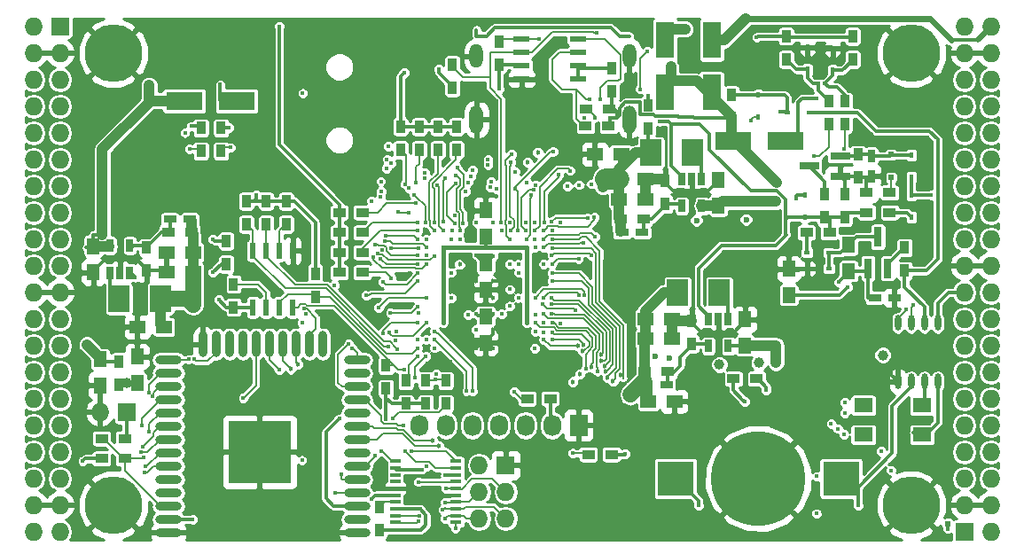
<source format=gbl>
G04 #@! TF.FileFunction,Copper,L4,Bot,Signal*
%FSLAX46Y46*%
G04 Gerber Fmt 4.6, Leading zero omitted, Abs format (unit mm)*
G04 Created by KiCad (PCBNEW 4.0.7+dfsg1-1) date Thu Oct 12 14:50:03 2017*
%MOMM*%
%LPD*%
G01*
G04 APERTURE LIST*
%ADD10C,0.100000*%
%ADD11O,2.500000X0.900000*%
%ADD12O,0.900000X2.500000*%
%ADD13R,6.000000X6.000000*%
%ADD14R,1.800000X3.500000*%
%ADD15R,0.900000X1.200000*%
%ADD16R,2.000000X2.500000*%
%ADD17R,0.700000X1.200000*%
%ADD18R,1.250000X1.500000*%
%ADD19R,1.500000X1.250000*%
%ADD20O,0.609600X1.473200*%
%ADD21R,0.800000X1.900000*%
%ADD22R,1.900000X0.800000*%
%ADD23R,1.200000X0.750000*%
%ADD24R,0.750000X1.200000*%
%ADD25R,1.200000X0.900000*%
%ADD26R,0.600000X1.550000*%
%ADD27R,1.550000X0.600000*%
%ADD28R,1.727200X1.727200*%
%ADD29O,1.727200X1.727200*%
%ADD30C,5.500000*%
%ADD31R,1.000000X0.400000*%
%ADD32R,0.500000X0.500000*%
%ADD33R,1.727200X2.032000*%
%ADD34O,1.727200X2.032000*%
%ADD35O,1.300000X2.700000*%
%ADD36O,1.300000X2.300000*%
%ADD37R,1.800000X1.400000*%
%ADD38R,0.600000X0.450000*%
%ADD39R,0.450000X0.600000*%
%ADD40R,3.500000X1.800000*%
%ADD41R,3.500000X3.300000*%
%ADD42C,9.000000*%
%ADD43C,0.400000*%
%ADD44C,0.454000*%
%ADD45C,1.000000*%
%ADD46C,0.600000*%
%ADD47C,0.300000*%
%ADD48C,1.000000*%
%ADD49C,0.190000*%
%ADD50C,0.600000*%
%ADD51C,0.500000*%
%ADD52C,2.000000*%
%ADD53C,1.200000*%
%ADD54C,1.500000*%
%ADD55C,0.400000*%
%ADD56C,0.200000*%
%ADD57C,0.254000*%
G04 APERTURE END LIST*
D10*
D11*
X126260434Y-111030338D03*
X126260434Y-109760338D03*
X126260434Y-108490338D03*
X126260434Y-107220338D03*
X126260434Y-105950338D03*
X126260434Y-104680338D03*
X126260434Y-103410338D03*
X126260434Y-102140338D03*
X126260434Y-100870338D03*
X126260434Y-99600338D03*
X126260434Y-98330338D03*
X126260434Y-97060338D03*
X126260434Y-95790338D03*
X126260434Y-94520338D03*
D12*
X122975434Y-93030338D03*
X121705434Y-93030338D03*
X120435434Y-93030338D03*
X119165434Y-93030338D03*
X117895434Y-93030338D03*
X116625434Y-93030338D03*
X115355434Y-93030338D03*
X114085434Y-93030338D03*
X112815434Y-93030338D03*
X111545434Y-93030338D03*
D11*
X108260434Y-94520338D03*
X108260434Y-95790338D03*
X108260434Y-97060338D03*
X108260434Y-98330338D03*
X108260434Y-99600338D03*
X108260434Y-100870338D03*
X108260434Y-102140338D03*
X108260434Y-103410338D03*
X108260434Y-104680338D03*
X108260434Y-105950338D03*
X108260434Y-107220338D03*
X108260434Y-108490338D03*
X108260434Y-109760338D03*
X108260434Y-111030338D03*
D13*
X116960434Y-103330338D03*
D14*
X155695000Y-69000000D03*
X155695000Y-64000000D03*
D15*
X154044000Y-72426000D03*
X154044000Y-70226000D03*
D16*
X160870000Y-88090000D03*
X156870000Y-88090000D03*
D17*
X159825000Y-90600000D03*
X160775000Y-90600000D03*
X161725000Y-90600000D03*
X161725000Y-93200000D03*
X159825000Y-93200000D03*
D16*
X158330000Y-74755000D03*
X154330000Y-74755000D03*
D17*
X157285000Y-77235000D03*
X158235000Y-77235000D03*
X159185000Y-77235000D03*
X159185000Y-79835000D03*
X157285000Y-79835000D03*
D16*
X103530000Y-88725000D03*
X107530000Y-88725000D03*
D17*
X104575000Y-86215000D03*
X103625000Y-86215000D03*
X102675000Y-86215000D03*
X102675000Y-83615000D03*
X104575000Y-83615000D03*
D18*
X101085000Y-83665000D03*
X101085000Y-86165000D03*
D19*
X153810000Y-90630000D03*
X156310000Y-90630000D03*
X153810000Y-92535000D03*
X156310000Y-92535000D03*
D18*
X163315000Y-93150000D03*
X163315000Y-90650000D03*
D19*
X151270000Y-79200000D03*
X153770000Y-79200000D03*
X151270000Y-77295000D03*
X153770000Y-77295000D03*
D18*
X160775000Y-79815000D03*
X160775000Y-77315000D03*
D19*
X110590000Y-84280000D03*
X108090000Y-84280000D03*
X110590000Y-86185000D03*
X108090000Y-86185000D03*
D20*
X181730000Y-96599000D03*
X180460000Y-96599000D03*
X179190000Y-96599000D03*
X177920000Y-96599000D03*
X177920000Y-91011000D03*
X179190000Y-91011000D03*
X180460000Y-91011000D03*
X181730000Y-91011000D03*
D18*
X173221000Y-86038000D03*
X173221000Y-83538000D03*
D21*
X176965000Y-85780000D03*
X175065000Y-85780000D03*
X176015000Y-82780000D03*
D22*
X172435000Y-75075000D03*
X172435000Y-76975000D03*
X169435000Y-76025000D03*
D23*
X153910000Y-96910000D03*
X155810000Y-96910000D03*
X151570000Y-82375000D03*
X153470000Y-82375000D03*
X110290000Y-81105000D03*
X108390000Y-81105000D03*
D24*
X175380000Y-75075000D03*
X175380000Y-76975000D03*
D25*
X169200000Y-82375000D03*
X171400000Y-82375000D03*
D15*
X172840000Y-80935000D03*
X172840000Y-78735000D03*
D25*
X177115000Y-80470000D03*
X174915000Y-80470000D03*
D15*
X174110000Y-74925000D03*
X174110000Y-77125000D03*
X178555000Y-83815000D03*
X178555000Y-86015000D03*
X113785000Y-83180000D03*
X113785000Y-85380000D03*
X170935000Y-80935000D03*
X170935000Y-78735000D03*
X128390000Y-108580000D03*
X128390000Y-110780000D03*
D25*
X150572000Y-103584000D03*
X148372000Y-103584000D03*
X177115000Y-78565000D03*
X174915000Y-78565000D03*
X153760000Y-95640000D03*
X155960000Y-95640000D03*
X110440000Y-82375000D03*
X108240000Y-82375000D03*
X151420000Y-81105000D03*
X153620000Y-81105000D03*
D15*
X158235000Y-90800000D03*
X158235000Y-93000000D03*
X106165000Y-86015000D03*
X106165000Y-83815000D03*
X155695000Y-77465000D03*
X155695000Y-79665000D03*
D25*
X126782000Y-86185000D03*
X124582000Y-86185000D03*
X126782000Y-84279000D03*
X124582000Y-84279000D03*
X126782000Y-82375000D03*
X124582000Y-82375000D03*
X126782000Y-80470000D03*
X124582000Y-80470000D03*
D15*
X130422000Y-74458000D03*
X130422000Y-72258000D03*
X132200000Y-74458000D03*
X132200000Y-72258000D03*
X133978000Y-74458000D03*
X133978000Y-72258000D03*
X135756000Y-74458000D03*
X135756000Y-72258000D03*
D26*
X116325000Y-84120000D03*
X117595000Y-84120000D03*
X118865000Y-84120000D03*
X120135000Y-84120000D03*
X120135000Y-89520000D03*
X118865000Y-89520000D03*
X117595000Y-89520000D03*
X116325000Y-89520000D03*
D23*
X175700000Y-88598000D03*
X177600000Y-88598000D03*
D27*
X141980000Y-67705000D03*
X141980000Y-66435000D03*
X141980000Y-65165000D03*
X141980000Y-63895000D03*
X147380000Y-63895000D03*
X147380000Y-65165000D03*
X147380000Y-66435000D03*
X147380000Y-67705000D03*
D28*
X97910000Y-62690000D03*
D29*
X95370000Y-62690000D03*
X97910000Y-65230000D03*
X95370000Y-65230000D03*
X97910000Y-67770000D03*
X95370000Y-67770000D03*
X97910000Y-70310000D03*
X95370000Y-70310000D03*
X97910000Y-72850000D03*
X95370000Y-72850000D03*
X97910000Y-75390000D03*
X95370000Y-75390000D03*
X97910000Y-77930000D03*
X95370000Y-77930000D03*
X97910000Y-80470000D03*
X95370000Y-80470000D03*
X97910000Y-83010000D03*
X95370000Y-83010000D03*
X97910000Y-85550000D03*
X95370000Y-85550000D03*
X97910000Y-88090000D03*
X95370000Y-88090000D03*
X97910000Y-90630000D03*
X95370000Y-90630000D03*
X97910000Y-93170000D03*
X95370000Y-93170000D03*
X97910000Y-95710000D03*
X95370000Y-95710000D03*
X97910000Y-98250000D03*
X95370000Y-98250000D03*
X97910000Y-100790000D03*
X95370000Y-100790000D03*
X97910000Y-103330000D03*
X95370000Y-103330000D03*
X97910000Y-105870000D03*
X95370000Y-105870000D03*
X97910000Y-108410000D03*
X95370000Y-108410000D03*
X97910000Y-110950000D03*
X95370000Y-110950000D03*
D28*
X184270000Y-110950000D03*
D29*
X186810000Y-110950000D03*
X184270000Y-108410000D03*
X186810000Y-108410000D03*
X184270000Y-105870000D03*
X186810000Y-105870000D03*
X184270000Y-103330000D03*
X186810000Y-103330000D03*
X184270000Y-100790000D03*
X186810000Y-100790000D03*
X184270000Y-98250000D03*
X186810000Y-98250000D03*
X184270000Y-95710000D03*
X186810000Y-95710000D03*
X184270000Y-93170000D03*
X186810000Y-93170000D03*
X184270000Y-90630000D03*
X186810000Y-90630000D03*
X184270000Y-88090000D03*
X186810000Y-88090000D03*
X184270000Y-85550000D03*
X186810000Y-85550000D03*
X184270000Y-83010000D03*
X186810000Y-83010000D03*
X184270000Y-80470000D03*
X186810000Y-80470000D03*
X184270000Y-77930000D03*
X186810000Y-77930000D03*
X184270000Y-75390000D03*
X186810000Y-75390000D03*
X184270000Y-72850000D03*
X186810000Y-72850000D03*
X184270000Y-70310000D03*
X186810000Y-70310000D03*
X184270000Y-67770000D03*
X186810000Y-67770000D03*
X184270000Y-65230000D03*
X186810000Y-65230000D03*
X184270000Y-62690000D03*
X186810000Y-62690000D03*
D30*
X102990000Y-108410000D03*
X179190000Y-108410000D03*
X179190000Y-65230000D03*
X102990000Y-65230000D03*
D15*
X162045000Y-71410000D03*
X162045000Y-69210000D03*
X139820000Y-66330000D03*
X139820000Y-64130000D03*
X135375000Y-68532000D03*
X135375000Y-66332000D03*
X150615000Y-68870000D03*
X150615000Y-66670000D03*
D25*
X150275000Y-72215000D03*
X148075000Y-72215000D03*
X150380000Y-70600000D03*
X148180000Y-70600000D03*
D31*
X135735000Y-104215000D03*
X135735000Y-104865000D03*
X135735000Y-105515000D03*
X135735000Y-106165000D03*
X135735000Y-106815000D03*
X135735000Y-107465000D03*
X135735000Y-108115000D03*
X135735000Y-108765000D03*
X135735000Y-109415000D03*
X135735000Y-110065000D03*
X129935000Y-110065000D03*
X129935000Y-109415000D03*
X129935000Y-108765000D03*
X129935000Y-108115000D03*
X129935000Y-107465000D03*
X129935000Y-106815000D03*
X129935000Y-106165000D03*
X129935000Y-105515000D03*
X129935000Y-104865000D03*
X129935000Y-104215000D03*
D15*
X119500000Y-79370000D03*
X119500000Y-81570000D03*
X114480000Y-89500000D03*
X114480000Y-87300000D03*
X129025000Y-97275000D03*
X129025000Y-95075000D03*
X117595000Y-79370000D03*
X117595000Y-81570000D03*
X122280000Y-86300000D03*
X122280000Y-88500000D03*
X115690000Y-79370000D03*
X115690000Y-81570000D03*
D25*
X144730000Y-98250000D03*
X142530000Y-98250000D03*
D15*
X132835000Y-98715000D03*
X132835000Y-96515000D03*
X130930000Y-98715000D03*
X130930000Y-96515000D03*
D25*
X101890000Y-103965000D03*
X104090000Y-103965000D03*
D28*
X104260000Y-99520000D03*
D29*
X101720000Y-99520000D03*
D25*
X101890000Y-102060000D03*
X104090000Y-102060000D03*
D15*
X103498000Y-96894000D03*
X103498000Y-94694000D03*
D18*
X167506000Y-88324000D03*
X167506000Y-85824000D03*
D25*
X164415000Y-96345000D03*
X162215000Y-96345000D03*
D15*
X167252000Y-65822000D03*
X167252000Y-63622000D03*
D28*
X140455000Y-104600000D03*
D29*
X137915000Y-104600000D03*
X140455000Y-107140000D03*
X137915000Y-107140000D03*
X140455000Y-109680000D03*
X137915000Y-109680000D03*
D18*
X138550000Y-90396000D03*
X138550000Y-92896000D03*
X138550000Y-82736000D03*
X138550000Y-80236000D03*
X138550000Y-85316000D03*
X138550000Y-87816000D03*
X101720000Y-94460000D03*
X101720000Y-96960000D03*
D15*
X113277000Y-74585000D03*
X113277000Y-72385000D03*
X111372000Y-74585000D03*
X111372000Y-72385000D03*
X172840000Y-72045000D03*
X172840000Y-69845000D03*
X171316000Y-72045000D03*
X171316000Y-69845000D03*
D32*
X182680000Y-110200000D03*
D33*
X147440000Y-100790000D03*
D34*
X144900000Y-100790000D03*
X142360000Y-100790000D03*
X139820000Y-100790000D03*
X137280000Y-100790000D03*
X134740000Y-100790000D03*
X132200000Y-100790000D03*
D35*
X152280000Y-71550000D03*
X137680000Y-71550000D03*
D36*
X137680000Y-65500000D03*
X152280000Y-65500000D03*
D37*
X180212000Y-98882000D03*
X174612000Y-98882000D03*
X174612000Y-101682000D03*
X180212000Y-101682000D03*
D32*
X177285000Y-74925000D03*
X177285000Y-77125000D03*
D18*
X105276000Y-96706000D03*
X105276000Y-94206000D03*
D38*
X169250000Y-84280000D03*
X171350000Y-84280000D03*
D39*
X179190000Y-80885000D03*
X179190000Y-78785000D03*
X169030000Y-80885000D03*
X169030000Y-78785000D03*
D38*
X171350000Y-85804000D03*
X169250000Y-85804000D03*
D39*
X179190000Y-77075000D03*
X179190000Y-74975000D03*
D38*
X167345000Y-70945000D03*
X169445000Y-70945000D03*
D39*
X164585000Y-69260000D03*
X164585000Y-71360000D03*
X169284000Y-66788000D03*
X169284000Y-64688000D03*
X171697000Y-66881000D03*
X171697000Y-64781000D03*
D40*
X109761000Y-69802000D03*
X114761000Y-69802000D03*
X167212000Y-73612000D03*
X162212000Y-73612000D03*
D14*
X160140000Y-64000000D03*
X160140000Y-69000000D03*
D19*
X154064000Y-98504000D03*
X156564000Y-98504000D03*
X107796000Y-91392000D03*
X105296000Y-91392000D03*
X151484000Y-74882000D03*
X148984000Y-74882000D03*
D15*
X173602000Y-65822000D03*
X173602000Y-63622000D03*
X134740000Y-96515000D03*
X134740000Y-98715000D03*
D41*
X172485000Y-105870000D03*
X156685000Y-105870000D03*
D42*
X164585000Y-105870000D03*
D43*
X135172669Y-94689483D03*
X136095958Y-93369652D03*
X135456992Y-95118806D03*
X134113023Y-94099076D03*
D44*
X139264636Y-91615205D03*
D43*
X139575609Y-69792857D03*
D45*
X116880503Y-64802940D03*
X106974809Y-64953974D03*
X175210328Y-64948943D03*
X165417246Y-64954666D03*
D43*
X175495631Y-71457432D03*
X146468970Y-70993942D03*
X144978424Y-71024054D03*
X143480350Y-71016526D03*
X142000564Y-71008511D03*
X147987361Y-71377791D03*
X144102010Y-84600000D03*
X132880424Y-84561218D03*
X135567436Y-80702302D03*
X132810347Y-82177990D03*
X145713035Y-91022010D03*
X145680000Y-94177990D03*
X177285000Y-95710000D03*
D45*
X177229911Y-82281349D03*
D43*
X170046000Y-85804000D03*
D46*
X164741832Y-81130572D03*
D43*
X120770000Y-72215000D03*
D46*
X161067993Y-81216119D03*
D45*
X158233687Y-94852616D03*
X162992748Y-94820185D03*
D46*
X156280000Y-81210838D03*
D43*
X131254529Y-86251357D03*
X140880000Y-81400000D03*
X136085174Y-89394826D03*
X145680000Y-81400000D03*
X150080000Y-81600000D03*
X131280000Y-89400000D03*
X140874194Y-91433353D03*
X145680000Y-85422010D03*
X142480000Y-94200000D03*
X140880000Y-93400000D03*
X139280000Y-93400000D03*
X137680000Y-93400000D03*
X136880000Y-92600000D03*
X135280000Y-92600000D03*
X132880000Y-91800000D03*
X132880000Y-93400000D03*
D44*
X141042859Y-86994997D03*
X139280000Y-87000000D03*
X136110990Y-86995403D03*
X137680000Y-87000000D03*
X136080000Y-84600000D03*
X139280000Y-88600000D03*
D43*
X121003132Y-104131127D03*
X127656639Y-107816792D03*
D45*
X156235582Y-66548363D03*
X166321614Y-77572282D03*
X166248957Y-79408030D03*
X101932065Y-82585048D03*
X106417803Y-68312483D03*
X166280000Y-94800000D03*
D43*
X150457224Y-71377791D03*
X172289562Y-87124051D03*
D45*
X157600000Y-62944000D03*
D43*
X129005202Y-100174798D03*
X137659051Y-91638034D03*
X139820000Y-68665673D03*
X172834633Y-99599920D03*
X172879922Y-98618650D03*
X176305593Y-103279812D03*
X165349214Y-97422919D03*
D45*
X160875897Y-94988750D03*
D43*
X164433885Y-63737451D03*
X148639876Y-77729346D03*
D45*
X149751640Y-78029346D03*
D43*
X134079160Y-66786153D03*
X109828000Y-72830000D03*
X116654336Y-78777990D03*
D45*
X176474303Y-94069095D03*
D43*
X173094000Y-87582000D03*
D45*
X100479904Y-93063904D03*
D46*
X163422030Y-81120665D03*
X154726292Y-94171363D03*
X156077107Y-94380779D03*
X158680000Y-81210838D03*
D43*
X112515000Y-83010000D03*
X181065000Y-78785000D03*
X110529662Y-109760338D03*
X100080000Y-104200000D03*
X113080000Y-88800000D03*
D45*
X164653770Y-94825547D03*
D43*
X135273306Y-88618602D03*
X139272517Y-84611349D03*
X137680556Y-84534085D03*
X141680000Y-86200000D03*
X135280000Y-86200000D03*
X132880000Y-92600000D03*
X132080000Y-92600000D03*
X141680000Y-88600000D03*
X141680000Y-85400000D03*
D45*
X152362985Y-97848768D03*
D43*
X136885174Y-90194826D03*
X140094890Y-90122990D03*
X139280000Y-90122990D03*
X140880000Y-89400000D03*
X137680000Y-90172990D03*
X140880000Y-87800000D03*
X140880000Y-85400000D03*
D44*
X136080000Y-85400000D03*
D43*
X121369010Y-90164222D03*
X130022933Y-91834237D03*
X121036481Y-91008234D03*
X129902064Y-92678248D03*
D45*
X110617371Y-89287199D03*
D43*
X142480000Y-91000000D03*
X142480000Y-83800000D03*
X134480000Y-83800000D03*
X134480000Y-91000000D03*
X105037711Y-86632990D03*
X155149360Y-71764535D03*
X121086654Y-69078528D03*
X170182962Y-69571012D03*
X174110000Y-108410000D03*
X158870000Y-108410000D03*
X137295592Y-97538017D03*
X134750646Y-106810513D03*
X133680000Y-91800000D03*
D44*
X134074414Y-102752225D03*
D43*
X136740903Y-97514503D03*
X134675868Y-108131585D03*
D44*
X133449289Y-102232615D03*
D43*
X133680000Y-92600000D03*
X127951328Y-103666396D03*
X132936956Y-104698915D03*
X134463998Y-108841973D03*
X133685668Y-93402482D03*
X130692380Y-100790000D03*
X131808905Y-96227367D03*
X134636872Y-109719950D03*
X132846234Y-94197073D03*
X118858690Y-62658970D03*
X130761990Y-67119621D03*
X148477832Y-69619684D03*
X149475951Y-69619684D03*
X148991194Y-71377791D03*
X153984196Y-65077116D03*
X153322343Y-68673419D03*
X143650666Y-63862520D03*
X178665908Y-89713903D03*
X149183754Y-63257114D03*
X179375977Y-89317806D03*
X140035989Y-81400000D03*
X115404683Y-98167821D03*
X128776655Y-87110882D03*
X132077895Y-86272150D03*
X118843798Y-95498222D03*
D44*
X119978162Y-95412951D03*
X120634035Y-94977604D03*
D43*
X113212238Y-68244401D03*
X146387166Y-77939336D03*
X147480000Y-77822010D03*
X131453853Y-103260518D03*
X144891634Y-91008466D03*
D44*
X148653935Y-95249010D03*
X149565978Y-94054788D03*
D43*
X144867244Y-90164455D03*
D44*
X150720500Y-96575802D03*
D43*
X144890381Y-83866022D03*
D44*
X151448039Y-95951686D03*
D43*
X144894101Y-83022010D03*
D44*
X150149219Y-96229829D03*
D43*
X144901285Y-86268736D03*
D44*
X150033441Y-95660469D03*
D43*
X144888562Y-86993817D03*
D44*
X149952517Y-95085120D03*
D43*
X144877648Y-88622010D03*
D44*
X149584522Y-94635504D03*
D43*
X144810610Y-89177990D03*
X144895773Y-91874444D03*
D44*
X147777713Y-93691005D03*
X147356233Y-93219138D03*
D43*
X144102010Y-92600000D03*
D44*
X147915304Y-93060979D03*
D43*
X144882352Y-92577990D03*
X130807074Y-95454141D03*
X130141304Y-93529144D03*
X132080000Y-93400000D03*
X129254670Y-93244631D03*
X133852393Y-95875797D03*
X141280000Y-97600000D03*
X133762848Y-96395146D03*
X132080000Y-94200000D03*
X128669601Y-84020243D03*
X105906712Y-103816552D03*
X130839486Y-103260518D03*
X129459184Y-90039192D03*
X132080000Y-89444020D03*
X128602801Y-103260518D03*
X132162861Y-106185868D03*
X128321313Y-89539949D03*
X132880000Y-88600000D03*
X124741825Y-105494691D03*
X127145130Y-88379076D03*
X132080000Y-87000000D03*
X125827283Y-93452662D03*
X124202418Y-107207639D03*
D44*
X142530990Y-75662841D03*
X143525587Y-74749772D03*
D43*
X110313517Y-74380698D03*
X132146108Y-109940263D03*
X114166000Y-74247000D03*
X132189000Y-109415000D03*
X135694981Y-77648547D03*
X135567436Y-81489225D03*
X134702010Y-77200000D03*
X134471354Y-81347908D03*
X132761172Y-77202673D03*
X132737245Y-76676207D03*
X128545566Y-77476577D03*
X127643658Y-79355564D03*
X110718734Y-94451783D03*
X128515897Y-78994176D03*
X110193102Y-94489889D03*
X128569727Y-78469921D03*
X106368514Y-97662752D03*
X131230910Y-78113843D03*
X106741168Y-98035405D03*
X131709326Y-78745875D03*
X132783332Y-81399993D03*
X129016746Y-82660638D03*
X105679715Y-100783924D03*
X132084821Y-83022010D03*
X128948848Y-83183258D03*
X106401171Y-101377901D03*
X132886504Y-83777990D03*
X129513931Y-83860979D03*
X105803161Y-102850427D03*
X132117443Y-83866021D03*
X127966259Y-83527946D03*
X105651866Y-103355255D03*
X132079996Y-84503337D03*
X128256283Y-84387285D03*
X106023598Y-104697574D03*
X133671942Y-84595200D03*
X127824162Y-84688968D03*
X105973679Y-105248709D03*
X132875802Y-85428138D03*
D44*
X146862501Y-96617499D03*
X147534467Y-95913260D03*
D43*
X148102806Y-95339021D03*
X143280000Y-91000000D03*
X149207706Y-95605291D03*
X144082424Y-90132858D03*
X143989948Y-89177990D03*
X147125926Y-89802879D03*
X143281824Y-90201951D03*
X144102010Y-85397219D03*
X147422472Y-84858593D03*
X144886544Y-85385186D03*
X144102010Y-83000000D03*
X148975652Y-82755341D03*
X144885092Y-82177990D03*
X147470668Y-88324835D03*
X144082832Y-88584510D03*
X147997681Y-88324844D03*
X143278026Y-88595030D03*
X144102010Y-82185600D03*
X148935852Y-80899014D03*
X148337768Y-80975785D03*
X144866392Y-81333979D03*
X139280000Y-81400000D03*
X139585116Y-78205862D03*
X138968064Y-78040948D03*
X139049357Y-77520244D03*
X138775679Y-75942989D03*
X138779198Y-75400762D03*
X137680000Y-81400000D03*
X137308732Y-76415018D03*
X137106948Y-76979922D03*
X136856003Y-77562978D03*
X136634118Y-78451672D03*
X135830698Y-76200613D03*
X136411444Y-81497309D03*
X148668800Y-84550385D03*
X144877691Y-84532933D03*
X144102010Y-83800000D03*
X147894174Y-83335809D03*
X142852716Y-78759927D03*
X142473549Y-82998913D03*
X143105106Y-78295223D03*
X142396423Y-82191394D03*
X145494012Y-76834828D03*
X144146021Y-81374784D03*
X143331797Y-77819457D03*
X146627648Y-76461302D03*
X143257990Y-82207154D03*
X143257990Y-81379632D03*
X141380161Y-78226966D03*
X145017056Y-74655847D03*
X141657990Y-82130345D03*
X142413979Y-81382236D03*
X140080000Y-82200000D03*
X141342967Y-76554996D03*
X141046643Y-74873804D03*
X140864029Y-83041403D03*
X140980062Y-75681941D03*
X140924011Y-82179283D03*
X129542604Y-86703515D03*
X132880000Y-83022010D03*
X132080000Y-82177990D03*
X132080000Y-81400000D03*
X131847310Y-79589886D03*
X130856828Y-77742623D03*
X131923295Y-77584853D03*
X133654358Y-82177990D03*
X133627343Y-81396408D03*
X129336756Y-91938993D03*
X132880000Y-91000000D03*
X128770628Y-92009836D03*
X132077648Y-90977990D03*
X130196821Y-80377733D03*
X131180000Y-80500000D03*
X128489708Y-84867377D03*
X132079620Y-85428138D03*
X163908850Y-71651861D03*
X134501414Y-82177578D03*
X133922194Y-77854836D03*
X135656559Y-110610712D03*
X132448438Y-104994496D03*
X146844288Y-103452739D03*
X134707351Y-105508447D03*
X132280000Y-108800000D03*
D45*
X104309083Y-96731596D03*
D43*
X112515000Y-86185000D03*
X163277422Y-98501717D03*
X170126036Y-109212466D03*
X170157734Y-105666345D03*
X169895346Y-75092988D03*
X143257990Y-83000000D03*
X168166438Y-79108038D03*
X151896383Y-103510715D03*
X114039000Y-72342000D03*
X110483000Y-72215000D03*
X177274002Y-105079115D03*
X143258015Y-93423150D03*
X172761273Y-101651681D03*
X143280000Y-91800000D03*
X172193360Y-101105663D03*
X144064831Y-91877646D03*
X171540304Y-100645743D03*
X144080000Y-91000000D03*
X154044000Y-69294000D03*
X129061632Y-76229575D03*
X135280000Y-83022010D03*
X129493343Y-75737814D03*
X136080000Y-83000000D03*
X129122249Y-75363607D03*
X135345425Y-82176814D03*
X135725421Y-76909376D03*
X129252218Y-74142461D03*
X136080000Y-82200000D03*
X172746637Y-74347988D03*
X143280000Y-83800000D03*
X142480000Y-77600000D03*
X170300000Y-68151000D03*
X170950000Y-68125562D03*
X125480000Y-93000000D03*
X121206217Y-89662983D03*
X132156079Y-90030946D03*
X182654362Y-110665838D03*
X124080000Y-87400000D03*
X124080000Y-87400000D03*
X166678914Y-70803555D03*
X129660000Y-100155000D03*
X124580000Y-100155000D03*
D47*
X138630000Y-63600000D02*
X139449896Y-62780104D01*
X137680000Y-63000000D02*
X137680000Y-63600000D01*
X150510104Y-62780104D02*
X151330000Y-63600000D01*
X137680000Y-63600000D02*
X138630000Y-63600000D01*
X139449896Y-62780104D02*
X150510104Y-62780104D01*
X151330000Y-63600000D02*
X152280000Y-63600000D01*
X136126306Y-93400000D02*
X136095958Y-93369652D01*
X136880000Y-92600000D02*
X136110348Y-93369652D01*
X136049652Y-93369652D02*
X136095958Y-93369652D01*
X137680000Y-93400000D02*
X136126306Y-93400000D01*
X135280000Y-92600000D02*
X136049652Y-93369652D01*
X136110348Y-93369652D02*
X136095958Y-93369652D01*
X139264636Y-92054364D02*
X139264636Y-91936231D01*
X139264636Y-91936231D02*
X139264636Y-91615205D01*
X138550000Y-92769000D02*
X139264636Y-92054364D01*
X136880000Y-92600000D02*
X137680000Y-93400000D01*
X136880000Y-92600000D02*
X138381000Y-92600000D01*
X138381000Y-92600000D02*
X138550000Y-92769000D01*
X135280000Y-92600000D02*
X136880000Y-92600000D01*
X138550000Y-92769000D02*
X138649000Y-92769000D01*
X138649000Y-92769000D02*
X139280000Y-93400000D01*
X138550000Y-92769000D02*
X138311000Y-92769000D01*
X138311000Y-92769000D02*
X137680000Y-93400000D01*
X137822857Y-69792857D02*
X139292767Y-69792857D01*
X137680000Y-69650000D02*
X137822857Y-69792857D01*
X139292767Y-69792857D02*
X139575609Y-69792857D01*
X132202804Y-107453326D02*
X131572496Y-106823018D01*
X135747661Y-107453326D02*
X132202804Y-107453326D01*
X131572496Y-106823018D02*
X129919874Y-106823018D01*
X175042385Y-64781000D02*
X175210328Y-64948943D01*
X171697000Y-64781000D02*
X175042385Y-64781000D01*
X165683912Y-64688000D02*
X165417246Y-64954666D01*
X169284000Y-64688000D02*
X165683912Y-64688000D01*
X169284000Y-64688000D02*
X171604000Y-64688000D01*
X171604000Y-64688000D02*
X171697000Y-64781000D01*
X177285000Y-95710000D02*
X177285000Y-95964000D01*
X177285000Y-95964000D02*
X177920000Y-96599000D01*
X167506000Y-85824000D02*
X169230000Y-85824000D01*
X169230000Y-85824000D02*
X169250000Y-85804000D01*
X169250000Y-85804000D02*
X170046000Y-85804000D01*
X102210000Y-84915000D02*
X103625000Y-84915000D01*
X103625000Y-84915000D02*
X105215000Y-84915000D01*
X103625000Y-86215000D02*
X103625000Y-84915000D01*
X105215000Y-84915000D02*
X106165000Y-85865000D01*
X106165000Y-85865000D02*
X106165000Y-86015000D01*
X101085000Y-86165000D02*
X101085000Y-86040000D01*
X101085000Y-86040000D02*
X102210000Y-84915000D01*
X106165000Y-86015000D02*
X107920000Y-86015000D01*
X107920000Y-86015000D02*
X108090000Y-86185000D01*
D48*
X153770000Y-77295000D02*
X155525000Y-77295000D01*
D47*
X155525000Y-77295000D02*
X155695000Y-77465000D01*
D48*
X153770000Y-79200000D02*
X153770000Y-77295000D01*
D47*
X174110000Y-77125000D02*
X174745000Y-77125000D01*
X174745000Y-77125000D02*
X175230000Y-77125000D01*
X174915000Y-78565000D02*
X174915000Y-77295000D01*
X174915000Y-77295000D02*
X174745000Y-77125000D01*
X172840000Y-78735000D02*
X172840000Y-77380000D01*
X172840000Y-77380000D02*
X172435000Y-76975000D01*
X175230000Y-77125000D02*
X175380000Y-76975000D01*
X172435000Y-76975000D02*
X173960000Y-76975000D01*
X173960000Y-76975000D02*
X174110000Y-77125000D01*
X137680000Y-86200000D02*
X137680000Y-86600000D01*
X136080000Y-84600000D02*
X137680000Y-86200000D01*
X159850000Y-78365000D02*
X158235000Y-78365000D01*
X158235000Y-78365000D02*
X156445000Y-78365000D01*
X158235000Y-77235000D02*
X158235000Y-78365000D01*
X160775000Y-77315000D02*
X160775000Y-77440000D01*
X160775000Y-77440000D02*
X159850000Y-78365000D01*
X156445000Y-78365000D02*
X155695000Y-77615000D01*
X155695000Y-77615000D02*
X155695000Y-77465000D01*
D48*
X156310000Y-90630000D02*
X156310000Y-92535000D01*
X158235000Y-90800000D02*
X156480000Y-90800000D01*
D47*
X156480000Y-90800000D02*
X156310000Y-90630000D01*
X163315000Y-90650000D02*
X163315000Y-90834602D01*
X163315000Y-90834602D02*
X162249602Y-91900000D01*
X162249602Y-91900000D02*
X160775000Y-91900000D01*
X101085000Y-86165000D02*
X101085000Y-85929893D01*
X106165000Y-85944374D02*
X106165000Y-86015000D01*
X159185000Y-91900000D02*
X160775000Y-91900000D01*
X160775000Y-90600000D02*
X160775000Y-91900000D01*
X158235000Y-90800000D02*
X158235000Y-90950000D01*
X158235000Y-90950000D02*
X159185000Y-91900000D01*
X108090000Y-84280000D02*
X108090000Y-86185000D01*
X107625000Y-84745000D02*
X108090000Y-84280000D01*
X108070000Y-84260000D02*
X108090000Y-84280000D01*
X141037856Y-87000000D02*
X141042859Y-86994997D01*
X139280000Y-87000000D02*
X141037856Y-87000000D01*
X136432016Y-86995403D02*
X136110990Y-86995403D01*
X137284597Y-86995403D02*
X136432016Y-86995403D01*
X137680000Y-86600000D02*
X137284597Y-86995403D01*
X137680000Y-86600000D02*
X137680000Y-87000000D01*
D49*
X138029000Y-66332000D02*
X138115000Y-66246000D01*
D47*
X128008431Y-107465000D02*
X127856638Y-107616793D01*
X127856638Y-107616793D02*
X127656639Y-107816792D01*
X129935000Y-107465000D02*
X128008431Y-107465000D01*
X160140000Y-69000000D02*
X160140000Y-69850000D01*
X160140000Y-69850000D02*
X161700000Y-71410000D01*
D48*
X156235582Y-67716832D02*
X156235582Y-66548363D01*
X158681338Y-67896338D02*
X156415088Y-67896338D01*
X156415088Y-67896338D02*
X156235582Y-67716832D01*
D47*
X156235582Y-66578582D02*
X156235582Y-66548363D01*
D48*
X162045000Y-73295668D02*
X165821615Y-77072283D01*
X165821615Y-77072283D02*
X166321614Y-77572282D01*
X160790000Y-79800000D02*
X161181970Y-79408030D01*
X161181970Y-79408030D02*
X165541851Y-79408030D01*
X165541851Y-79408030D02*
X166248957Y-79408030D01*
D47*
X101085000Y-82615000D02*
X101114952Y-82585048D01*
X101114952Y-82585048D02*
X101224959Y-82585048D01*
X101085000Y-83665000D02*
X101085000Y-82615000D01*
D48*
X101932065Y-81877942D02*
X101932065Y-82585048D01*
X101932065Y-74415935D02*
X101932065Y-81877942D01*
X106407114Y-69940886D02*
X101932065Y-74415935D01*
D47*
X101224959Y-82585048D02*
X101932065Y-82585048D01*
X151080000Y-71400000D02*
X151352990Y-71127010D01*
X151352990Y-71127010D02*
X151352990Y-70466020D01*
X151352990Y-70466020D02*
X151896020Y-69922990D01*
X151896020Y-69922990D02*
X152557010Y-69922990D01*
X152557010Y-69922990D02*
X152583077Y-69896923D01*
D48*
X106417803Y-69019589D02*
X106417803Y-68312483D01*
X106417803Y-69930197D02*
X106417803Y-69019589D01*
X106407114Y-69940886D02*
X106417803Y-69930197D01*
X166280000Y-93150000D02*
X166280000Y-94800000D01*
D47*
X110610000Y-69548000D02*
X110610000Y-69802000D01*
X150457224Y-71377791D02*
X150457224Y-72032776D01*
X150457224Y-72032776D02*
X150275000Y-72215000D01*
D48*
X109975000Y-69802000D02*
X106546000Y-69802000D01*
X106546000Y-69802000D02*
X106419000Y-69929000D01*
D47*
X151057791Y-71377791D02*
X150740066Y-71377791D01*
X150740066Y-71377791D02*
X150457224Y-71377791D01*
X151080000Y-71400000D02*
X151057791Y-71377791D01*
X172289562Y-87094438D02*
X172289562Y-87124051D01*
X173221000Y-86163000D02*
X172289562Y-87094438D01*
X173221000Y-86038000D02*
X173221000Y-86163000D01*
X175065000Y-88598000D02*
X175065000Y-85780000D01*
X175700000Y-88598000D02*
X175065000Y-88598000D01*
D48*
X106419000Y-69929000D02*
X106407114Y-69940886D01*
D47*
X106419000Y-69675000D02*
X106419000Y-69929000D01*
X100572432Y-83665000D02*
X100424079Y-83813353D01*
X101085000Y-83665000D02*
X100572432Y-83665000D01*
X160790000Y-79800000D02*
X160775000Y-79815000D01*
D48*
X163315000Y-93150000D02*
X166280000Y-93150000D01*
D47*
X160775000Y-79940000D02*
X160775000Y-79815000D01*
X164925000Y-93150000D02*
X164240000Y-93150000D01*
X164240000Y-93150000D02*
X163315000Y-93150000D01*
X101085000Y-83665000D02*
X101085000Y-83790000D01*
X151080000Y-71400000D02*
X151080000Y-70838120D01*
X151080000Y-70838120D02*
X150615000Y-70373120D01*
X150615000Y-70373120D02*
X150615000Y-69995990D01*
X150615000Y-69995990D02*
X150615000Y-68870000D01*
D48*
X159185000Y-79835000D02*
X160755000Y-79835000D01*
D47*
X160755000Y-79835000D02*
X160775000Y-79815000D01*
X161725000Y-93200000D02*
X163265000Y-93200000D01*
X163265000Y-93200000D02*
X163315000Y-93150000D01*
X173221000Y-86038000D02*
X174807000Y-86038000D01*
X174807000Y-86038000D02*
X175065000Y-85780000D01*
D48*
X101085000Y-83665000D02*
X102625000Y-83665000D01*
D47*
X102625000Y-83665000D02*
X102675000Y-83615000D01*
X152583077Y-69896923D02*
X153316999Y-69896923D01*
X153316999Y-69896923D02*
X153316999Y-71047601D01*
X161700000Y-71410000D02*
X162045000Y-71410000D01*
D48*
X162045000Y-71410000D02*
X162045000Y-71260000D01*
X162045000Y-71260000D02*
X158681338Y-67896338D01*
X162045000Y-71410000D02*
X162045000Y-73295668D01*
D47*
X158407951Y-71315988D02*
X158501963Y-71410000D01*
X153372399Y-71103001D02*
X154568521Y-71103001D01*
X158501963Y-71410000D02*
X162045000Y-71410000D01*
X156924522Y-71275510D02*
X156965000Y-71315988D01*
X156965000Y-71315988D02*
X158407951Y-71315988D01*
X153316999Y-71047601D02*
X153372399Y-71103001D01*
X154568521Y-71103001D02*
X154741030Y-71275510D01*
X154741030Y-71275510D02*
X156924522Y-71275510D01*
X162045000Y-71753000D02*
X162045000Y-71410000D01*
X155695000Y-64000000D02*
X155695000Y-63368337D01*
X155695000Y-63368337D02*
X156119337Y-62944000D01*
D48*
X156119337Y-62944000D02*
X157600000Y-62944000D01*
X160140000Y-64000000D02*
X161340000Y-64000000D01*
X161340000Y-64000000D02*
X163399217Y-61940783D01*
D50*
X163399217Y-61940783D02*
X180980783Y-61940783D01*
D51*
X185540000Y-63960000D02*
X186810000Y-62690000D01*
D50*
X180980783Y-61940783D02*
X183000000Y-63960000D01*
D47*
X183000000Y-63960000D02*
X185540000Y-63960000D01*
X129025000Y-97275000D02*
X129025000Y-100155000D01*
X129025000Y-100155000D02*
X129005202Y-100174798D01*
X129025000Y-97275000D02*
X129025000Y-98175000D01*
X129025000Y-98175000D02*
X129565000Y-98715000D01*
X129565000Y-98715000D02*
X130180000Y-98715000D01*
X130180000Y-98715000D02*
X130930000Y-98715000D01*
X132835000Y-98715000D02*
X130930000Y-98715000D01*
X103498000Y-94694000D02*
X101954000Y-94694000D01*
X101954000Y-94694000D02*
X101720000Y-94460000D01*
X173602000Y-63706000D02*
X167336000Y-63706000D01*
X167336000Y-63706000D02*
X167252000Y-63622000D01*
X167252000Y-63622000D02*
X164549336Y-63622000D01*
X164549336Y-63622000D02*
X164433885Y-63737451D01*
X138550000Y-85042000D02*
X138188471Y-85042000D01*
X138188471Y-85042000D02*
X137680556Y-84534085D01*
X138550000Y-85042000D02*
X138841866Y-85042000D01*
X138841866Y-85042000D02*
X139272517Y-84611349D01*
X137680556Y-84534085D02*
X139195253Y-84534085D01*
X139195253Y-84534085D02*
X139272517Y-84611349D01*
X139820000Y-66330000D02*
X139820000Y-68665673D01*
X165349214Y-97129214D02*
X165349214Y-97422919D01*
X164565000Y-96345000D02*
X165349214Y-97129214D01*
X164415000Y-96345000D02*
X164565000Y-96345000D01*
D48*
X149784145Y-77289735D02*
X149751640Y-77322240D01*
X149751640Y-77322240D02*
X149751640Y-78029346D01*
X149993577Y-77289735D02*
X149784145Y-77289735D01*
D47*
X134079160Y-67068995D02*
X134079160Y-66786153D01*
X134079160Y-67086160D02*
X134079160Y-67068995D01*
X135375000Y-68382000D02*
X134079160Y-67086160D01*
X135375000Y-68532000D02*
X135375000Y-68382000D01*
X154044000Y-72426000D02*
X154044000Y-74469000D01*
X154044000Y-74469000D02*
X154330000Y-74755000D01*
X116654336Y-79155664D02*
X116654336Y-79060832D01*
X115690000Y-79370000D02*
X116440000Y-79370000D01*
X116440000Y-79370000D02*
X116654336Y-79155664D01*
X116654336Y-79060832D02*
X116654336Y-78777990D01*
X181730000Y-89106000D02*
X182746000Y-88090000D01*
X182746000Y-88090000D02*
X184270000Y-88090000D01*
X181730000Y-91011000D02*
X181730000Y-89106000D01*
X172352000Y-88324000D02*
X173094000Y-87582000D01*
X167506000Y-88324000D02*
X172352000Y-88324000D01*
X100479904Y-93094904D02*
X100479904Y-93063904D01*
D48*
X101720000Y-94335000D02*
X100479904Y-93094904D01*
D47*
X101720000Y-94460000D02*
X101720000Y-94335000D01*
X151330000Y-75000000D02*
X151330000Y-77235000D01*
X151330000Y-77235000D02*
X151270000Y-77295000D01*
X144730000Y-98250000D02*
X144730000Y-99266000D01*
X144730000Y-99266000D02*
X144730000Y-99400000D01*
X144730000Y-99400000D02*
X144730000Y-100620000D01*
X113785000Y-83180000D02*
X112685000Y-83180000D01*
X112685000Y-83180000D02*
X112515000Y-83010000D01*
X122280000Y-86300000D02*
X122280000Y-81400000D01*
X122280000Y-81400000D02*
X120250000Y-79370000D01*
X120250000Y-79370000D02*
X119500000Y-79370000D01*
X179190000Y-78785000D02*
X181065000Y-78785000D01*
X108260434Y-109760338D02*
X110529662Y-109760338D01*
X179190000Y-77075000D02*
X179190000Y-78785000D01*
X100315000Y-103965000D02*
X100080000Y-104200000D01*
X101890000Y-103965000D02*
X100315000Y-103965000D01*
X117595000Y-79370000D02*
X119500000Y-79370000D01*
X115690000Y-79370000D02*
X117595000Y-79370000D01*
X114480000Y-89500000D02*
X113780000Y-89500000D01*
X113780000Y-89500000D02*
X113080000Y-88800000D01*
X114480000Y-89500000D02*
X116305000Y-89500000D01*
X116305000Y-89500000D02*
X116325000Y-89520000D01*
X144900000Y-98250000D02*
X144730000Y-98250000D01*
X144730000Y-100620000D02*
X144900000Y-100790000D01*
X139820000Y-66330000D02*
X141875000Y-66330000D01*
X141875000Y-66330000D02*
X141980000Y-66435000D01*
D48*
X151270000Y-77295000D02*
X151264735Y-77289735D01*
D52*
X151264735Y-77289735D02*
X149993577Y-77289735D01*
D48*
X151270000Y-77295000D02*
X151270000Y-76370000D01*
D47*
X152885000Y-74755000D02*
X153030000Y-74755000D01*
D48*
X151270000Y-76370000D02*
X152885000Y-74755000D01*
X153030000Y-74755000D02*
X154330000Y-74755000D01*
X151420000Y-81105000D02*
X151420000Y-82225000D01*
D47*
X151420000Y-82225000D02*
X151570000Y-82375000D01*
D48*
X151270000Y-79200000D02*
X151270000Y-80955000D01*
D47*
X151270000Y-80955000D02*
X151420000Y-81105000D01*
D48*
X151270000Y-77295000D02*
X151270000Y-79200000D01*
D47*
X151790000Y-76775000D02*
X151270000Y-77295000D01*
X160870000Y-88090000D02*
X161725000Y-88945000D01*
X161725000Y-88945000D02*
X161725000Y-90600000D01*
X159185000Y-77235000D02*
X159185000Y-75610000D01*
X159185000Y-75610000D02*
X158330000Y-74755000D01*
D53*
X153910000Y-96910000D02*
X153910000Y-98350000D01*
D47*
X153910000Y-98350000D02*
X154064000Y-98504000D01*
D54*
X152862984Y-97348769D02*
X152362985Y-97848768D01*
X153525408Y-96686345D02*
X152862984Y-97348769D01*
X153733519Y-96686345D02*
X153525408Y-96686345D01*
D47*
X138550000Y-90269000D02*
X137776010Y-90269000D01*
X137776010Y-90269000D02*
X137680000Y-90172990D01*
X138550000Y-90269000D02*
X139133990Y-90269000D01*
X139133990Y-90269000D02*
X139280000Y-90122990D01*
X153733519Y-97228519D02*
X153733519Y-96686345D01*
D48*
X153701005Y-95301005D02*
X153810000Y-95410000D01*
X153701005Y-92643995D02*
X153701005Y-95301005D01*
X153810000Y-92535000D02*
X153701005Y-92643995D01*
D47*
X153810000Y-95410000D02*
X154110000Y-95710000D01*
X154110000Y-95710000D02*
X154110000Y-96385000D01*
D48*
X156870000Y-88090000D02*
X155570000Y-88090000D01*
X155570000Y-88090000D02*
X153810000Y-89850000D01*
X153810000Y-89850000D02*
X153810000Y-90630000D01*
X153810000Y-92535000D02*
X153810000Y-90630000D01*
D47*
X153695000Y-90515000D02*
X153810000Y-90630000D01*
X156010000Y-95710000D02*
X156524914Y-95710000D01*
X156524914Y-95710000D02*
X157145126Y-95089788D01*
X157145126Y-95089788D02*
X157145126Y-94239874D01*
X157145126Y-94239874D02*
X158235000Y-93150000D01*
X158235000Y-93150000D02*
X158235000Y-93000000D01*
X155960000Y-95640000D02*
X155960000Y-96760000D01*
X155960000Y-96760000D02*
X155810000Y-96910000D01*
X158235000Y-93000000D02*
X159625000Y-93000000D01*
X159625000Y-93000000D02*
X159825000Y-93200000D01*
D48*
X107530000Y-88725000D02*
X107530000Y-91126000D01*
D47*
X107530000Y-91126000D02*
X107796000Y-91392000D01*
D55*
X137480000Y-83800000D02*
X138550000Y-83800000D01*
X138550000Y-83800000D02*
X142480000Y-83800000D01*
D47*
X138550000Y-83298000D02*
X138550000Y-83800000D01*
D55*
X134480000Y-83800000D02*
X137480000Y-83800000D01*
D54*
X110055172Y-88725000D02*
X107530000Y-88725000D01*
X110617371Y-89287199D02*
X110055172Y-88725000D01*
D47*
X110590000Y-89259828D02*
X110617371Y-89287199D01*
D54*
X110590000Y-86185000D02*
X110590000Y-89259828D01*
D55*
X142480000Y-83800000D02*
X142480000Y-91000000D01*
X134480000Y-91000000D02*
X134480000Y-83800000D01*
D48*
X110440000Y-82375000D02*
X110440000Y-81255000D01*
D47*
X110440000Y-81255000D02*
X110290000Y-81105000D01*
D48*
X110590000Y-84280000D02*
X110590000Y-82525000D01*
D47*
X110590000Y-82525000D02*
X110440000Y-82375000D01*
D48*
X110590000Y-86185000D02*
X110590000Y-84280000D01*
D47*
X110070000Y-86705000D02*
X110590000Y-86185000D01*
X102675000Y-86215000D02*
X102675000Y-87870000D01*
X102675000Y-87870000D02*
X103530000Y-88725000D01*
X156280000Y-72000000D02*
X159003987Y-72000000D01*
X159003987Y-72000000D02*
X159926293Y-72922306D01*
X159926293Y-72922306D02*
X159926293Y-74478638D01*
X159926293Y-74478638D02*
X163850815Y-78403160D01*
X167183550Y-79228973D02*
X167183550Y-81105000D01*
X163850815Y-78403160D02*
X166357737Y-78403160D01*
X166357737Y-78403160D02*
X167183550Y-79228973D01*
X104619721Y-86215000D02*
X104837712Y-86432991D01*
X104575000Y-86215000D02*
X104619721Y-86215000D01*
X104837712Y-86432991D02*
X105037711Y-86632990D01*
X156280000Y-72000000D02*
X156044535Y-71764535D01*
X156044535Y-71764535D02*
X155432202Y-71764535D01*
X155432202Y-71764535D02*
X155149360Y-71764535D01*
X167183550Y-81105000D02*
X167183550Y-82518550D01*
X169030000Y-80885000D02*
X167403550Y-80885000D01*
X167403550Y-80885000D02*
X167183550Y-81105000D01*
X166265000Y-83600000D02*
X167265000Y-82600000D01*
X167183550Y-82518550D02*
X167265000Y-82600000D01*
X156280000Y-75980000D02*
X156280000Y-72000000D01*
X157285000Y-77235000D02*
X157285000Y-76985000D01*
X157285000Y-76985000D02*
X156280000Y-75980000D01*
X159825000Y-90600000D02*
X159825000Y-90345000D01*
X159825000Y-90345000D02*
X158880000Y-89400000D01*
X158880000Y-89400000D02*
X158880000Y-85800000D01*
X158880000Y-85800000D02*
X161080000Y-83600000D01*
X161080000Y-83600000D02*
X166265000Y-83600000D01*
X168980000Y-80885000D02*
X169030000Y-80885000D01*
X169030000Y-80885000D02*
X170885000Y-80885000D01*
X170885000Y-80885000D02*
X170935000Y-80935000D01*
X170935000Y-80935000D02*
X171570000Y-80935000D01*
X171570000Y-80935000D02*
X172840000Y-80935000D01*
X171400000Y-82375000D02*
X171400000Y-81105000D01*
X171400000Y-81105000D02*
X171570000Y-80935000D01*
X174915000Y-80470000D02*
X173305000Y-80470000D01*
X173305000Y-80470000D02*
X172840000Y-80935000D01*
X153620000Y-81105000D02*
X154432087Y-81105000D01*
X154432087Y-81105000D02*
X155695000Y-79842087D01*
X155695000Y-79842087D02*
X155695000Y-79665000D01*
X153620000Y-81105000D02*
X153620000Y-82225000D01*
X153620000Y-82225000D02*
X153470000Y-82375000D01*
X155695000Y-79665000D02*
X157115000Y-79665000D01*
X157115000Y-79665000D02*
X157285000Y-79835000D01*
X155525000Y-79835000D02*
X155695000Y-79665000D01*
X108240000Y-82375000D02*
X107605000Y-82375000D01*
X107605000Y-82375000D02*
X106165000Y-83815000D01*
X104575000Y-83615000D02*
X105965000Y-83615000D01*
X105965000Y-83615000D02*
X106165000Y-83815000D01*
X104775000Y-83815000D02*
X104575000Y-83615000D01*
X108070000Y-82545000D02*
X108240000Y-82375000D01*
X108390000Y-81105000D02*
X108390000Y-82225000D01*
X108390000Y-82225000D02*
X108240000Y-82375000D01*
X168141000Y-73485000D02*
X168402683Y-73223317D01*
X168402683Y-73223317D02*
X168402683Y-69932420D01*
X168402683Y-69932420D02*
X168764091Y-69571012D01*
X168764091Y-69571012D02*
X169900120Y-69571012D01*
X169900120Y-69571012D02*
X170182962Y-69571012D01*
X174110000Y-108410000D02*
X174110000Y-106705962D01*
X174110000Y-106705962D02*
X177385633Y-103430329D01*
X177385633Y-103430329D02*
X177385633Y-98913976D01*
X177385633Y-98913976D02*
X179190000Y-97109609D01*
X179190000Y-97109609D02*
X179190000Y-96599000D01*
X158870000Y-108410000D02*
X158870000Y-107955000D01*
X156785000Y-105870000D02*
X156685000Y-105870000D01*
X158870000Y-107955000D02*
X156785000Y-105870000D01*
D49*
X137295592Y-95277272D02*
X137295592Y-97255175D01*
X134018319Y-91999999D02*
X137295592Y-95277272D01*
X133680000Y-91800000D02*
X133879999Y-91999999D01*
X133879999Y-91999999D02*
X134018319Y-91999999D01*
X137295592Y-97255175D02*
X137295592Y-97538017D01*
X133753388Y-102752225D02*
X134074414Y-102752225D01*
X131793914Y-102752225D02*
X133753388Y-102752225D01*
X130570701Y-101529012D02*
X131793914Y-102752225D01*
X126260434Y-102140338D02*
X128151195Y-102140338D01*
X128151195Y-102140338D02*
X128762521Y-101529012D01*
X128762521Y-101529012D02*
X130570701Y-101529012D01*
X137254415Y-105873269D02*
X139188269Y-105873269D01*
X139188269Y-105873269D02*
X140455000Y-107140000D01*
X135735000Y-106856777D02*
X135718950Y-106872827D01*
X135718950Y-106872827D02*
X135656636Y-106810513D01*
X135656636Y-106810513D02*
X135033488Y-106810513D01*
X135033488Y-106810513D02*
X134750646Y-106810513D01*
X137254415Y-105873269D02*
X136254857Y-106872827D01*
X135735000Y-106815000D02*
X135735000Y-106856777D01*
X136254857Y-106872827D02*
X135718950Y-106872827D01*
X133680000Y-92600000D02*
X136740903Y-95660903D01*
X136740903Y-95660903D02*
X136740903Y-97231661D01*
X136740903Y-97231661D02*
X136740903Y-97514503D01*
X127700434Y-100870338D02*
X126260434Y-100870338D01*
X129997343Y-101048651D02*
X127878747Y-101048651D01*
X130160693Y-101212001D02*
X129997343Y-101048651D01*
X130702010Y-101212001D02*
X130160693Y-101212001D01*
X131722624Y-102232615D02*
X130702010Y-101212001D01*
X133449289Y-102232615D02*
X131722624Y-102232615D01*
X127878747Y-101048651D02*
X127700434Y-100870338D01*
X135735000Y-108115000D02*
X136940000Y-108115000D01*
X136940000Y-108115000D02*
X137915000Y-107140000D01*
X135644172Y-108131585D02*
X134958710Y-108131585D01*
X134958710Y-108131585D02*
X134675868Y-108131585D01*
X135669098Y-108106659D02*
X135644172Y-108131585D01*
X135726659Y-108106659D02*
X135669098Y-108106659D01*
X135735000Y-108115000D02*
X135726659Y-108106659D01*
X127951328Y-103789444D02*
X127951328Y-103666396D01*
X127060434Y-104680338D02*
X127951328Y-103789444D01*
X126260434Y-104680338D02*
X127060434Y-104680338D01*
X135735000Y-108765000D02*
X136425000Y-108765000D01*
X136595601Y-108594399D02*
X139369399Y-108594399D01*
X139369399Y-108594399D02*
X139591401Y-108816401D01*
X136425000Y-108765000D02*
X136595601Y-108594399D01*
X139591401Y-108816401D02*
X140455000Y-109680000D01*
X134713849Y-108592122D02*
X134663997Y-108641974D01*
X134540971Y-108765000D02*
X134463998Y-108841973D01*
X135735000Y-108765000D02*
X134540971Y-108765000D01*
X134663997Y-108641974D02*
X134463998Y-108841973D01*
X130692380Y-100790000D02*
X130187013Y-100790000D01*
X130187013Y-100790000D02*
X129993813Y-100596800D01*
X128802640Y-100596800D02*
X129993813Y-100596800D01*
X128583200Y-100377360D02*
X128802640Y-100596800D01*
X128583200Y-99853104D02*
X128583200Y-100377360D01*
X127060434Y-98330338D02*
X128583200Y-99853104D01*
X126260434Y-98330338D02*
X127060434Y-98330338D01*
X131808905Y-95944525D02*
X131808905Y-96227367D01*
X131808905Y-95234402D02*
X131808905Y-95944525D01*
X132846234Y-94197073D02*
X131808905Y-95234402D01*
X136690000Y-109680000D02*
X137915000Y-109680000D01*
X135735000Y-109415000D02*
X136425000Y-109415000D01*
X136425000Y-109415000D02*
X136690000Y-109680000D01*
X134636872Y-109719950D02*
X134941822Y-109415000D01*
X134941822Y-109415000D02*
X135735000Y-109415000D01*
D47*
X169445000Y-70945000D02*
X174084740Y-70945000D01*
X174084740Y-70945000D02*
X175826942Y-72687202D01*
X175826942Y-72687202D02*
X180932202Y-72687202D01*
X180932202Y-72687202D02*
X181730000Y-73485000D01*
X181730000Y-73485000D02*
X181730000Y-84915000D01*
X181730000Y-84915000D02*
X180630000Y-86015000D01*
X180630000Y-86015000D02*
X178555000Y-86015000D01*
X180460000Y-91011000D02*
X180460000Y-89489868D01*
X180460000Y-89489868D02*
X178555000Y-87584868D01*
X178555000Y-87584868D02*
X178555000Y-86015000D01*
X176015000Y-82780000D02*
X173979000Y-82780000D01*
X173979000Y-82780000D02*
X173221000Y-83538000D01*
X171350000Y-84280000D02*
X172479000Y-84280000D01*
X172479000Y-84280000D02*
X173221000Y-83538000D01*
X171350000Y-84280000D02*
X171350000Y-85804000D01*
X177285000Y-74975000D02*
X179190000Y-74975000D01*
X175380000Y-75075000D02*
X177185000Y-75075000D01*
X177185000Y-75075000D02*
X177285000Y-74975000D01*
X174110000Y-74925000D02*
X175230000Y-74925000D01*
X175230000Y-74925000D02*
X175380000Y-75075000D01*
X172435000Y-75075000D02*
X173960000Y-75075000D01*
X173960000Y-75075000D02*
X174110000Y-74925000D01*
X169200000Y-82375000D02*
X169200000Y-84230000D01*
X169200000Y-84230000D02*
X169250000Y-84280000D01*
X177115000Y-80470000D02*
X178775000Y-80470000D01*
X178775000Y-80470000D02*
X179190000Y-80885000D01*
X176965000Y-85780000D02*
X176965000Y-85405000D01*
X176965000Y-85405000D02*
X178555000Y-83815000D01*
X181730000Y-100536000D02*
X180784000Y-101482000D01*
X180784000Y-101482000D02*
X179412000Y-101482000D01*
X181730000Y-96599000D02*
X181730000Y-100536000D01*
X180460000Y-96599000D02*
X180460000Y-99057757D01*
X180460000Y-99057757D02*
X180446075Y-99071682D01*
X170935000Y-78735000D02*
X170935000Y-77525000D01*
X170935000Y-77525000D02*
X169435000Y-76025000D01*
D49*
X177285000Y-77075000D02*
X177285000Y-78395000D01*
X177285000Y-78395000D02*
X177115000Y-78565000D01*
D47*
X124582000Y-80470000D02*
X124582000Y-79720000D01*
X124582000Y-79720000D02*
X118858690Y-73996690D01*
X118858690Y-62941812D02*
X118858690Y-62658970D01*
X118858690Y-73996690D02*
X118858690Y-62941812D01*
X124582000Y-84279000D02*
X124582000Y-86185000D01*
X124582000Y-82375000D02*
X124582000Y-84279000D01*
X124582000Y-80470000D02*
X124582000Y-82375000D01*
X132200000Y-72258000D02*
X130422000Y-72258000D01*
X133978000Y-72258000D02*
X132200000Y-72258000D01*
X135756000Y-72258000D02*
X133978000Y-72258000D01*
X135748350Y-72191002D02*
X135722352Y-72217000D01*
X130402940Y-67478671D02*
X130761990Y-67119621D01*
X130402940Y-72217000D02*
X130402940Y-67478671D01*
D49*
X148194990Y-69619684D02*
X148477832Y-69619684D01*
X147186000Y-68691785D02*
X148113899Y-69619684D01*
X148113899Y-69619684D02*
X148194990Y-69619684D01*
X145821785Y-68691785D02*
X147186000Y-68691785D01*
X148075000Y-72215000D02*
X147925000Y-72215000D01*
X147186000Y-71476000D02*
X147186000Y-68691785D01*
X147925000Y-72215000D02*
X147186000Y-71476000D01*
X148075000Y-72215000D02*
X148075000Y-71961000D01*
X147380000Y-65165000D02*
X145600000Y-65165000D01*
X145600000Y-65165000D02*
X144900000Y-65865000D01*
X144900000Y-65865000D02*
X144900000Y-67770000D01*
X144900000Y-67770000D02*
X145821785Y-68691785D01*
X149475951Y-68558685D02*
X149475951Y-69336842D01*
X150146475Y-67888161D02*
X149475951Y-68558685D01*
X151180315Y-67888161D02*
X150146475Y-67888161D01*
X147380000Y-63895000D02*
X149915000Y-63895000D01*
X149915000Y-63895000D02*
X151407990Y-65387990D01*
X151407990Y-67660486D02*
X151180315Y-67888161D01*
X151407990Y-65387990D02*
X151407990Y-67660486D01*
X149475951Y-69336842D02*
X149475951Y-69619684D01*
X148991194Y-71261194D02*
X148991194Y-71377791D01*
X148180000Y-70600000D02*
X148330000Y-70600000D01*
X148330000Y-70600000D02*
X148991194Y-71261194D01*
X153322343Y-68673419D02*
X153322343Y-65738969D01*
X153784197Y-65277115D02*
X153984196Y-65077116D01*
X153322343Y-65738969D02*
X153784197Y-65277115D01*
X141980000Y-63895000D02*
X143618186Y-63895000D01*
X143618186Y-63895000D02*
X143650666Y-63862520D01*
X177920000Y-91011000D02*
X177920000Y-90579200D01*
X178665908Y-89833292D02*
X178665908Y-89713903D01*
X177920000Y-90579200D02*
X178665908Y-89833292D01*
X141980000Y-63895000D02*
X140055000Y-63895000D01*
X140055000Y-63895000D02*
X139820000Y-64130000D01*
X138980000Y-68578574D02*
X138980000Y-67516000D01*
X140035989Y-81400000D02*
X140035989Y-69634563D01*
X140035989Y-69634563D02*
X138980000Y-68578574D01*
X144895940Y-63214060D02*
X148857858Y-63214060D01*
X141980000Y-65165000D02*
X142945000Y-65165000D01*
X148857858Y-63214060D02*
X148900912Y-63257114D01*
X142945000Y-65165000D02*
X144895940Y-63214060D01*
X148900912Y-63257114D02*
X149183754Y-63257114D01*
X136409000Y-67516000D02*
X138980000Y-67516000D01*
X138980000Y-67516000D02*
X138980000Y-65165000D01*
X135375000Y-66332000D02*
X135375000Y-66482000D01*
X135375000Y-66482000D02*
X136409000Y-67516000D01*
X138980000Y-65165000D02*
X141980000Y-65165000D01*
X179190000Y-89503783D02*
X179375977Y-89317806D01*
X179190000Y-91011000D02*
X179190000Y-89503783D01*
D47*
X147380000Y-67705000D02*
X147380000Y-66435000D01*
X150615000Y-66670000D02*
X147615000Y-66670000D01*
X147615000Y-66670000D02*
X147380000Y-66435000D01*
D49*
X115604682Y-97967822D02*
X115404683Y-98167821D01*
X116625434Y-96947070D02*
X115604682Y-97967822D01*
X116625434Y-93030338D02*
X116625434Y-96947070D01*
X128976654Y-87310881D02*
X128776655Y-87110882D01*
X131039164Y-87310881D02*
X128976654Y-87310881D01*
X132077895Y-86272150D02*
X131039164Y-87310881D01*
X118643799Y-95298223D02*
X118843798Y-95498222D01*
X117895434Y-94549858D02*
X118643799Y-95298223D01*
X117895434Y-93030338D02*
X117895434Y-94549858D01*
X119751163Y-95185952D02*
X119978162Y-95412951D01*
X119165434Y-93030338D02*
X119165434Y-94600223D01*
X119165434Y-94600223D02*
X119751163Y-95185952D01*
X120435434Y-93030338D02*
X120435434Y-94779003D01*
X120435434Y-94779003D02*
X120634035Y-94977604D01*
D47*
X113212238Y-69737238D02*
X113212238Y-68527243D01*
X113277000Y-69802000D02*
X113212238Y-69737238D01*
X113212238Y-68527243D02*
X113212238Y-68244401D01*
D49*
X129935000Y-108115000D02*
X128895397Y-108115000D01*
X128895397Y-108115000D02*
X128373228Y-108637169D01*
X135760266Y-104239298D02*
X134781486Y-103260518D01*
X134781486Y-103260518D02*
X131736695Y-103260518D01*
X131736695Y-103260518D02*
X131453853Y-103260518D01*
X148799966Y-93707957D02*
X149087633Y-93420290D01*
X148317277Y-91444011D02*
X145510474Y-91444011D01*
X149087633Y-93420290D02*
X149087633Y-92214367D01*
X149087633Y-92214367D02*
X148317277Y-91444011D01*
X148653935Y-95249010D02*
X148653935Y-94927984D01*
X145074929Y-91008466D02*
X144891634Y-91008466D01*
X148799966Y-94781953D02*
X148799966Y-93707957D01*
X148653935Y-94927984D02*
X148799966Y-94781953D01*
X145510474Y-91444011D02*
X145074929Y-91008466D01*
X145210512Y-90224881D02*
X147994787Y-90224881D01*
X149751857Y-91981951D02*
X149751857Y-93868909D01*
X145150086Y-90164455D02*
X145210512Y-90224881D01*
X144867244Y-90164455D02*
X145150086Y-90164455D01*
X147994787Y-90224881D02*
X149751857Y-91981951D01*
X149751857Y-93868909D02*
X149565978Y-94054788D01*
X149053712Y-84789964D02*
X149053712Y-89042202D01*
X149090802Y-84347750D02*
X149090802Y-84752874D01*
X148609074Y-83866022D02*
X149090802Y-84347750D01*
X149053712Y-89042202D02*
X151336912Y-91325401D01*
X151336912Y-91325401D02*
X151336912Y-95410204D01*
X149090802Y-84752874D02*
X149053712Y-84789964D01*
X150972914Y-95774202D02*
X150972914Y-96325685D01*
X144890381Y-83866022D02*
X148609074Y-83866022D01*
X151336912Y-95410204D02*
X150972914Y-95774202D01*
D56*
X150947499Y-96348803D02*
X150720500Y-96575802D01*
X150970617Y-96325685D02*
X150947499Y-96348803D01*
X150972914Y-96325685D02*
X150970617Y-96325685D01*
D49*
X151675038Y-96277077D02*
X151675038Y-96178685D01*
X151675038Y-96178685D02*
X151448039Y-95951686D01*
X151653923Y-96298192D02*
X151675038Y-96277077D01*
X145176943Y-83022010D02*
X144894101Y-83022010D01*
X149407813Y-84884184D02*
X149407813Y-84086266D01*
X147701551Y-82785128D02*
X147464669Y-83022010D01*
X147464669Y-83022010D02*
X145176943Y-83022010D01*
X148106675Y-82785128D02*
X147701551Y-82785128D01*
X149370723Y-84921274D02*
X149407813Y-84884184D01*
X149370723Y-88910892D02*
X149370723Y-84921274D01*
X149407813Y-84086266D02*
X148106675Y-82785128D01*
X151653923Y-91194091D02*
X149370723Y-88910892D01*
X151653923Y-96298192D02*
X151653923Y-91194091D01*
X151693951Y-96258164D02*
X151653923Y-96298192D01*
X148736701Y-87583818D02*
X148736701Y-89173512D01*
X151019901Y-91456711D02*
X151019901Y-95278894D01*
X150376218Y-95952360D02*
X150376218Y-96002830D01*
X150376218Y-96002830D02*
X150149219Y-96229829D01*
X150682027Y-95616768D02*
X150682027Y-95646551D01*
X144901285Y-86268736D02*
X147421619Y-86268736D01*
X148736701Y-89173512D02*
X151019901Y-91456711D01*
X147421619Y-86268736D02*
X148736701Y-87583818D01*
X151019901Y-95278894D02*
X150682027Y-95616768D01*
X150682027Y-95646551D02*
X150376218Y-95952360D01*
X150702890Y-91588021D02*
X150702890Y-94991020D01*
X148419690Y-89304822D02*
X150702890Y-91588021D01*
X147698379Y-86993817D02*
X148419690Y-87715128D01*
X144888562Y-86993817D02*
X147698379Y-86993817D01*
X150260440Y-95433470D02*
X150033441Y-95660469D01*
X150702890Y-94991020D02*
X150260440Y-95433470D01*
X148419690Y-87715128D02*
X148419690Y-89304822D01*
X150385879Y-94651758D02*
X150179516Y-94858121D01*
X144877648Y-88622010D02*
X145077647Y-88822009D01*
X150179516Y-94858121D02*
X149952517Y-95085120D01*
X145077647Y-88822009D02*
X147488557Y-88822009D01*
X147488557Y-88822009D02*
X150385879Y-91719331D01*
X150385879Y-91719331D02*
X150385879Y-94651758D01*
X149905548Y-94635504D02*
X149584522Y-94635504D01*
X150068868Y-94472184D02*
X149905548Y-94635504D01*
X150068868Y-91850641D02*
X150068868Y-94472184D01*
X144810610Y-89177990D02*
X147396217Y-89177990D01*
X147396217Y-89177990D02*
X150068868Y-91850641D01*
X148453611Y-92835414D02*
X147696230Y-92078033D01*
X148453611Y-93157671D02*
X148453611Y-92835414D01*
X145099362Y-92078033D02*
X145095772Y-92074443D01*
X147777713Y-93691005D02*
X147920277Y-93691005D01*
X147920277Y-93691005D02*
X148453611Y-93157671D01*
X145095772Y-92074443D02*
X144895773Y-91874444D01*
X147696230Y-92078033D02*
X145099362Y-92078033D01*
X147035207Y-93219138D02*
X147356233Y-93219138D01*
X144721148Y-93219138D02*
X147035207Y-93219138D01*
X144102010Y-92600000D02*
X144721148Y-93219138D01*
X147688305Y-92833980D02*
X147915304Y-93060979D01*
X144882352Y-92577990D02*
X147432315Y-92577990D01*
X147432315Y-92577990D02*
X147688305Y-92833980D01*
X118865000Y-84120000D02*
X118865000Y-82205000D01*
X118865000Y-82205000D02*
X119500000Y-81570000D01*
X116780000Y-87300000D02*
X117595000Y-88115000D01*
X117595000Y-88115000D02*
X117595000Y-89520000D01*
X114480000Y-87300000D02*
X116780000Y-87300000D01*
X129025000Y-95075000D02*
X129805949Y-95075000D01*
X129805949Y-95075000D02*
X130185090Y-95454141D01*
X120904019Y-89240981D02*
X120625000Y-89520000D01*
X124071493Y-89340544D02*
X121508342Y-89340544D01*
X130185090Y-95454141D02*
X124071493Y-89340544D01*
X121408779Y-89240981D02*
X120904019Y-89240981D01*
X120625000Y-89520000D02*
X120135000Y-89520000D01*
X121508342Y-89340544D02*
X121408779Y-89240981D01*
X130807074Y-95454141D02*
X130185090Y-95454141D01*
X129941305Y-93329145D02*
X130141304Y-93529144D01*
X120360988Y-87360988D02*
X123436900Y-87360988D01*
X129406820Y-92794660D02*
X129941305Y-93329145D01*
X123436900Y-87360988D02*
X128870572Y-92794660D01*
X117595000Y-84595000D02*
X120360988Y-87360988D01*
X128870572Y-92794660D02*
X129406820Y-92794660D01*
X117595000Y-84120000D02*
X117595000Y-84595000D01*
X117595000Y-84120000D02*
X117595000Y-81570000D01*
X123679270Y-88500000D02*
X122920000Y-88500000D01*
X131528854Y-93951146D02*
X129130416Y-93951146D01*
X132080000Y-93400000D02*
X131528854Y-93951146D01*
X129130416Y-93951146D02*
X123679270Y-88500000D01*
X122920000Y-88500000D02*
X122280000Y-88500000D01*
X122280000Y-88500000D02*
X122031234Y-88251234D01*
X122031234Y-88251234D02*
X119658766Y-88251234D01*
X119658766Y-88251234D02*
X118865000Y-89045000D01*
X118865000Y-89045000D02*
X118865000Y-89520000D01*
X116325000Y-84595000D02*
X119407999Y-87677999D01*
X116325000Y-84120000D02*
X116325000Y-84595000D01*
X128872222Y-93244631D02*
X128971828Y-93244631D01*
X119407999Y-87677999D02*
X123305590Y-87677999D01*
X128971828Y-93244631D02*
X129254670Y-93244631D01*
X123305590Y-87677999D02*
X128872222Y-93244631D01*
X116325000Y-84120000D02*
X116325000Y-82205000D01*
X116325000Y-82205000D02*
X115690000Y-81570000D01*
X142530000Y-98250000D02*
X141930000Y-98250000D01*
X141930000Y-98250000D02*
X141280000Y-97600000D01*
X134045690Y-96395146D02*
X133762848Y-96395146D01*
X132835000Y-96515000D02*
X133642994Y-96515000D01*
X134902547Y-96248879D02*
X134756280Y-96395146D01*
X133642994Y-96515000D02*
X133762848Y-96395146D01*
X134756280Y-96395146D02*
X134045690Y-96395146D01*
X132080000Y-94200000D02*
X131242159Y-95037841D01*
X131242159Y-95037841D02*
X131242159Y-96202841D01*
X131242159Y-96202841D02*
X130930000Y-96515000D01*
X104090000Y-103965000D02*
X105758264Y-103965000D01*
X105758264Y-103965000D02*
X105906712Y-103816552D01*
X107460434Y-108490338D02*
X108260434Y-108490338D01*
X104090000Y-105119904D02*
X107460434Y-108490338D01*
X104090000Y-103965000D02*
X104090000Y-105119904D01*
X109060434Y-108490338D02*
X108260434Y-108490338D01*
X101890000Y-102060000D02*
X102040000Y-102060000D01*
X102040000Y-102060000D02*
X103945000Y-103965000D01*
X103945000Y-103965000D02*
X104090000Y-103965000D01*
X135735000Y-104865000D02*
X133727603Y-104865000D01*
X133727603Y-104865000D02*
X133139517Y-104276914D01*
X131039485Y-103460517D02*
X130839486Y-103260518D01*
X131855882Y-104276914D02*
X131039485Y-103460517D01*
X133139517Y-104276914D02*
X131855882Y-104276914D01*
X132080000Y-89444020D02*
X131484828Y-90039192D01*
X129742026Y-90039192D02*
X129459184Y-90039192D01*
X131484828Y-90039192D02*
X129742026Y-90039192D01*
X129935000Y-104215000D02*
X129635000Y-104215000D01*
X129635000Y-104215000D02*
X128680518Y-103260518D01*
X128680518Y-103260518D02*
X128602801Y-103260518D01*
X135792529Y-106185868D02*
X132445703Y-106185868D01*
X135798078Y-106180319D02*
X135792529Y-106185868D01*
X132445703Y-106185868D02*
X132162861Y-106185868D01*
X132880000Y-88600000D02*
X129261262Y-88600000D01*
X128521312Y-89339950D02*
X128321313Y-89539949D01*
X129261262Y-88600000D02*
X128521312Y-89339950D01*
X124741825Y-105871729D02*
X124741825Y-105777533D01*
X124741825Y-105777533D02*
X124741825Y-105494691D01*
X124820434Y-105950338D02*
X124741825Y-105871729D01*
X126260434Y-105950338D02*
X124820434Y-105950338D01*
X127609071Y-88197977D02*
X127427972Y-88379076D01*
X127427972Y-88379076D02*
X127145130Y-88379076D01*
X132080000Y-87000000D02*
X130882023Y-88197977D01*
X130882023Y-88197977D02*
X127609071Y-88197977D01*
X126260434Y-94520338D02*
X126260434Y-93880338D01*
X125832758Y-93452662D02*
X125827283Y-93452662D01*
X126260434Y-93880338D02*
X125832758Y-93452662D01*
X126260434Y-107220338D02*
X124215117Y-107220338D01*
X124215117Y-107220338D02*
X124202418Y-107207639D01*
X129989706Y-110093313D02*
X131993058Y-110093313D01*
X131993058Y-110093313D02*
X132146108Y-109940263D01*
X110313517Y-74380698D02*
X111167698Y-74380698D01*
X111167698Y-74380698D02*
X111372000Y-74585000D01*
X129920049Y-109454792D02*
X129959841Y-109415000D01*
X129959841Y-109415000D02*
X132189000Y-109415000D01*
X114166000Y-74247000D02*
X113615000Y-74247000D01*
X113615000Y-74247000D02*
X113277000Y-74585000D01*
X134832853Y-78510675D02*
X135494982Y-77848546D01*
X135494982Y-77848546D02*
X135694981Y-77648547D01*
X134832853Y-80754642D02*
X134832853Y-78510675D01*
X135567436Y-81489225D02*
X134832853Y-80754642D01*
X134471354Y-77430656D02*
X134502011Y-77399999D01*
X134502011Y-77399999D02*
X134702010Y-77200000D01*
X134471354Y-81347908D02*
X134471354Y-77430656D01*
X112815434Y-93030338D02*
X112815434Y-93830338D01*
X112815434Y-93830338D02*
X111993990Y-94651782D01*
X110918733Y-94651782D02*
X110718734Y-94451783D01*
X111993990Y-94651782D02*
X110918733Y-94651782D01*
X110162653Y-94520338D02*
X110193102Y-94489889D01*
X108260434Y-94520338D02*
X110162653Y-94520338D01*
X106368514Y-97379910D02*
X106368514Y-97662752D01*
X108260434Y-95790338D02*
X107460434Y-95790338D01*
X107460434Y-95790338D02*
X106368514Y-96882258D01*
X106368514Y-96882258D02*
X106368514Y-97379910D01*
X108260434Y-97060338D02*
X107460434Y-97060338D01*
X106820434Y-97700338D02*
X106820434Y-97956139D01*
X107460434Y-97060338D02*
X106820434Y-97700338D01*
X106820434Y-97956139D02*
X106741168Y-98035405D01*
X132783332Y-81399993D02*
X132783332Y-79819881D01*
X132783332Y-79819881D02*
X131909325Y-78945874D01*
X131909325Y-78945874D02*
X131709326Y-78745875D01*
X129299588Y-82660638D02*
X129016746Y-82660638D01*
X132084821Y-83022010D02*
X131723449Y-82660638D01*
X131723449Y-82660638D02*
X129299588Y-82660638D01*
X107460434Y-98330338D02*
X105679715Y-100111057D01*
X105679715Y-100111057D02*
X105679715Y-100501082D01*
X108260434Y-98330338D02*
X107460434Y-98330338D01*
X105679715Y-100501082D02*
X105679715Y-100783924D01*
X132552525Y-83444011D02*
X129716733Y-83444011D01*
X129455980Y-83183258D02*
X129231690Y-83183258D01*
X132886504Y-83777990D02*
X132552525Y-83444011D01*
X129716733Y-83444011D02*
X129455980Y-83183258D01*
X129231690Y-83183258D02*
X128948848Y-83183258D01*
X106401171Y-100659601D02*
X106401171Y-101095059D01*
X107460434Y-99600338D02*
X106401171Y-100659601D01*
X108260434Y-99600338D02*
X107460434Y-99600338D01*
X106401171Y-101095059D02*
X106401171Y-101377901D01*
X129518973Y-83866021D02*
X129513931Y-83860979D01*
X132117443Y-83866021D02*
X129518973Y-83866021D01*
X106003160Y-102650428D02*
X105803161Y-102850427D01*
X108260434Y-100870338D02*
X107460434Y-100870338D01*
X107460434Y-100870338D02*
X106820434Y-101510338D01*
X106820434Y-101833154D02*
X106003160Y-102650428D01*
X106820434Y-101510338D02*
X106820434Y-101833154D01*
X129515681Y-84503337D02*
X129091602Y-84079258D01*
X129091602Y-83817682D02*
X128872162Y-83598242D01*
X128319397Y-83598242D02*
X128249101Y-83527946D01*
X129091602Y-84079258D02*
X129091602Y-83817682D01*
X128249101Y-83527946D02*
X127966259Y-83527946D01*
X132079996Y-84503337D02*
X129515681Y-84503337D01*
X128872162Y-83598242D02*
X128319397Y-83598242D01*
X105934708Y-103355255D02*
X105651866Y-103355255D01*
X106245517Y-103355255D02*
X105934708Y-103355255D01*
X108260434Y-102140338D02*
X107460434Y-102140338D01*
X107460434Y-102140338D02*
X106245517Y-103355255D01*
X128692270Y-84445375D02*
X128314373Y-84445375D01*
X129253022Y-85006128D02*
X128692270Y-84445375D01*
X128314373Y-84445375D02*
X128256283Y-84387285D01*
X133671942Y-84595200D02*
X133261014Y-85006128D01*
X133261014Y-85006128D02*
X129253022Y-85006128D01*
X106173198Y-104697574D02*
X106023598Y-104697574D01*
X107460434Y-103410338D02*
X106173198Y-104697574D01*
X108260434Y-103410338D02*
X107460434Y-103410338D01*
X127824162Y-84971810D02*
X127824162Y-84688968D01*
X128623285Y-85770933D02*
X127824162Y-84971810D01*
X131877058Y-85850140D02*
X131797851Y-85770933D01*
X131797851Y-85770933D02*
X128623285Y-85770933D01*
X132875802Y-85428138D02*
X132453800Y-85850140D01*
X132453800Y-85850140D02*
X131877058Y-85850140D01*
X106252063Y-105248709D02*
X105973679Y-105248709D01*
X106820434Y-104680338D02*
X106252063Y-105248709D01*
X108260434Y-104680338D02*
X106820434Y-104680338D01*
X143280000Y-91000000D02*
X143710467Y-91430467D01*
X148770622Y-93288981D02*
X148482955Y-93576647D01*
X148102806Y-95056179D02*
X148102806Y-95339021D01*
X145379164Y-91761022D02*
X148141025Y-91761022D01*
X148141025Y-91761022D02*
X148770622Y-92390619D01*
X145048609Y-91430467D02*
X145379164Y-91761022D01*
X148770622Y-92390619D02*
X148770622Y-93288981D01*
X148102806Y-94009016D02*
X148102806Y-95056179D01*
X143710467Y-91430467D02*
X145048609Y-91430467D01*
X148482955Y-93576647D02*
X148482955Y-93628867D01*
X148482955Y-93628867D02*
X148102806Y-94009016D01*
X149404644Y-93551600D02*
X149116977Y-93839267D01*
X149116977Y-95231720D02*
X149207706Y-95322449D01*
X147908042Y-90586456D02*
X149404644Y-92083058D01*
X149207706Y-95322449D02*
X149207706Y-95605291D01*
X149116977Y-93839267D02*
X149116977Y-95231720D01*
X144536022Y-90586456D02*
X147908042Y-90586456D01*
X144082424Y-90132858D02*
X144536022Y-90586456D01*
X149404644Y-92083058D02*
X149404644Y-93551600D01*
X144414838Y-89602880D02*
X144189947Y-89377989D01*
X146925927Y-89602880D02*
X144414838Y-89602880D01*
X144189947Y-89377989D02*
X143989948Y-89177990D01*
X147125926Y-89802879D02*
X146925927Y-89602880D01*
X147139630Y-84858593D02*
X147422472Y-84858593D01*
X145413137Y-84858593D02*
X147139630Y-84858593D01*
X144886544Y-85385186D02*
X145413137Y-84858593D01*
X144302009Y-82800001D02*
X144102010Y-83000000D01*
X144502010Y-82600000D02*
X144302009Y-82800001D01*
X147438358Y-82600000D02*
X144502010Y-82600000D01*
X147570241Y-82468117D02*
X147438358Y-82600000D01*
X148975652Y-82755341D02*
X148688428Y-82468117D01*
X148688428Y-82468117D02*
X147570241Y-82468117D01*
X144082832Y-88584510D02*
X144542506Y-88124836D01*
X147270669Y-88124836D02*
X147470668Y-88324835D01*
X144542506Y-88124836D02*
X147270669Y-88124836D01*
X147755679Y-87800000D02*
X147997681Y-88042002D01*
X147997681Y-88042002D02*
X147997681Y-88324844D01*
X144073056Y-87800000D02*
X147755679Y-87800000D01*
X143278026Y-88595030D02*
X144073056Y-87800000D01*
X144531621Y-81755989D02*
X144302009Y-81985601D01*
X145411427Y-81755989D02*
X144531621Y-81755989D01*
X148295707Y-81822001D02*
X145477439Y-81822001D01*
X145477439Y-81822001D02*
X145411427Y-81755989D01*
X148935852Y-81181856D02*
X148295707Y-81822001D01*
X148935852Y-80899014D02*
X148935852Y-81181856D01*
X144302009Y-81985601D02*
X144102010Y-82185600D01*
X148054926Y-80975785D02*
X148337768Y-80975785D01*
X145224586Y-80975785D02*
X148054926Y-80975785D01*
X144866392Y-81333979D02*
X145224586Y-80975785D01*
X136103859Y-80165843D02*
X136103859Y-78385117D01*
X136434002Y-78054974D02*
X136434002Y-76803917D01*
X136411444Y-81497309D02*
X136411444Y-80473428D01*
X136411444Y-80473428D02*
X136103859Y-80165843D01*
X136103859Y-78385117D02*
X136434002Y-78054974D01*
X136030697Y-76400612D02*
X135830698Y-76200613D01*
X136434002Y-76803917D02*
X136030697Y-76400612D01*
X148468801Y-84350386D02*
X148668800Y-84550385D01*
X145077690Y-84332934D02*
X148451349Y-84332934D01*
X148451349Y-84332934D02*
X148468801Y-84350386D01*
X144877691Y-84532933D02*
X145077690Y-84332934D01*
X144457998Y-83444012D02*
X144302009Y-83600001D01*
X144302009Y-83600001D02*
X144102010Y-83800000D01*
X147611332Y-83335809D02*
X147503129Y-83444012D01*
X147503129Y-83444012D02*
X144457998Y-83444012D01*
X147894174Y-83335809D02*
X147611332Y-83335809D01*
X142835989Y-79059496D02*
X142852716Y-79042769D01*
X142473549Y-82998913D02*
X142835989Y-82636473D01*
X142835989Y-82636473D02*
X142835989Y-79059496D01*
X142852716Y-79042769D02*
X142852716Y-78759927D01*
X142396423Y-82191394D02*
X141980034Y-81775005D01*
X141980034Y-79023485D02*
X142708296Y-78295223D01*
X142708296Y-78295223D02*
X142822264Y-78295223D01*
X142822264Y-78295223D02*
X143105106Y-78295223D01*
X141980034Y-81775005D02*
X141980034Y-79023485D01*
X144146021Y-81374784D02*
X144148255Y-81372550D01*
X144148255Y-81372550D02*
X144148255Y-78463427D01*
X144148255Y-78463427D02*
X145494012Y-77117670D01*
X145494012Y-77117670D02*
X145494012Y-76834828D01*
X145464513Y-76261303D02*
X146427649Y-76261303D01*
X146427649Y-76261303D02*
X146627648Y-76461302D01*
X143724011Y-81741133D02*
X143724011Y-78001805D01*
X143257990Y-82207154D02*
X143724011Y-81741133D01*
X143724011Y-78001805D02*
X145464513Y-76261303D01*
X141380161Y-78009900D02*
X141380161Y-78226966D01*
X141580160Y-78426965D02*
X141380161Y-78226966D01*
X141657990Y-82130345D02*
X141657990Y-78504795D01*
X145017056Y-74655847D02*
X144734214Y-74655847D01*
X144734214Y-74655847D02*
X141380161Y-78009900D01*
X141657990Y-78504795D02*
X141580160Y-78426965D01*
X140502001Y-81646563D02*
X140457999Y-81602561D01*
X140846644Y-75073803D02*
X141046643Y-74873804D01*
X140440226Y-75480221D02*
X140846644Y-75073803D01*
X140502001Y-75946277D02*
X140440226Y-75884502D01*
X140864029Y-83041403D02*
X140502001Y-82679375D01*
X140457999Y-81602561D02*
X140457999Y-81197439D01*
X140440226Y-75884502D02*
X140440226Y-75480221D01*
X140502001Y-81153437D02*
X140502001Y-75946277D01*
X140502001Y-82679375D02*
X140502001Y-81646563D01*
X140457999Y-81197439D02*
X140502001Y-81153437D01*
X140924011Y-82179283D02*
X141302001Y-81801293D01*
X140893701Y-76051144D02*
X140980062Y-75964783D01*
X140893701Y-80789139D02*
X140893701Y-76051144D01*
X141302001Y-81197439D02*
X140893701Y-80789139D01*
X140980062Y-75964783D02*
X140980062Y-75681941D01*
X141302001Y-81801293D02*
X141302001Y-81197439D01*
X126782000Y-86185000D02*
X129024089Y-86185000D01*
X129024089Y-86185000D02*
X129342605Y-86503516D01*
X129342605Y-86503516D02*
X129542604Y-86703515D01*
X126782000Y-83888542D02*
X128492552Y-82177990D01*
X131797158Y-82177990D02*
X132080000Y-82177990D01*
X126782000Y-84279000D02*
X126782000Y-83888542D01*
X128492552Y-82177990D02*
X131797158Y-82177990D01*
X132080000Y-81400000D02*
X127757000Y-81400000D01*
X127757000Y-81400000D02*
X126782000Y-82375000D01*
X131564468Y-79589886D02*
X131847310Y-79589886D01*
X129090114Y-79589886D02*
X131564468Y-79589886D01*
X128210000Y-80470000D02*
X129090114Y-79589886D01*
X126782000Y-80470000D02*
X128210000Y-80470000D01*
X130406165Y-74452378D02*
X130930000Y-74976213D01*
X130930000Y-74976213D02*
X130930000Y-77669451D01*
X130930000Y-77669451D02*
X130856828Y-77742623D01*
X132187803Y-74438238D02*
X132187803Y-75854197D01*
X132187803Y-75854197D02*
X131923295Y-76118705D01*
X131923295Y-76118705D02*
X131923295Y-77302011D01*
X131923295Y-77302011D02*
X131923295Y-77584853D01*
X133976510Y-74417028D02*
X133976510Y-76727635D01*
X133976510Y-76727635D02*
X133183181Y-77520964D01*
X133183181Y-77520964D02*
X133183181Y-81175285D01*
X133205338Y-81728970D02*
X133454359Y-81977991D01*
X133454359Y-81977991D02*
X133654358Y-82177990D01*
X133183181Y-81175285D02*
X133205338Y-81197442D01*
X133205338Y-81197442D02*
X133205338Y-81728970D01*
X135708658Y-74438238D02*
X135729868Y-74459448D01*
X135729868Y-74459448D02*
X135729868Y-75422598D01*
X135729868Y-75422598D02*
X133500192Y-77652274D01*
X133500192Y-77652274D02*
X133500192Y-78057398D01*
X133500192Y-78057398D02*
X133627343Y-78184549D01*
X133627343Y-78184549D02*
X133627343Y-81113566D01*
X133627343Y-81113566D02*
X133627343Y-81396408D01*
X129536755Y-92138992D02*
X129336756Y-91938993D01*
X131623762Y-92256238D02*
X129654001Y-92256238D01*
X132880000Y-91000000D02*
X131623762Y-92256238D01*
X129654001Y-92256238D02*
X129536755Y-92138992D01*
X128770628Y-91726994D02*
X128770628Y-92009836D01*
X129519632Y-90977990D02*
X128770628Y-91726994D01*
X132077648Y-90977990D02*
X129519632Y-90977990D01*
X130319088Y-80500000D02*
X130196821Y-80377733D01*
X131180000Y-80500000D02*
X130319088Y-80500000D01*
X128689707Y-85067376D02*
X128489708Y-84867377D01*
X132079620Y-85428138D02*
X129050469Y-85428138D01*
X129050469Y-85428138D02*
X128689707Y-85067376D01*
X164170000Y-71360000D02*
X163908850Y-71621150D01*
X163908850Y-71621150D02*
X163908850Y-71651861D01*
X164585000Y-71360000D02*
X164170000Y-71360000D01*
X134501414Y-82177578D02*
X134049344Y-81725508D01*
X134049344Y-77981986D02*
X133922194Y-77854836D01*
X134049344Y-81725508D02*
X134049344Y-77981986D01*
D47*
X104260000Y-99520000D02*
X104260000Y-101890000D01*
X104260000Y-101890000D02*
X104090000Y-102060000D01*
D49*
X135656559Y-110327870D02*
X135656559Y-110610712D01*
X135815000Y-110065000D02*
X135656559Y-110223441D01*
X135656559Y-110223441D02*
X135656559Y-110327870D01*
D47*
X132165596Y-104994496D02*
X132448438Y-104994496D01*
X130058273Y-104994496D02*
X132165596Y-104994496D01*
X129931513Y-104867736D02*
X130058273Y-104994496D01*
D49*
X146844288Y-103452739D02*
X148240739Y-103452739D01*
X148240739Y-103452739D02*
X148372000Y-103584000D01*
D47*
X132835000Y-110315000D02*
X132835000Y-109355000D01*
X132835000Y-109355000D02*
X132280000Y-108800000D01*
X132370000Y-110780000D02*
X132835000Y-110315000D01*
X128390000Y-110780000D02*
X132370000Y-110780000D01*
X134990193Y-105508447D02*
X134707351Y-105508447D01*
X135769012Y-105508447D02*
X134990193Y-105508447D01*
X135798078Y-105537513D02*
X135769012Y-105508447D01*
X129908439Y-108769832D02*
X132249832Y-108769832D01*
X132249832Y-108769832D02*
X132280000Y-108800000D01*
X103498000Y-96894000D02*
X104248000Y-96894000D01*
X104248000Y-96894000D02*
X104309083Y-96832917D01*
X104309083Y-96832917D02*
X104309083Y-96731596D01*
X104334679Y-96706000D02*
X104309083Y-96731596D01*
X105276000Y-96706000D02*
X104334679Y-96706000D01*
X103498000Y-96894000D02*
X105088000Y-96894000D01*
X105088000Y-96894000D02*
X105276000Y-96706000D01*
X113785000Y-85380000D02*
X113320000Y-85380000D01*
X113320000Y-85380000D02*
X112515000Y-86185000D01*
X163077423Y-98301718D02*
X163277422Y-98501717D01*
X162215000Y-96345000D02*
X162215000Y-97439295D01*
X162215000Y-97439295D02*
X163077423Y-98301718D01*
D49*
X171316000Y-72045000D02*
X171316000Y-74208602D01*
X170178188Y-75092988D02*
X169895346Y-75092988D01*
X171316000Y-74208602D02*
X170431614Y-75092988D01*
X170431614Y-75092988D02*
X170178188Y-75092988D01*
D47*
X169030000Y-78785000D02*
X168280000Y-78785000D01*
X168166438Y-78898562D02*
X168166438Y-79108038D01*
X168280000Y-78785000D02*
X168166438Y-78898562D01*
X150572000Y-103584000D02*
X151823098Y-103584000D01*
X151823098Y-103584000D02*
X151896383Y-103510715D01*
X114039000Y-72342000D02*
X113320000Y-72342000D01*
X113320000Y-72342000D02*
X113277000Y-72385000D01*
X110483000Y-72215000D02*
X111202000Y-72215000D01*
X111202000Y-72215000D02*
X111372000Y-72385000D01*
X154044000Y-70226000D02*
X154044000Y-69294000D01*
D49*
X135786848Y-80297153D02*
X135786848Y-78226992D01*
X136116991Y-77896849D02*
X136116991Y-77300946D01*
X135989437Y-80499741D02*
X135786848Y-80297153D01*
X136080000Y-81917158D02*
X135989437Y-81826595D01*
X136080000Y-82200000D02*
X136080000Y-81917158D01*
X135989437Y-81826595D02*
X135989437Y-80499741D01*
X135786848Y-78226992D02*
X136116991Y-77896849D01*
X136116991Y-77300946D02*
X135925420Y-77109375D01*
X135925420Y-77109375D02*
X135725421Y-76909376D01*
X172840000Y-74254625D02*
X172746637Y-74347988D01*
X172840000Y-72045000D02*
X172840000Y-74254625D01*
D47*
X169284000Y-66788000D02*
X168218000Y-66788000D01*
X168218000Y-66788000D02*
X167252000Y-65822000D01*
X167379000Y-65822000D02*
X167379000Y-65972000D01*
X169792000Y-68151000D02*
X169284000Y-67643000D01*
X169284000Y-67643000D02*
X169284000Y-66788000D01*
X170300000Y-68151000D02*
X169792000Y-68151000D01*
X170300000Y-68151000D02*
X170300000Y-68829000D01*
X170300000Y-68829000D02*
X171316000Y-69845000D01*
X171697000Y-66881000D02*
X172627000Y-66881000D01*
X172627000Y-66881000D02*
X173602000Y-65906000D01*
X171697000Y-66881000D02*
X171697000Y-67378562D01*
X171697000Y-67378562D02*
X170950000Y-68125562D01*
X170950000Y-68125562D02*
X171321817Y-68497379D01*
X172840000Y-69221505D02*
X172840000Y-69845000D01*
X171321817Y-68497379D02*
X172115874Y-68497379D01*
X172115874Y-68497379D02*
X172840000Y-69221505D01*
D49*
X125480000Y-93000000D02*
X124455554Y-94024446D01*
X124455554Y-94024446D02*
X124455554Y-96695458D01*
X124455554Y-96695458D02*
X124820434Y-97060338D01*
X124820434Y-97060338D02*
X126260434Y-97060338D01*
X121705434Y-93030338D02*
X121705434Y-92230338D01*
X121705434Y-92230338D02*
X122345434Y-91590338D01*
X121489059Y-89662983D02*
X121206217Y-89662983D01*
X122345434Y-91590338D02*
X122345434Y-90519358D01*
X122345434Y-90519358D02*
X121489059Y-89662983D01*
D47*
X182654362Y-110665838D02*
X182654362Y-110225638D01*
X182654362Y-110225638D02*
X182680000Y-110200000D01*
X162045000Y-69210000D02*
X164535000Y-69210000D01*
X166961756Y-70803555D02*
X166678914Y-70803555D01*
X167345000Y-70945000D02*
X167203555Y-70803555D01*
X167203555Y-70803555D02*
X166961756Y-70803555D01*
X167345000Y-70945000D02*
X167345000Y-69480000D01*
X167345000Y-69480000D02*
X167125000Y-69260000D01*
X164585000Y-69260000D02*
X167125000Y-69260000D01*
X164535000Y-69210000D02*
X164585000Y-69260000D01*
D49*
X134073010Y-99551990D02*
X134073010Y-99531990D01*
X134073010Y-99531990D02*
X134740000Y-98865000D01*
X134740000Y-98865000D02*
X134740000Y-98715000D01*
X129660000Y-100155000D02*
X130263010Y-99551990D01*
X130263010Y-99551990D02*
X134073010Y-99551990D01*
D47*
X123310000Y-101425000D02*
X124580000Y-100155000D01*
X123310000Y-107775000D02*
X123310000Y-101425000D01*
X124025338Y-108490338D02*
X123310000Y-107775000D01*
X126260434Y-108490338D02*
X124025338Y-108490338D01*
D57*
G36*
X101079629Y-62355620D02*
X101065487Y-62365068D01*
X100753339Y-62813734D01*
X102990000Y-65050395D01*
X105226661Y-62813734D01*
X104914513Y-62365068D01*
X103921789Y-61951000D01*
X154556065Y-61951000D01*
X154524135Y-61971546D01*
X154437141Y-62098866D01*
X154406536Y-62250000D01*
X154406536Y-64677818D01*
X154313736Y-64584856D01*
X154100271Y-64496218D01*
X153869135Y-64496016D01*
X153655516Y-64584281D01*
X153518771Y-64720788D01*
X153418584Y-64390919D01*
X153098829Y-64001565D01*
X152759229Y-63820193D01*
X152770580Y-63803205D01*
X152811000Y-63600000D01*
X152770580Y-63396795D01*
X152655474Y-63224526D01*
X152483205Y-63109420D01*
X152280000Y-63069000D01*
X151549948Y-63069000D01*
X150885578Y-62404630D01*
X150713309Y-62289524D01*
X150510104Y-62249104D01*
X139449896Y-62249104D01*
X139246691Y-62289524D01*
X139074422Y-62404630D01*
X138410052Y-63069000D01*
X138211000Y-63069000D01*
X138211000Y-63000000D01*
X138170580Y-62796795D01*
X138055474Y-62624526D01*
X137883205Y-62509420D01*
X137680000Y-62469000D01*
X137476795Y-62509420D01*
X137304526Y-62624526D01*
X137189420Y-62796795D01*
X137149000Y-63000000D01*
X137149000Y-63600000D01*
X137189420Y-63803205D01*
X137200771Y-63820193D01*
X136861171Y-64001565D01*
X136541416Y-64390919D01*
X136395000Y-64873000D01*
X136395000Y-65373000D01*
X137553000Y-65373000D01*
X137553000Y-65353000D01*
X137807000Y-65353000D01*
X137807000Y-65373000D01*
X137827000Y-65373000D01*
X137827000Y-65627000D01*
X137807000Y-65627000D01*
X137807000Y-65647000D01*
X137553000Y-65647000D01*
X137553000Y-65627000D01*
X136395000Y-65627000D01*
X136395000Y-66127000D01*
X136541416Y-66609081D01*
X136861171Y-66998435D01*
X136938997Y-67040000D01*
X136606166Y-67040000D01*
X136213464Y-66647298D01*
X136213464Y-65732000D01*
X136186897Y-65590810D01*
X136103454Y-65461135D01*
X135976134Y-65374141D01*
X135825000Y-65343536D01*
X134925000Y-65343536D01*
X134783810Y-65370103D01*
X134654135Y-65453546D01*
X134567141Y-65580866D01*
X134536536Y-65732000D01*
X134536536Y-66421952D01*
X134408700Y-66293893D01*
X134195235Y-66205255D01*
X133964099Y-66205053D01*
X133750480Y-66293318D01*
X133586900Y-66456613D01*
X133498262Y-66670078D01*
X133498060Y-66901214D01*
X133548160Y-67022466D01*
X133548160Y-67086160D01*
X133588580Y-67289365D01*
X133703686Y-67461634D01*
X134536536Y-68294483D01*
X134536536Y-69132000D01*
X134563103Y-69273190D01*
X134646546Y-69402865D01*
X134773866Y-69489859D01*
X134925000Y-69520464D01*
X135825000Y-69520464D01*
X135966190Y-69493897D01*
X136095865Y-69410454D01*
X136182859Y-69283134D01*
X136213464Y-69132000D01*
X136213464Y-67946828D01*
X136226842Y-67955767D01*
X136409000Y-67992000D01*
X138504000Y-67992000D01*
X138504000Y-68578574D01*
X138540233Y-68760732D01*
X138643417Y-68915157D01*
X139559989Y-69831729D01*
X139559989Y-77234636D01*
X139542192Y-77191564D01*
X139378897Y-77027984D01*
X139165432Y-76939346D01*
X138934296Y-76939144D01*
X138720677Y-77027409D01*
X138557097Y-77190704D01*
X138468459Y-77404169D01*
X138468257Y-77635305D01*
X138492723Y-77694518D01*
X138475804Y-77711408D01*
X138387166Y-77924873D01*
X138386964Y-78156009D01*
X138475229Y-78369628D01*
X138638524Y-78533208D01*
X138851989Y-78621846D01*
X139083125Y-78622048D01*
X139151452Y-78593816D01*
X139255576Y-78698122D01*
X139469041Y-78786760D01*
X139559989Y-78786839D01*
X139559989Y-78972963D01*
X139534699Y-78947673D01*
X139301310Y-78851000D01*
X138835750Y-78851000D01*
X138677000Y-79009750D01*
X138677000Y-80109000D01*
X138697000Y-80109000D01*
X138697000Y-80363000D01*
X138677000Y-80363000D01*
X138677000Y-80383000D01*
X138423000Y-80383000D01*
X138423000Y-80363000D01*
X137448750Y-80363000D01*
X137290000Y-80521750D01*
X137290000Y-80968378D01*
X137187740Y-81070460D01*
X137099102Y-81283925D01*
X137098900Y-81515061D01*
X137187165Y-81728680D01*
X137350460Y-81892260D01*
X137539613Y-81970803D01*
X137536536Y-81986000D01*
X137536536Y-83219000D01*
X136618160Y-83219000D01*
X136660898Y-83116075D01*
X136661100Y-82884939D01*
X136572835Y-82671320D01*
X136501658Y-82600019D01*
X136572260Y-82529540D01*
X136660898Y-82316075D01*
X136661100Y-82084939D01*
X136639168Y-82031858D01*
X136740124Y-81990144D01*
X136903704Y-81826849D01*
X136992342Y-81613384D01*
X136992544Y-81382248D01*
X136904279Y-81168629D01*
X136887444Y-81151765D01*
X136887444Y-80473428D01*
X136874070Y-80406190D01*
X136851211Y-80291270D01*
X136748027Y-80136845D01*
X136579859Y-79968677D01*
X136579859Y-79359691D01*
X137290000Y-79359691D01*
X137290000Y-79950250D01*
X137448750Y-80109000D01*
X138423000Y-80109000D01*
X138423000Y-79009750D01*
X138264250Y-78851000D01*
X137798690Y-78851000D01*
X137565301Y-78947673D01*
X137386673Y-79126302D01*
X137290000Y-79359691D01*
X136579859Y-79359691D01*
X136579859Y-79032624D01*
X136749179Y-79032772D01*
X136962798Y-78944507D01*
X137126378Y-78781212D01*
X137215016Y-78567747D01*
X137215218Y-78336611D01*
X137126953Y-78122992D01*
X137096333Y-78092318D01*
X137184683Y-78055813D01*
X137348263Y-77892518D01*
X137436901Y-77679053D01*
X137437083Y-77471305D01*
X137599208Y-77309462D01*
X137687846Y-77095997D01*
X137688048Y-76864861D01*
X137685838Y-76859512D01*
X137800992Y-76744558D01*
X137889630Y-76531093D01*
X137889832Y-76299957D01*
X137801567Y-76086338D01*
X137773329Y-76058050D01*
X138194579Y-76058050D01*
X138282844Y-76271669D01*
X138446139Y-76435249D01*
X138659604Y-76523887D01*
X138890740Y-76524089D01*
X139104359Y-76435824D01*
X139267939Y-76272529D01*
X139356577Y-76059064D01*
X139356779Y-75827928D01*
X139294005Y-75676002D01*
X139360096Y-75516837D01*
X139360298Y-75285701D01*
X139272033Y-75072082D01*
X139108738Y-74908502D01*
X138895273Y-74819864D01*
X138664137Y-74819662D01*
X138450518Y-74907927D01*
X138286938Y-75071222D01*
X138198300Y-75284687D01*
X138198098Y-75515823D01*
X138260872Y-75667749D01*
X138194781Y-75826914D01*
X138194579Y-76058050D01*
X137773329Y-76058050D01*
X137638272Y-75922758D01*
X137424807Y-75834120D01*
X137193671Y-75833918D01*
X136980052Y-75922183D01*
X136816472Y-76085478D01*
X136727834Y-76298943D01*
X136727724Y-76424473D01*
X136411778Y-76108527D01*
X136411798Y-76085552D01*
X136323533Y-75871933D01*
X136160238Y-75708353D01*
X136113407Y-75688907D01*
X136169635Y-75604756D01*
X136201121Y-75446464D01*
X136206000Y-75446464D01*
X136347190Y-75419897D01*
X136476865Y-75336454D01*
X136563859Y-75209134D01*
X136594464Y-75058000D01*
X136594464Y-73858000D01*
X136567897Y-73716810D01*
X136484454Y-73587135D01*
X136357134Y-73500141D01*
X136206000Y-73469536D01*
X135306000Y-73469536D01*
X135164810Y-73496103D01*
X135035135Y-73579546D01*
X134948141Y-73706866D01*
X134917536Y-73858000D01*
X134917536Y-75058000D01*
X134944103Y-75199190D01*
X135027546Y-75328865D01*
X135100552Y-75378748D01*
X134452510Y-76026790D01*
X134452510Y-75441852D01*
X134569190Y-75419897D01*
X134698865Y-75336454D01*
X134785859Y-75209134D01*
X134816464Y-75058000D01*
X134816464Y-73858000D01*
X134789897Y-73716810D01*
X134706454Y-73587135D01*
X134579134Y-73500141D01*
X134428000Y-73469536D01*
X133528000Y-73469536D01*
X133386810Y-73496103D01*
X133257135Y-73579546D01*
X133170141Y-73706866D01*
X133139536Y-73858000D01*
X133139536Y-75058000D01*
X133166103Y-75199190D01*
X133249546Y-75328865D01*
X133376866Y-75415859D01*
X133500510Y-75440897D01*
X133500510Y-76530469D01*
X133318212Y-76712767D01*
X133318345Y-76561146D01*
X133230080Y-76347527D01*
X133066785Y-76183947D01*
X132853320Y-76095309D01*
X132622184Y-76095107D01*
X132575395Y-76114440D01*
X132627570Y-76036355D01*
X132663803Y-75854197D01*
X132663803Y-75443867D01*
X132791190Y-75419897D01*
X132920865Y-75336454D01*
X133007859Y-75209134D01*
X133038464Y-75058000D01*
X133038464Y-73858000D01*
X133011897Y-73716810D01*
X132928454Y-73587135D01*
X132801134Y-73500141D01*
X132650000Y-73469536D01*
X131750000Y-73469536D01*
X131608810Y-73496103D01*
X131479135Y-73579546D01*
X131392141Y-73706866D01*
X131361536Y-73858000D01*
X131361536Y-74781737D01*
X131266583Y-74639630D01*
X131260464Y-74633511D01*
X131260464Y-73858000D01*
X131233897Y-73716810D01*
X131150454Y-73587135D01*
X131023134Y-73500141D01*
X130872000Y-73469536D01*
X129972000Y-73469536D01*
X129830810Y-73496103D01*
X129701135Y-73579546D01*
X129623968Y-73692484D01*
X129581758Y-73650201D01*
X129368293Y-73561563D01*
X129137157Y-73561361D01*
X128923538Y-73649626D01*
X128759958Y-73812921D01*
X128671320Y-74026386D01*
X128671118Y-74257522D01*
X128759383Y-74471141D01*
X128922678Y-74634721D01*
X129136143Y-74723359D01*
X129367279Y-74723561D01*
X129580898Y-74635296D01*
X129583536Y-74632663D01*
X129583536Y-75003324D01*
X129451789Y-74871347D01*
X129238324Y-74782709D01*
X129007188Y-74782507D01*
X128793569Y-74870772D01*
X128629989Y-75034067D01*
X128541351Y-75247532D01*
X128541149Y-75478668D01*
X128629414Y-75692287D01*
X128703319Y-75766321D01*
X128569372Y-75900035D01*
X128480734Y-76113500D01*
X128480532Y-76344636D01*
X128568797Y-76558255D01*
X128732092Y-76721835D01*
X128945557Y-76810473D01*
X129176693Y-76810675D01*
X129390312Y-76722410D01*
X129553892Y-76559115D01*
X129642530Y-76345650D01*
X129642566Y-76304799D01*
X129822023Y-76230649D01*
X129985603Y-76067354D01*
X130074241Y-75853889D01*
X130074443Y-75622753D01*
X130001602Y-75446464D01*
X130454000Y-75446464D01*
X130454000Y-77323807D01*
X130364568Y-77413083D01*
X130275930Y-77626548D01*
X130275728Y-77857684D01*
X130363993Y-78071303D01*
X130527288Y-78234883D01*
X130678167Y-78297533D01*
X130738075Y-78442523D01*
X130901370Y-78606103D01*
X131114835Y-78694741D01*
X131128371Y-78694753D01*
X131128226Y-78860936D01*
X131216491Y-79074555D01*
X131255753Y-79113886D01*
X129095286Y-79113886D01*
X129096795Y-79110251D01*
X129096997Y-78879115D01*
X129063039Y-78796929D01*
X129150625Y-78585996D01*
X129150827Y-78354860D01*
X129062562Y-78141241D01*
X128899267Y-77977661D01*
X128875760Y-77967900D01*
X129037826Y-77806117D01*
X129126464Y-77592652D01*
X129126666Y-77361516D01*
X129038401Y-77147897D01*
X128875106Y-76984317D01*
X128661641Y-76895679D01*
X128430505Y-76895477D01*
X128216886Y-76983742D01*
X128053306Y-77147037D01*
X127964668Y-77360502D01*
X127964466Y-77591638D01*
X128052731Y-77805257D01*
X128216026Y-77968837D01*
X128239533Y-77978598D01*
X128077467Y-78140381D01*
X127988829Y-78353846D01*
X127988627Y-78584982D01*
X128022585Y-78667168D01*
X127945857Y-78851951D01*
X127759733Y-78774666D01*
X127528597Y-78774464D01*
X127314978Y-78862729D01*
X127151398Y-79026024D01*
X127062760Y-79239489D01*
X127062558Y-79470625D01*
X127129045Y-79631536D01*
X126182000Y-79631536D01*
X126040810Y-79658103D01*
X125911135Y-79741546D01*
X125824141Y-79868866D01*
X125793536Y-80020000D01*
X125793536Y-80920000D01*
X125820103Y-81061190D01*
X125903546Y-81190865D01*
X126030866Y-81277859D01*
X126182000Y-81308464D01*
X127175370Y-81308464D01*
X126947298Y-81536536D01*
X126182000Y-81536536D01*
X126040810Y-81563103D01*
X125911135Y-81646546D01*
X125824141Y-81773866D01*
X125793536Y-81925000D01*
X125793536Y-82825000D01*
X125820103Y-82966190D01*
X125903546Y-83095865D01*
X126030866Y-83182859D01*
X126182000Y-83213464D01*
X126783912Y-83213464D01*
X126556840Y-83440536D01*
X126182000Y-83440536D01*
X126040810Y-83467103D01*
X125911135Y-83550546D01*
X125824141Y-83677866D01*
X125793536Y-83829000D01*
X125793536Y-84729000D01*
X125820103Y-84870190D01*
X125903546Y-84999865D01*
X126030866Y-85086859D01*
X126182000Y-85117464D01*
X127377134Y-85117464D01*
X127384395Y-85153968D01*
X127487579Y-85308393D01*
X127606361Y-85427175D01*
X127533134Y-85377141D01*
X127382000Y-85346536D01*
X126182000Y-85346536D01*
X126040810Y-85373103D01*
X125911135Y-85456546D01*
X125824141Y-85583866D01*
X125793536Y-85735000D01*
X125793536Y-86635000D01*
X125820103Y-86776190D01*
X125903546Y-86905865D01*
X126030866Y-86992859D01*
X126182000Y-87023464D01*
X127382000Y-87023464D01*
X127523190Y-86996897D01*
X127652865Y-86913454D01*
X127739859Y-86786134D01*
X127765199Y-86661000D01*
X128404947Y-86661000D01*
X128284395Y-86781342D01*
X128195757Y-86994807D01*
X128195555Y-87225943D01*
X128283820Y-87439562D01*
X128447115Y-87603142D01*
X128660580Y-87691780D01*
X128706455Y-87691820D01*
X128751588Y-87721977D01*
X127609071Y-87721977D01*
X127426913Y-87758210D01*
X127326512Y-87825296D01*
X127261205Y-87798178D01*
X127030069Y-87797976D01*
X126816450Y-87886241D01*
X126652870Y-88049536D01*
X126564232Y-88263001D01*
X126564030Y-88494137D01*
X126652295Y-88707756D01*
X126815590Y-88871336D01*
X127029055Y-88959974D01*
X127260191Y-88960176D01*
X127473810Y-88871911D01*
X127506277Y-88839500D01*
X127610130Y-88818843D01*
X127764555Y-88715659D01*
X127806237Y-88673977D01*
X128514119Y-88673977D01*
X128229227Y-88958869D01*
X128206252Y-88958849D01*
X127992633Y-89047114D01*
X127829053Y-89210409D01*
X127740415Y-89423874D01*
X127740213Y-89655010D01*
X127828478Y-89868629D01*
X127991773Y-90032209D01*
X128205238Y-90120847D01*
X128436374Y-90121049D01*
X128649993Y-90032784D01*
X128813573Y-89869489D01*
X128902211Y-89656024D01*
X128902232Y-89632196D01*
X129458428Y-89076000D01*
X131626287Y-89076000D01*
X131587740Y-89114480D01*
X131499102Y-89327945D01*
X131499081Y-89351773D01*
X131287662Y-89563192D01*
X129804956Y-89563192D01*
X129788724Y-89546932D01*
X129575259Y-89458294D01*
X129344123Y-89458092D01*
X129130504Y-89546357D01*
X128966924Y-89709652D01*
X128878286Y-89923117D01*
X128878084Y-90154253D01*
X128966349Y-90367872D01*
X129129644Y-90531452D01*
X129264070Y-90587270D01*
X129183049Y-90641407D01*
X128434045Y-91390411D01*
X128330861Y-91544836D01*
X128324731Y-91575653D01*
X124525398Y-87776320D01*
X124572260Y-87729540D01*
X124660898Y-87516075D01*
X124661100Y-87284939D01*
X124572835Y-87071320D01*
X124525062Y-87023464D01*
X125182000Y-87023464D01*
X125323190Y-86996897D01*
X125452865Y-86913454D01*
X125539859Y-86786134D01*
X125570464Y-86635000D01*
X125570464Y-85735000D01*
X125543897Y-85593810D01*
X125460454Y-85464135D01*
X125333134Y-85377141D01*
X125182000Y-85346536D01*
X125113000Y-85346536D01*
X125113000Y-85117464D01*
X125182000Y-85117464D01*
X125323190Y-85090897D01*
X125452865Y-85007454D01*
X125539859Y-84880134D01*
X125570464Y-84729000D01*
X125570464Y-83829000D01*
X125543897Y-83687810D01*
X125460454Y-83558135D01*
X125333134Y-83471141D01*
X125182000Y-83440536D01*
X125113000Y-83440536D01*
X125113000Y-83213464D01*
X125182000Y-83213464D01*
X125323190Y-83186897D01*
X125452865Y-83103454D01*
X125539859Y-82976134D01*
X125570464Y-82825000D01*
X125570464Y-81925000D01*
X125543897Y-81783810D01*
X125460454Y-81654135D01*
X125333134Y-81567141D01*
X125182000Y-81536536D01*
X125113000Y-81536536D01*
X125113000Y-81308464D01*
X125182000Y-81308464D01*
X125323190Y-81281897D01*
X125452865Y-81198454D01*
X125539859Y-81071134D01*
X125570464Y-80920000D01*
X125570464Y-80020000D01*
X125543897Y-79878810D01*
X125460454Y-79749135D01*
X125333134Y-79662141D01*
X125182000Y-79631536D01*
X125095404Y-79631536D01*
X125072580Y-79516795D01*
X125061014Y-79499485D01*
X124957474Y-79344526D01*
X124957471Y-79344524D01*
X119425649Y-73812701D01*
X123202762Y-73812701D01*
X123411956Y-74318989D01*
X123798974Y-74706683D01*
X124304896Y-74916760D01*
X124852701Y-74917238D01*
X125358989Y-74708044D01*
X125746683Y-74321026D01*
X125956760Y-73815104D01*
X125957238Y-73267299D01*
X125748044Y-72761011D01*
X125361026Y-72373317D01*
X124855104Y-72163240D01*
X124307299Y-72162762D01*
X123801011Y-72371956D01*
X123413317Y-72758974D01*
X123203240Y-73264896D01*
X123202762Y-73812701D01*
X119425649Y-73812701D01*
X119389690Y-73776742D01*
X119389690Y-71658000D01*
X129583536Y-71658000D01*
X129583536Y-72858000D01*
X129610103Y-72999190D01*
X129693546Y-73128865D01*
X129820866Y-73215859D01*
X129972000Y-73246464D01*
X130872000Y-73246464D01*
X131013190Y-73219897D01*
X131142865Y-73136454D01*
X131229859Y-73009134D01*
X131260464Y-72858000D01*
X131260464Y-72789000D01*
X131361536Y-72789000D01*
X131361536Y-72858000D01*
X131388103Y-72999190D01*
X131471546Y-73128865D01*
X131598866Y-73215859D01*
X131750000Y-73246464D01*
X132650000Y-73246464D01*
X132791190Y-73219897D01*
X132920865Y-73136454D01*
X133007859Y-73009134D01*
X133038464Y-72858000D01*
X133038464Y-72789000D01*
X133139536Y-72789000D01*
X133139536Y-72858000D01*
X133166103Y-72999190D01*
X133249546Y-73128865D01*
X133376866Y-73215859D01*
X133528000Y-73246464D01*
X134428000Y-73246464D01*
X134569190Y-73219897D01*
X134698865Y-73136454D01*
X134785859Y-73009134D01*
X134816464Y-72858000D01*
X134816464Y-72789000D01*
X134917536Y-72789000D01*
X134917536Y-72858000D01*
X134944103Y-72999190D01*
X135027546Y-73128865D01*
X135154866Y-73215859D01*
X135306000Y-73246464D01*
X136206000Y-73246464D01*
X136347190Y-73219897D01*
X136476865Y-73136454D01*
X136563859Y-73009134D01*
X136583795Y-72910685D01*
X136861171Y-73248435D01*
X137305585Y-73485786D01*
X137354529Y-73493099D01*
X137553000Y-73369067D01*
X137553000Y-71677000D01*
X137807000Y-71677000D01*
X137807000Y-73369067D01*
X138005471Y-73493099D01*
X138054415Y-73485786D01*
X138498829Y-73248435D01*
X138818584Y-72859081D01*
X138965000Y-72377000D01*
X138965000Y-71677000D01*
X137807000Y-71677000D01*
X137553000Y-71677000D01*
X137533000Y-71677000D01*
X137533000Y-71423000D01*
X137553000Y-71423000D01*
X137553000Y-69730933D01*
X137807000Y-69730933D01*
X137807000Y-71423000D01*
X138965000Y-71423000D01*
X138965000Y-70723000D01*
X138818584Y-70240919D01*
X138498829Y-69851565D01*
X138054415Y-69614214D01*
X138005471Y-69606901D01*
X137807000Y-69730933D01*
X137553000Y-69730933D01*
X137354529Y-69606901D01*
X137305585Y-69614214D01*
X136861171Y-69851565D01*
X136541416Y-70240919D01*
X136395000Y-70723000D01*
X136395000Y-71326014D01*
X136357134Y-71300141D01*
X136206000Y-71269536D01*
X135306000Y-71269536D01*
X135164810Y-71296103D01*
X135035135Y-71379546D01*
X134948141Y-71506866D01*
X134917536Y-71658000D01*
X134917536Y-71727000D01*
X134816464Y-71727000D01*
X134816464Y-71658000D01*
X134789897Y-71516810D01*
X134706454Y-71387135D01*
X134579134Y-71300141D01*
X134428000Y-71269536D01*
X133528000Y-71269536D01*
X133386810Y-71296103D01*
X133257135Y-71379546D01*
X133170141Y-71506866D01*
X133139536Y-71658000D01*
X133139536Y-71727000D01*
X133038464Y-71727000D01*
X133038464Y-71658000D01*
X133011897Y-71516810D01*
X132928454Y-71387135D01*
X132801134Y-71300141D01*
X132650000Y-71269536D01*
X131750000Y-71269536D01*
X131608810Y-71296103D01*
X131479135Y-71379546D01*
X131392141Y-71506866D01*
X131361536Y-71658000D01*
X131361536Y-71727000D01*
X131260464Y-71727000D01*
X131260464Y-71658000D01*
X131233897Y-71516810D01*
X131150454Y-71387135D01*
X131023134Y-71300141D01*
X130933940Y-71282079D01*
X130933940Y-67698619D01*
X130970414Y-67662144D01*
X131090670Y-67612456D01*
X131254250Y-67449161D01*
X131342888Y-67235696D01*
X131343090Y-67004560D01*
X131254825Y-66790941D01*
X131091530Y-66627361D01*
X130878065Y-66538723D01*
X130646929Y-66538521D01*
X130433310Y-66626786D01*
X130269730Y-66790081D01*
X130219419Y-66911245D01*
X130027466Y-67103197D01*
X129912360Y-67275466D01*
X129871940Y-67478671D01*
X129871940Y-71288364D01*
X129830810Y-71296103D01*
X129701135Y-71379546D01*
X129614141Y-71506866D01*
X129583536Y-71658000D01*
X119389690Y-71658000D01*
X119389690Y-69193589D01*
X120505554Y-69193589D01*
X120593819Y-69407208D01*
X120757114Y-69570788D01*
X120970579Y-69659426D01*
X121201715Y-69659628D01*
X121415334Y-69571363D01*
X121578914Y-69408068D01*
X121667552Y-69194603D01*
X121667754Y-68963467D01*
X121579489Y-68749848D01*
X121416194Y-68586268D01*
X121202729Y-68497630D01*
X120971593Y-68497428D01*
X120757974Y-68585693D01*
X120594394Y-68748988D01*
X120505756Y-68962453D01*
X120505554Y-69193589D01*
X119389690Y-69193589D01*
X119389690Y-66812701D01*
X123202762Y-66812701D01*
X123411956Y-67318989D01*
X123798974Y-67706683D01*
X124304896Y-67916760D01*
X124852701Y-67917238D01*
X125358989Y-67708044D01*
X125746683Y-67321026D01*
X125956760Y-66815104D01*
X125957238Y-66267299D01*
X125748044Y-65761011D01*
X125361026Y-65373317D01*
X124855104Y-65163240D01*
X124307299Y-65162762D01*
X123801011Y-65371956D01*
X123413317Y-65758974D01*
X123203240Y-66264896D01*
X123202762Y-66812701D01*
X119389690Y-66812701D01*
X119389690Y-62895213D01*
X119439588Y-62775045D01*
X119439790Y-62543909D01*
X119351525Y-62330290D01*
X119188230Y-62166710D01*
X118974765Y-62078072D01*
X118743629Y-62077870D01*
X118530010Y-62166135D01*
X118366430Y-62329430D01*
X118277792Y-62542895D01*
X118277590Y-62774031D01*
X118327690Y-62895283D01*
X118327690Y-73996690D01*
X118368110Y-74199895D01*
X118483216Y-74372164D01*
X123797211Y-79686158D01*
X123711135Y-79741546D01*
X123624141Y-79868866D01*
X123593536Y-80020000D01*
X123593536Y-80920000D01*
X123620103Y-81061190D01*
X123703546Y-81190865D01*
X123830866Y-81277859D01*
X123982000Y-81308464D01*
X124051000Y-81308464D01*
X124051000Y-81536536D01*
X123982000Y-81536536D01*
X123840810Y-81563103D01*
X123711135Y-81646546D01*
X123624141Y-81773866D01*
X123593536Y-81925000D01*
X123593536Y-82825000D01*
X123620103Y-82966190D01*
X123703546Y-83095865D01*
X123830866Y-83182859D01*
X123982000Y-83213464D01*
X124051000Y-83213464D01*
X124051000Y-83440536D01*
X123982000Y-83440536D01*
X123840810Y-83467103D01*
X123711135Y-83550546D01*
X123624141Y-83677866D01*
X123593536Y-83829000D01*
X123593536Y-84729000D01*
X123620103Y-84870190D01*
X123703546Y-84999865D01*
X123830866Y-85086859D01*
X123982000Y-85117464D01*
X124051000Y-85117464D01*
X124051000Y-85346536D01*
X123982000Y-85346536D01*
X123840810Y-85373103D01*
X123711135Y-85456546D01*
X123624141Y-85583866D01*
X123593536Y-85735000D01*
X123593536Y-86635000D01*
X123620103Y-86776190D01*
X123703546Y-86905865D01*
X123732681Y-86925772D01*
X123689853Y-86968525D01*
X123619058Y-86921221D01*
X123436900Y-86884988D01*
X123118464Y-86884988D01*
X123118464Y-85700000D01*
X123091897Y-85558810D01*
X123008454Y-85429135D01*
X122881134Y-85342141D01*
X122811000Y-85327939D01*
X122811000Y-81400005D01*
X122811001Y-81400000D01*
X122776726Y-81227694D01*
X122770580Y-81196795D01*
X122655474Y-81024526D01*
X122655471Y-81024524D01*
X120625474Y-78994526D01*
X120453205Y-78879420D01*
X120338464Y-78856597D01*
X120338464Y-78770000D01*
X120311897Y-78628810D01*
X120228454Y-78499135D01*
X120101134Y-78412141D01*
X119950000Y-78381536D01*
X119050000Y-78381536D01*
X118908810Y-78408103D01*
X118779135Y-78491546D01*
X118692141Y-78618866D01*
X118661536Y-78770000D01*
X118661536Y-78839000D01*
X118433464Y-78839000D01*
X118433464Y-78770000D01*
X118406897Y-78628810D01*
X118323454Y-78499135D01*
X118196134Y-78412141D01*
X118045000Y-78381536D01*
X117145000Y-78381536D01*
X117089870Y-78391909D01*
X116983876Y-78285730D01*
X116770411Y-78197092D01*
X116539275Y-78196890D01*
X116325656Y-78285155D01*
X116214079Y-78396537D01*
X116140000Y-78381536D01*
X115240000Y-78381536D01*
X115098810Y-78408103D01*
X114969135Y-78491546D01*
X114882141Y-78618866D01*
X114851536Y-78770000D01*
X114851536Y-79970000D01*
X114878103Y-80111190D01*
X114961546Y-80240865D01*
X115088866Y-80327859D01*
X115240000Y-80358464D01*
X116140000Y-80358464D01*
X116281190Y-80331897D01*
X116410865Y-80248454D01*
X116497859Y-80121134D01*
X116528464Y-79970000D01*
X116528464Y-79901000D01*
X116756536Y-79901000D01*
X116756536Y-79970000D01*
X116783103Y-80111190D01*
X116866546Y-80240865D01*
X116993866Y-80327859D01*
X117145000Y-80358464D01*
X118045000Y-80358464D01*
X118186190Y-80331897D01*
X118315865Y-80248454D01*
X118402859Y-80121134D01*
X118433464Y-79970000D01*
X118433464Y-79901000D01*
X118661536Y-79901000D01*
X118661536Y-79970000D01*
X118688103Y-80111190D01*
X118771546Y-80240865D01*
X118898866Y-80327859D01*
X119050000Y-80358464D01*
X119950000Y-80358464D01*
X120091190Y-80331897D01*
X120220865Y-80248454D01*
X120284449Y-80155396D01*
X121749000Y-81619947D01*
X121749000Y-85326777D01*
X121688810Y-85338103D01*
X121559135Y-85421546D01*
X121472141Y-85548866D01*
X121441536Y-85700000D01*
X121441536Y-86884988D01*
X120558154Y-86884988D01*
X118956630Y-85283464D01*
X119165000Y-85283464D01*
X119300031Y-85258056D01*
X119475301Y-85433327D01*
X119708690Y-85530000D01*
X119849250Y-85530000D01*
X120008000Y-85371250D01*
X120008000Y-84247000D01*
X120262000Y-84247000D01*
X120262000Y-85371250D01*
X120420750Y-85530000D01*
X120561310Y-85530000D01*
X120794699Y-85433327D01*
X120973327Y-85254698D01*
X121070000Y-85021309D01*
X121070000Y-84405750D01*
X120911250Y-84247000D01*
X120262000Y-84247000D01*
X120008000Y-84247000D01*
X119988000Y-84247000D01*
X119988000Y-83993000D01*
X120008000Y-83993000D01*
X120008000Y-82868750D01*
X120262000Y-82868750D01*
X120262000Y-83993000D01*
X120911250Y-83993000D01*
X121070000Y-83834250D01*
X121070000Y-83218691D01*
X120973327Y-82985302D01*
X120794699Y-82806673D01*
X120561310Y-82710000D01*
X120420750Y-82710000D01*
X120262000Y-82868750D01*
X120008000Y-82868750D01*
X119849250Y-82710000D01*
X119708690Y-82710000D01*
X119475301Y-82806673D01*
X119341000Y-82940975D01*
X119341000Y-82558464D01*
X119950000Y-82558464D01*
X120091190Y-82531897D01*
X120220865Y-82448454D01*
X120307859Y-82321134D01*
X120338464Y-82170000D01*
X120338464Y-80970000D01*
X120311897Y-80828810D01*
X120228454Y-80699135D01*
X120101134Y-80612141D01*
X119950000Y-80581536D01*
X119050000Y-80581536D01*
X118908810Y-80608103D01*
X118779135Y-80691546D01*
X118692141Y-80818866D01*
X118661536Y-80970000D01*
X118661536Y-81735298D01*
X118528417Y-81868417D01*
X118433464Y-82010523D01*
X118433464Y-80970000D01*
X118406897Y-80828810D01*
X118323454Y-80699135D01*
X118196134Y-80612141D01*
X118045000Y-80581536D01*
X117145000Y-80581536D01*
X117003810Y-80608103D01*
X116874135Y-80691546D01*
X116787141Y-80818866D01*
X116756536Y-80970000D01*
X116756536Y-82010523D01*
X116661583Y-81868417D01*
X116528464Y-81735298D01*
X116528464Y-80970000D01*
X116501897Y-80828810D01*
X116418454Y-80699135D01*
X116291134Y-80612141D01*
X116140000Y-80581536D01*
X115240000Y-80581536D01*
X115098810Y-80608103D01*
X114969135Y-80691546D01*
X114882141Y-80818866D01*
X114851536Y-80970000D01*
X114851536Y-82170000D01*
X114878103Y-82311190D01*
X114961546Y-82440865D01*
X115088866Y-82527859D01*
X115240000Y-82558464D01*
X115849000Y-82558464D01*
X115849000Y-83005502D01*
X115754135Y-83066546D01*
X115667141Y-83193866D01*
X115636536Y-83345000D01*
X115636536Y-84895000D01*
X115663103Y-85036190D01*
X115746546Y-85165865D01*
X115873866Y-85252859D01*
X116025000Y-85283464D01*
X116340298Y-85283464D01*
X119071416Y-88014582D01*
X119161835Y-88074999D01*
X118880298Y-88356536D01*
X118565000Y-88356536D01*
X118423810Y-88383103D01*
X118294135Y-88466546D01*
X118229470Y-88561187D01*
X118173454Y-88474135D01*
X118071000Y-88404131D01*
X118071000Y-88115000D01*
X118047362Y-87996164D01*
X118034767Y-87932842D01*
X117931583Y-87778417D01*
X117116583Y-86963417D01*
X116962158Y-86860233D01*
X116780000Y-86824000D01*
X115318464Y-86824000D01*
X115318464Y-86700000D01*
X115291897Y-86558810D01*
X115208454Y-86429135D01*
X115081134Y-86342141D01*
X114930000Y-86311536D01*
X114423373Y-86311536D01*
X114505865Y-86258454D01*
X114592859Y-86131134D01*
X114623464Y-85980000D01*
X114623464Y-84780000D01*
X114596897Y-84638810D01*
X114513454Y-84509135D01*
X114386134Y-84422141D01*
X114235000Y-84391536D01*
X113335000Y-84391536D01*
X113193810Y-84418103D01*
X113064135Y-84501546D01*
X112977141Y-84628866D01*
X112946536Y-84780000D01*
X112946536Y-85003183D01*
X112944526Y-85004526D01*
X112306575Y-85642477D01*
X112186320Y-85692165D01*
X112022740Y-85855460D01*
X111934102Y-86068925D01*
X111933900Y-86300061D01*
X112022165Y-86513680D01*
X112185460Y-86677260D01*
X112398925Y-86765898D01*
X112630061Y-86766100D01*
X112843680Y-86677835D01*
X113007260Y-86514540D01*
X113057571Y-86393377D01*
X113141819Y-86309129D01*
X113183866Y-86337859D01*
X113335000Y-86368464D01*
X113841627Y-86368464D01*
X113759135Y-86421546D01*
X113672141Y-86548866D01*
X113641536Y-86700000D01*
X113641536Y-87900000D01*
X113668103Y-88041190D01*
X113751546Y-88170865D01*
X113878866Y-88257859D01*
X114030000Y-88288464D01*
X114930000Y-88288464D01*
X115071190Y-88261897D01*
X115200865Y-88178454D01*
X115287859Y-88051134D01*
X115318464Y-87900000D01*
X115318464Y-87776000D01*
X116582834Y-87776000D01*
X117119000Y-88312166D01*
X117119000Y-88405502D01*
X117024135Y-88466546D01*
X116959470Y-88561187D01*
X116903454Y-88474135D01*
X116776134Y-88387141D01*
X116625000Y-88356536D01*
X116025000Y-88356536D01*
X115883810Y-88383103D01*
X115754135Y-88466546D01*
X115667141Y-88593866D01*
X115636536Y-88745000D01*
X115636536Y-88969000D01*
X115318464Y-88969000D01*
X115318464Y-88900000D01*
X115291897Y-88758810D01*
X115208454Y-88629135D01*
X115081134Y-88542141D01*
X114930000Y-88511536D01*
X114030000Y-88511536D01*
X113888810Y-88538103D01*
X113759135Y-88621546D01*
X113715847Y-88684900D01*
X113622523Y-88591575D01*
X113572835Y-88471320D01*
X113409540Y-88307740D01*
X113196075Y-88219102D01*
X112964939Y-88218900D01*
X112751320Y-88307165D01*
X112587740Y-88470460D01*
X112499102Y-88683925D01*
X112498900Y-88915061D01*
X112587165Y-89128680D01*
X112750460Y-89292260D01*
X112871623Y-89342571D01*
X113404524Y-89875471D01*
X113404526Y-89875474D01*
X113576795Y-89990580D01*
X113641536Y-90003458D01*
X113641536Y-90100000D01*
X113668103Y-90241190D01*
X113751546Y-90370865D01*
X113878866Y-90457859D01*
X114030000Y-90488464D01*
X114930000Y-90488464D01*
X115071190Y-90461897D01*
X115200865Y-90378454D01*
X115287859Y-90251134D01*
X115318464Y-90100000D01*
X115318464Y-90031000D01*
X115636536Y-90031000D01*
X115636536Y-90295000D01*
X115663103Y-90436190D01*
X115746546Y-90565865D01*
X115873866Y-90652859D01*
X116025000Y-90683464D01*
X116625000Y-90683464D01*
X116766190Y-90656897D01*
X116895865Y-90573454D01*
X116960530Y-90478813D01*
X117016546Y-90565865D01*
X117143866Y-90652859D01*
X117295000Y-90683464D01*
X117895000Y-90683464D01*
X118036190Y-90656897D01*
X118165865Y-90573454D01*
X118230530Y-90478813D01*
X118286546Y-90565865D01*
X118413866Y-90652859D01*
X118565000Y-90683464D01*
X119165000Y-90683464D01*
X119306190Y-90656897D01*
X119435865Y-90573454D01*
X119500530Y-90478813D01*
X119556546Y-90565865D01*
X119683866Y-90652859D01*
X119835000Y-90683464D01*
X120435000Y-90683464D01*
X120563702Y-90659247D01*
X120544221Y-90678694D01*
X120455583Y-90892159D01*
X120455381Y-91123295D01*
X120543646Y-91336914D01*
X120608411Y-91401792D01*
X120435434Y-91367385D01*
X120117424Y-91430641D01*
X119847828Y-91610779D01*
X119800434Y-91681709D01*
X119753040Y-91610779D01*
X119483444Y-91430641D01*
X119165434Y-91367385D01*
X118847424Y-91430641D01*
X118577828Y-91610779D01*
X118530434Y-91681709D01*
X118483040Y-91610779D01*
X118213444Y-91430641D01*
X117895434Y-91367385D01*
X117577424Y-91430641D01*
X117307828Y-91610779D01*
X117260434Y-91681709D01*
X117213040Y-91610779D01*
X116943444Y-91430641D01*
X116625434Y-91367385D01*
X116307424Y-91430641D01*
X116037828Y-91610779D01*
X115990434Y-91681709D01*
X115943040Y-91610779D01*
X115673444Y-91430641D01*
X115355434Y-91367385D01*
X115037424Y-91430641D01*
X114767828Y-91610779D01*
X114720434Y-91681709D01*
X114673040Y-91610779D01*
X114403444Y-91430641D01*
X114085434Y-91367385D01*
X113767424Y-91430641D01*
X113497828Y-91610779D01*
X113450434Y-91681709D01*
X113403040Y-91610779D01*
X113133444Y-91430641D01*
X112815434Y-91367385D01*
X112497424Y-91430641D01*
X112353555Y-91526771D01*
X112222842Y-91373325D01*
X111839435Y-91185930D01*
X111672434Y-91312836D01*
X111672434Y-92903338D01*
X111692434Y-92903338D01*
X111692434Y-93157338D01*
X111672434Y-93157338D01*
X111672434Y-93177338D01*
X111418434Y-93177338D01*
X111418434Y-93157338D01*
X110460434Y-93157338D01*
X110460434Y-93929868D01*
X110409819Y-93950781D01*
X110309177Y-93908991D01*
X110078041Y-93908789D01*
X109864422Y-93997054D01*
X109817055Y-94044338D01*
X109754566Y-94044338D01*
X109679993Y-93932732D01*
X109410397Y-93752594D01*
X109092387Y-93689338D01*
X107428481Y-93689338D01*
X107110471Y-93752594D01*
X106840875Y-93932732D01*
X106660737Y-94202328D01*
X106597481Y-94520338D01*
X106660737Y-94838348D01*
X106840875Y-95107944D01*
X106911805Y-95155338D01*
X106840875Y-95202732D01*
X106660737Y-95472328D01*
X106597481Y-95790338D01*
X106628969Y-95948637D01*
X106289464Y-96288142D01*
X106289464Y-95956000D01*
X106262897Y-95814810D01*
X106179454Y-95685135D01*
X106052134Y-95598141D01*
X106016870Y-95591000D01*
X106027310Y-95591000D01*
X106260699Y-95494327D01*
X106439327Y-95315698D01*
X106536000Y-95082309D01*
X106536000Y-94491750D01*
X106377250Y-94333000D01*
X105403000Y-94333000D01*
X105403000Y-94353000D01*
X105149000Y-94353000D01*
X105149000Y-94333000D01*
X105129000Y-94333000D01*
X105129000Y-94079000D01*
X105149000Y-94079000D01*
X105149000Y-92979750D01*
X105403000Y-92979750D01*
X105403000Y-94079000D01*
X106377250Y-94079000D01*
X106536000Y-93920250D01*
X106536000Y-93329691D01*
X106439327Y-93096302D01*
X106260699Y-92917673D01*
X106027310Y-92821000D01*
X105561750Y-92821000D01*
X105403000Y-92979750D01*
X105149000Y-92979750D01*
X104990250Y-92821000D01*
X104524690Y-92821000D01*
X104291301Y-92917673D01*
X104112673Y-93096302D01*
X104016000Y-93329691D01*
X104016000Y-93719306D01*
X103948000Y-93705536D01*
X103048000Y-93705536D01*
X102906810Y-93732103D01*
X102777135Y-93815546D01*
X102733464Y-93879461D01*
X102733464Y-93710000D01*
X102706897Y-93568810D01*
X102623454Y-93439135D01*
X102496134Y-93352141D01*
X102345000Y-93321536D01*
X101952458Y-93321536D01*
X101248891Y-92617969D01*
X101227215Y-92565509D01*
X100979602Y-92317464D01*
X100655915Y-92183057D01*
X100305431Y-92182751D01*
X99981509Y-92316593D01*
X99733464Y-92564206D01*
X99599057Y-92887893D01*
X99598751Y-93238377D01*
X99654076Y-93372274D01*
X99665966Y-93432048D01*
X99699529Y-93482279D01*
X99732593Y-93562299D01*
X99794301Y-93624115D01*
X99856943Y-93717865D01*
X100706536Y-94567458D01*
X100706536Y-95210000D01*
X100733103Y-95351190D01*
X100816546Y-95480865D01*
X100943866Y-95567859D01*
X100979130Y-95575000D01*
X100968690Y-95575000D01*
X100735301Y-95671673D01*
X100556673Y-95850302D01*
X100460000Y-96083691D01*
X100460000Y-96674250D01*
X100618750Y-96833000D01*
X101593000Y-96833000D01*
X101593000Y-96813000D01*
X101847000Y-96813000D01*
X101847000Y-96833000D01*
X101867000Y-96833000D01*
X101867000Y-97087000D01*
X101847000Y-97087000D01*
X101847000Y-99393000D01*
X101867000Y-99393000D01*
X101867000Y-99647000D01*
X101847000Y-99647000D01*
X101847000Y-100853817D01*
X102079026Y-100974958D01*
X102494947Y-100802688D01*
X102926821Y-100408490D01*
X103007936Y-100235418D01*
X103007936Y-100383600D01*
X103034503Y-100524790D01*
X103117946Y-100654465D01*
X103245266Y-100741459D01*
X103396400Y-100772064D01*
X103729000Y-100772064D01*
X103729000Y-101221536D01*
X103490000Y-101221536D01*
X103348810Y-101248103D01*
X103219135Y-101331546D01*
X103132141Y-101458866D01*
X103101536Y-101610000D01*
X103101536Y-102448370D01*
X102878464Y-102225298D01*
X102878464Y-101610000D01*
X102851897Y-101468810D01*
X102768454Y-101339135D01*
X102641134Y-101252141D01*
X102490000Y-101221536D01*
X101290000Y-101221536D01*
X101148810Y-101248103D01*
X101019135Y-101331546D01*
X100932141Y-101458866D01*
X100901536Y-101610000D01*
X100901536Y-102510000D01*
X100928103Y-102651190D01*
X101011546Y-102780865D01*
X101138866Y-102867859D01*
X101290000Y-102898464D01*
X102205298Y-102898464D01*
X102433370Y-103126536D01*
X101290000Y-103126536D01*
X101148810Y-103153103D01*
X101019135Y-103236546D01*
X100932141Y-103363866D01*
X100917939Y-103434000D01*
X100315000Y-103434000D01*
X100111795Y-103474420D01*
X99939526Y-103589526D01*
X99871575Y-103657477D01*
X99751320Y-103707165D01*
X99587740Y-103870460D01*
X99499102Y-104083925D01*
X99498900Y-104315061D01*
X99587165Y-104528680D01*
X99750460Y-104692260D01*
X99963925Y-104780898D01*
X100195061Y-104781100D01*
X100408680Y-104692835D01*
X100572260Y-104529540D01*
X100586187Y-104496000D01*
X100916777Y-104496000D01*
X100928103Y-104556190D01*
X101011546Y-104685865D01*
X101138866Y-104772859D01*
X101290000Y-104803464D01*
X102490000Y-104803464D01*
X102631190Y-104776897D01*
X102760865Y-104693454D01*
X102847859Y-104566134D01*
X102878464Y-104415000D01*
X102878464Y-103571630D01*
X103101536Y-103794702D01*
X103101536Y-104415000D01*
X103128103Y-104556190D01*
X103211546Y-104685865D01*
X103338866Y-104772859D01*
X103490000Y-104803464D01*
X103614000Y-104803464D01*
X103614000Y-105026527D01*
X102325024Y-105023352D01*
X101079629Y-105535620D01*
X101065487Y-105545068D01*
X100753339Y-105993734D01*
X102990000Y-108230395D01*
X103004143Y-108216253D01*
X103183748Y-108395858D01*
X103169605Y-108410000D01*
X105406266Y-110646661D01*
X105854932Y-110334513D01*
X106373331Y-109091657D01*
X106375826Y-108078895D01*
X106628969Y-108332038D01*
X106597481Y-108490338D01*
X106660737Y-108808348D01*
X106840875Y-109077944D01*
X106911805Y-109125338D01*
X106840875Y-109172732D01*
X106660737Y-109442328D01*
X106597481Y-109760338D01*
X106660737Y-110078348D01*
X106756867Y-110222217D01*
X106603421Y-110352930D01*
X106416026Y-110736337D01*
X106542932Y-110903338D01*
X108133434Y-110903338D01*
X108133434Y-110883338D01*
X108387434Y-110883338D01*
X108387434Y-110903338D01*
X109977936Y-110903338D01*
X110104842Y-110736337D01*
X109917447Y-110352930D01*
X109845143Y-110291338D01*
X110293419Y-110291338D01*
X110413587Y-110341236D01*
X110644723Y-110341438D01*
X110858342Y-110253173D01*
X111021922Y-110089878D01*
X111110560Y-109876413D01*
X111110762Y-109645277D01*
X111022497Y-109431658D01*
X110859202Y-109268078D01*
X110645737Y-109179440D01*
X110414601Y-109179238D01*
X110293349Y-109229338D01*
X109717816Y-109229338D01*
X109679993Y-109172732D01*
X109609063Y-109125338D01*
X109679993Y-109077944D01*
X109860131Y-108808348D01*
X109923387Y-108490338D01*
X109860131Y-108172328D01*
X109679993Y-107902732D01*
X109609063Y-107855338D01*
X109679993Y-107807944D01*
X109860131Y-107538348D01*
X109923387Y-107220338D01*
X109860131Y-106902328D01*
X109679993Y-106632732D01*
X109609063Y-106585338D01*
X109679993Y-106537944D01*
X109860131Y-106268348D01*
X109923387Y-105950338D01*
X109860131Y-105632328D01*
X109679993Y-105362732D01*
X109609063Y-105315338D01*
X109679993Y-105267944D01*
X109860131Y-104998348D01*
X109923387Y-104680338D01*
X109860131Y-104362328D01*
X109679993Y-104092732D01*
X109609063Y-104045338D01*
X109679993Y-103997944D01*
X109860131Y-103728348D01*
X109882460Y-103616088D01*
X113325434Y-103616088D01*
X113325434Y-106456648D01*
X113422107Y-106690037D01*
X113600736Y-106868665D01*
X113834125Y-106965338D01*
X116674684Y-106965338D01*
X116833434Y-106806588D01*
X116833434Y-103457338D01*
X117087434Y-103457338D01*
X117087434Y-106806588D01*
X117246184Y-106965338D01*
X120086743Y-106965338D01*
X120320132Y-106868665D01*
X120498761Y-106690037D01*
X120595434Y-106456648D01*
X120595434Y-104545093D01*
X120673592Y-104623387D01*
X120887057Y-104712025D01*
X121118193Y-104712227D01*
X121331812Y-104623962D01*
X121495392Y-104460667D01*
X121584030Y-104247202D01*
X121584232Y-104016066D01*
X121495967Y-103802447D01*
X121332672Y-103638867D01*
X121119207Y-103550229D01*
X120888071Y-103550027D01*
X120674452Y-103638292D01*
X120595434Y-103717172D01*
X120595434Y-103616088D01*
X120436684Y-103457338D01*
X117087434Y-103457338D01*
X116833434Y-103457338D01*
X113484184Y-103457338D01*
X113325434Y-103616088D01*
X109882460Y-103616088D01*
X109923387Y-103410338D01*
X109860131Y-103092328D01*
X109679993Y-102822732D01*
X109609063Y-102775338D01*
X109679993Y-102727944D01*
X109860131Y-102458348D01*
X109923387Y-102140338D01*
X109860131Y-101822328D01*
X109679993Y-101552732D01*
X109609063Y-101505338D01*
X109679993Y-101457944D01*
X109860131Y-101188348D01*
X109923387Y-100870338D01*
X109860131Y-100552328D01*
X109679993Y-100282732D01*
X109609063Y-100235338D01*
X109655921Y-100204028D01*
X113325434Y-100204028D01*
X113325434Y-103044588D01*
X113484184Y-103203338D01*
X116833434Y-103203338D01*
X116833434Y-99854088D01*
X117087434Y-99854088D01*
X117087434Y-103203338D01*
X120436684Y-103203338D01*
X120595434Y-103044588D01*
X120595434Y-100204028D01*
X120498761Y-99970639D01*
X120320132Y-99792011D01*
X120086743Y-99695338D01*
X117246184Y-99695338D01*
X117087434Y-99854088D01*
X116833434Y-99854088D01*
X116674684Y-99695338D01*
X113834125Y-99695338D01*
X113600736Y-99792011D01*
X113422107Y-99970639D01*
X113325434Y-100204028D01*
X109655921Y-100204028D01*
X109679993Y-100187944D01*
X109860131Y-99918348D01*
X109923387Y-99600338D01*
X109860131Y-99282328D01*
X109679993Y-99012732D01*
X109609063Y-98965338D01*
X109679993Y-98917944D01*
X109860131Y-98648348D01*
X109923387Y-98330338D01*
X109860131Y-98012328D01*
X109679993Y-97742732D01*
X109609063Y-97695338D01*
X109679993Y-97647944D01*
X109860131Y-97378348D01*
X109923387Y-97060338D01*
X109860131Y-96742328D01*
X109679993Y-96472732D01*
X109609063Y-96425338D01*
X109679993Y-96377944D01*
X109860131Y-96108348D01*
X109923387Y-95790338D01*
X109860131Y-95472328D01*
X109679993Y-95202732D01*
X109609063Y-95155338D01*
X109679993Y-95107944D01*
X109754566Y-94996338D01*
X109897733Y-94996338D01*
X110077027Y-95070787D01*
X110308163Y-95070989D01*
X110502017Y-94990891D01*
X110602659Y-95032681D01*
X110648534Y-95032721D01*
X110736576Y-95091549D01*
X110918733Y-95127782D01*
X111993990Y-95127782D01*
X112176148Y-95091549D01*
X112330573Y-94988365D01*
X112657135Y-94661803D01*
X112815434Y-94693291D01*
X113133444Y-94630035D01*
X113403040Y-94449897D01*
X113450434Y-94378967D01*
X113497828Y-94449897D01*
X113767424Y-94630035D01*
X114085434Y-94693291D01*
X114403444Y-94630035D01*
X114673040Y-94449897D01*
X114720434Y-94378967D01*
X114767828Y-94449897D01*
X115037424Y-94630035D01*
X115355434Y-94693291D01*
X115673444Y-94630035D01*
X115943040Y-94449897D01*
X115990434Y-94378967D01*
X116037828Y-94449897D01*
X116149434Y-94524470D01*
X116149434Y-96749904D01*
X115312597Y-97586741D01*
X115289622Y-97586721D01*
X115076003Y-97674986D01*
X114912423Y-97838281D01*
X114823785Y-98051746D01*
X114823583Y-98282882D01*
X114911848Y-98496501D01*
X115075143Y-98660081D01*
X115288608Y-98748719D01*
X115519744Y-98748921D01*
X115733363Y-98660656D01*
X115896943Y-98497361D01*
X115985581Y-98283896D01*
X115985602Y-98260068D01*
X116962017Y-97283653D01*
X116993189Y-97237000D01*
X117065201Y-97129227D01*
X117101434Y-96947070D01*
X117101434Y-94524470D01*
X117213040Y-94449897D01*
X117260434Y-94378967D01*
X117307828Y-94449897D01*
X117419434Y-94524470D01*
X117419434Y-94549858D01*
X117455667Y-94732016D01*
X117558851Y-94886441D01*
X118262718Y-95590308D01*
X118262698Y-95613283D01*
X118350963Y-95826902D01*
X118514258Y-95990482D01*
X118727723Y-96079120D01*
X118958859Y-96079322D01*
X119172478Y-95991057D01*
X119336058Y-95827762D01*
X119414072Y-95639883D01*
X119462424Y-95756905D01*
X119633308Y-95928087D01*
X119856693Y-96020845D01*
X120098570Y-96021056D01*
X120322116Y-95928689D01*
X120493298Y-95757805D01*
X120564828Y-95585544D01*
X120754443Y-95585709D01*
X120977989Y-95493342D01*
X121149171Y-95322458D01*
X121241929Y-95099073D01*
X121242140Y-94857196D01*
X121149773Y-94633650D01*
X120989027Y-94472624D01*
X121023040Y-94449897D01*
X121070434Y-94378967D01*
X121117828Y-94449897D01*
X121387424Y-94630035D01*
X121705434Y-94693291D01*
X122023444Y-94630035D01*
X122293040Y-94449897D01*
X122340434Y-94378967D01*
X122387828Y-94449897D01*
X122657424Y-94630035D01*
X122975434Y-94693291D01*
X123293444Y-94630035D01*
X123563040Y-94449897D01*
X123743178Y-94180301D01*
X123806434Y-93862291D01*
X123806434Y-92198385D01*
X123743178Y-91880375D01*
X123563040Y-91610779D01*
X123293444Y-91430641D01*
X122975434Y-91367385D01*
X122821434Y-91398017D01*
X122821434Y-90519358D01*
X122803090Y-90427134D01*
X122785201Y-90337200D01*
X122682017Y-90182775D01*
X122315786Y-89816544D01*
X123874327Y-89816544D01*
X128283918Y-94226135D01*
X128217141Y-94323866D01*
X128186536Y-94475000D01*
X128186536Y-95675000D01*
X128213103Y-95816190D01*
X128296546Y-95945865D01*
X128423866Y-96032859D01*
X128575000Y-96063464D01*
X129475000Y-96063464D01*
X129616190Y-96036897D01*
X129745865Y-95953454D01*
X129832859Y-95826134D01*
X129841457Y-95783674D01*
X129848507Y-95790724D01*
X130002932Y-95893908D01*
X130092211Y-95911666D01*
X130091536Y-95915000D01*
X130091536Y-97115000D01*
X130118103Y-97256190D01*
X130201546Y-97385865D01*
X130328866Y-97472859D01*
X130480000Y-97503464D01*
X131380000Y-97503464D01*
X131521190Y-97476897D01*
X131650865Y-97393454D01*
X131737859Y-97266134D01*
X131768464Y-97115000D01*
X131768464Y-96808331D01*
X131923966Y-96808467D01*
X131996536Y-96778482D01*
X131996536Y-97115000D01*
X132023103Y-97256190D01*
X132106546Y-97385865D01*
X132233866Y-97472859D01*
X132385000Y-97503464D01*
X133285000Y-97503464D01*
X133426190Y-97476897D01*
X133555865Y-97393454D01*
X133642859Y-97266134D01*
X133673464Y-97115000D01*
X133673464Y-96984939D01*
X133717871Y-96976106D01*
X133877909Y-96976246D01*
X133901536Y-96966484D01*
X133901536Y-97115000D01*
X133928103Y-97256190D01*
X134011546Y-97385865D01*
X134138866Y-97472859D01*
X134290000Y-97503464D01*
X135190000Y-97503464D01*
X135331190Y-97476897D01*
X135460865Y-97393454D01*
X135547859Y-97266134D01*
X135578464Y-97115000D01*
X135578464Y-95915000D01*
X135551897Y-95773810D01*
X135468454Y-95644135D01*
X135341134Y-95557141D01*
X135190000Y-95526536D01*
X134324683Y-95526536D01*
X134181933Y-95383537D01*
X133968468Y-95294899D01*
X133737332Y-95294697D01*
X133523713Y-95382962D01*
X133363886Y-95542511D01*
X133285000Y-95526536D01*
X132385000Y-95526536D01*
X132284905Y-95545370D01*
X132284905Y-95431568D01*
X132938320Y-94778153D01*
X132961295Y-94778173D01*
X133174914Y-94689908D01*
X133338494Y-94526613D01*
X133427132Y-94313148D01*
X133427334Y-94082012D01*
X133345597Y-93884193D01*
X133356128Y-93894742D01*
X133569593Y-93983380D01*
X133800729Y-93983582D01*
X134014348Y-93895317D01*
X134158375Y-93751541D01*
X136264903Y-95858068D01*
X136264903Y-97168731D01*
X136248643Y-97184963D01*
X136160005Y-97398428D01*
X136159803Y-97629564D01*
X136248068Y-97843183D01*
X136411363Y-98006763D01*
X136624828Y-98095401D01*
X136855964Y-98095603D01*
X136990000Y-98040221D01*
X137179517Y-98118915D01*
X137410653Y-98119117D01*
X137624272Y-98030852D01*
X137787852Y-97867557D01*
X137851173Y-97715061D01*
X140698900Y-97715061D01*
X140787165Y-97928680D01*
X140950460Y-98092260D01*
X141163925Y-98180898D01*
X141187753Y-98180919D01*
X141541536Y-98534702D01*
X141541536Y-98700000D01*
X141568103Y-98841190D01*
X141651546Y-98970865D01*
X141778866Y-99057859D01*
X141930000Y-99088464D01*
X143130000Y-99088464D01*
X143271190Y-99061897D01*
X143400865Y-98978454D01*
X143487859Y-98851134D01*
X143518464Y-98700000D01*
X143518464Y-97800000D01*
X143491897Y-97658810D01*
X143408454Y-97529135D01*
X143281134Y-97442141D01*
X143130000Y-97411536D01*
X141930000Y-97411536D01*
X141837929Y-97428861D01*
X141772835Y-97271320D01*
X141609540Y-97107740D01*
X141396075Y-97019102D01*
X141164939Y-97018900D01*
X140951320Y-97107165D01*
X140787740Y-97270460D01*
X140699102Y-97483925D01*
X140698900Y-97715061D01*
X137851173Y-97715061D01*
X137876490Y-97654092D01*
X137876692Y-97422956D01*
X137788427Y-97209337D01*
X137771592Y-97192473D01*
X137771592Y-95277272D01*
X137754233Y-95190000D01*
X137735359Y-95095114D01*
X137632175Y-94940689D01*
X135873236Y-93181750D01*
X137290000Y-93181750D01*
X137290000Y-93772309D01*
X137386673Y-94005698D01*
X137565301Y-94184327D01*
X137798690Y-94281000D01*
X138264250Y-94281000D01*
X138423000Y-94122250D01*
X138423000Y-93023000D01*
X138677000Y-93023000D01*
X138677000Y-94122250D01*
X138835750Y-94281000D01*
X139301310Y-94281000D01*
X139534699Y-94184327D01*
X139713327Y-94005698D01*
X139810000Y-93772309D01*
X139810000Y-93538211D01*
X142676915Y-93538211D01*
X142765180Y-93751830D01*
X142928475Y-93915410D01*
X143141940Y-94004048D01*
X143373076Y-94004250D01*
X143586695Y-93915985D01*
X143750275Y-93752690D01*
X143838913Y-93539225D01*
X143839115Y-93308089D01*
X143750850Y-93094470D01*
X143587555Y-92930890D01*
X143374090Y-92842252D01*
X143142954Y-92842050D01*
X142929335Y-92930315D01*
X142765755Y-93093610D01*
X142677117Y-93307075D01*
X142676915Y-93538211D01*
X139810000Y-93538211D01*
X139810000Y-93181750D01*
X139651250Y-93023000D01*
X138677000Y-93023000D01*
X138423000Y-93023000D01*
X137448750Y-93023000D01*
X137290000Y-93181750D01*
X135873236Y-93181750D01*
X134354902Y-91663416D01*
X134213041Y-91568627D01*
X134187913Y-91507812D01*
X134257659Y-91536773D01*
X134257661Y-91536774D01*
X134257663Y-91536774D01*
X134363925Y-91580898D01*
X134479997Y-91580999D01*
X134480000Y-91581000D01*
X134480003Y-91580999D01*
X134595061Y-91581100D01*
X134808680Y-91492835D01*
X134972260Y-91329540D01*
X135060898Y-91116075D01*
X135060999Y-91000003D01*
X135061000Y-91000000D01*
X135061000Y-90999363D01*
X135061100Y-90884939D01*
X135061000Y-90884697D01*
X135061000Y-89159542D01*
X135157231Y-89199500D01*
X135388367Y-89199702D01*
X135601986Y-89111437D01*
X135765566Y-88948142D01*
X135854204Y-88734677D01*
X135854406Y-88503541D01*
X135766141Y-88289922D01*
X135602846Y-88126342D01*
X135543622Y-88101750D01*
X137290000Y-88101750D01*
X137290000Y-88692309D01*
X137386673Y-88925698D01*
X137565301Y-89104327D01*
X137798690Y-89201000D01*
X138264250Y-89201000D01*
X138423000Y-89042250D01*
X138423000Y-87943000D01*
X138677000Y-87943000D01*
X138677000Y-89042250D01*
X138835750Y-89201000D01*
X139301310Y-89201000D01*
X139534699Y-89104327D01*
X139713327Y-88925698D01*
X139810000Y-88692309D01*
X139810000Y-88101750D01*
X139651250Y-87943000D01*
X138677000Y-87943000D01*
X138423000Y-87943000D01*
X137448750Y-87943000D01*
X137290000Y-88101750D01*
X135543622Y-88101750D01*
X135389381Y-88037704D01*
X135158245Y-88037502D01*
X135061000Y-88077683D01*
X135061000Y-86738160D01*
X135163925Y-86780898D01*
X135395061Y-86781100D01*
X135608680Y-86692835D01*
X135772260Y-86529540D01*
X135860898Y-86316075D01*
X135861100Y-86084939D01*
X135802494Y-85943102D01*
X135958531Y-86007894D01*
X136200408Y-86008105D01*
X136423954Y-85915738D01*
X136595136Y-85744854D01*
X136687894Y-85521469D01*
X136688105Y-85279592D01*
X136595738Y-85056046D01*
X136424854Y-84884864D01*
X136201469Y-84792106D01*
X135959592Y-84791895D01*
X135736046Y-84884262D01*
X135564864Y-85055146D01*
X135472106Y-85278531D01*
X135471895Y-85520408D01*
X135536823Y-85677545D01*
X135396075Y-85619102D01*
X135164939Y-85618900D01*
X135061000Y-85661846D01*
X135061000Y-84381000D01*
X137115026Y-84381000D01*
X137099658Y-84418010D01*
X137099456Y-84649146D01*
X137187721Y-84862765D01*
X137351016Y-85026345D01*
X137472179Y-85076656D01*
X137536536Y-85141013D01*
X137536536Y-86066000D01*
X137563103Y-86207190D01*
X137646546Y-86336865D01*
X137773866Y-86423859D01*
X137809130Y-86431000D01*
X137798690Y-86431000D01*
X137565301Y-86527673D01*
X137386673Y-86706302D01*
X137290000Y-86939691D01*
X137290000Y-87530250D01*
X137448750Y-87689000D01*
X138423000Y-87689000D01*
X138423000Y-87669000D01*
X138677000Y-87669000D01*
X138677000Y-87689000D01*
X139651250Y-87689000D01*
X139810000Y-87530250D01*
X139810000Y-86939691D01*
X139713327Y-86706302D01*
X139534699Y-86527673D01*
X139301310Y-86431000D01*
X139299699Y-86431000D01*
X139316190Y-86427897D01*
X139445865Y-86344454D01*
X139532859Y-86217134D01*
X139563464Y-86066000D01*
X139563464Y-85119775D01*
X139601197Y-85104184D01*
X139764777Y-84940889D01*
X139853415Y-84727424D01*
X139853617Y-84496288D01*
X139805981Y-84381000D01*
X141899000Y-84381000D01*
X141899000Y-84861840D01*
X141796075Y-84819102D01*
X141564939Y-84818900D01*
X141351320Y-84907165D01*
X141280019Y-84978342D01*
X141209540Y-84907740D01*
X140996075Y-84819102D01*
X140764939Y-84818900D01*
X140551320Y-84907165D01*
X140387740Y-85070460D01*
X140299102Y-85283925D01*
X140298900Y-85515061D01*
X140387165Y-85728680D01*
X140550460Y-85892260D01*
X140763925Y-85980898D01*
X140995061Y-85981100D01*
X141172188Y-85907913D01*
X141099102Y-86083925D01*
X141098900Y-86315061D01*
X141187165Y-86528680D01*
X141350460Y-86692260D01*
X141563925Y-86780898D01*
X141795061Y-86781100D01*
X141899000Y-86738154D01*
X141899000Y-88061840D01*
X141796075Y-88019102D01*
X141564939Y-88018900D01*
X141387812Y-88092087D01*
X141460898Y-87916075D01*
X141461100Y-87684939D01*
X141372835Y-87471320D01*
X141209540Y-87307740D01*
X140996075Y-87219102D01*
X140764939Y-87218900D01*
X140551320Y-87307165D01*
X140387740Y-87470460D01*
X140299102Y-87683925D01*
X140298900Y-87915061D01*
X140387165Y-88128680D01*
X140550460Y-88292260D01*
X140763925Y-88380898D01*
X140995061Y-88381100D01*
X141172188Y-88307913D01*
X141099102Y-88483925D01*
X141098900Y-88715061D01*
X141172087Y-88892188D01*
X140996075Y-88819102D01*
X140764939Y-88818900D01*
X140551320Y-88907165D01*
X140387740Y-89070460D01*
X140299102Y-89283925D01*
X140298900Y-89515061D01*
X140330594Y-89591766D01*
X140210965Y-89542092D01*
X139979829Y-89541890D01*
X139766210Y-89630155D01*
X139687451Y-89708777D01*
X139609540Y-89630730D01*
X139556442Y-89608682D01*
X139536897Y-89504810D01*
X139453454Y-89375135D01*
X139326134Y-89288141D01*
X139175000Y-89257536D01*
X137925000Y-89257536D01*
X137783810Y-89284103D01*
X137654135Y-89367546D01*
X137567141Y-89494866D01*
X137545900Y-89599757D01*
X137351320Y-89680155D01*
X137271692Y-89759644D01*
X137214714Y-89702566D01*
X137001249Y-89613928D01*
X136770113Y-89613726D01*
X136556494Y-89701991D01*
X136392914Y-89865286D01*
X136304276Y-90078751D01*
X136304074Y-90309887D01*
X136392339Y-90523506D01*
X136555634Y-90687086D01*
X136769099Y-90775724D01*
X137000235Y-90775926D01*
X137213854Y-90687661D01*
X137293482Y-90608172D01*
X137350460Y-90665250D01*
X137536536Y-90742515D01*
X137536536Y-91060014D01*
X137330371Y-91145199D01*
X137166791Y-91308494D01*
X137078153Y-91521959D01*
X137077951Y-91753095D01*
X137166216Y-91966714D01*
X137290000Y-92090714D01*
X137290000Y-92610250D01*
X137448750Y-92769000D01*
X138423000Y-92769000D01*
X138423000Y-92749000D01*
X138677000Y-92749000D01*
X138677000Y-92769000D01*
X139651250Y-92769000D01*
X139810000Y-92610250D01*
X139810000Y-92019691D01*
X139713327Y-91786302D01*
X139534699Y-91607673D01*
X139301310Y-91511000D01*
X139299699Y-91511000D01*
X139316190Y-91507897D01*
X139445865Y-91424454D01*
X139532859Y-91297134D01*
X139563464Y-91146000D01*
X139563464Y-90634508D01*
X139608680Y-90615825D01*
X139687439Y-90537203D01*
X139765350Y-90615250D01*
X139978815Y-90703888D01*
X140209951Y-90704090D01*
X140423570Y-90615825D01*
X140587150Y-90452530D01*
X140675788Y-90239065D01*
X140675990Y-90007929D01*
X140644296Y-89931224D01*
X140763925Y-89980898D01*
X140995061Y-89981100D01*
X141208680Y-89892835D01*
X141372260Y-89729540D01*
X141460898Y-89516075D01*
X141461100Y-89284939D01*
X141387913Y-89107812D01*
X141563925Y-89180898D01*
X141795061Y-89181100D01*
X141899000Y-89138154D01*
X141899000Y-91000000D01*
X141899001Y-91000003D01*
X141898900Y-91115061D01*
X141987165Y-91328680D01*
X142150460Y-91492260D01*
X142257659Y-91536773D01*
X142257661Y-91536774D01*
X142257663Y-91536774D01*
X142363925Y-91580898D01*
X142479997Y-91580999D01*
X142480000Y-91581000D01*
X142480003Y-91580999D01*
X142595061Y-91581100D01*
X142772188Y-91507913D01*
X142699102Y-91683925D01*
X142698900Y-91915061D01*
X142787165Y-92128680D01*
X142950460Y-92292260D01*
X143163925Y-92380898D01*
X143395061Y-92381100D01*
X143598757Y-92296935D01*
X143521112Y-92483925D01*
X143520910Y-92715061D01*
X143609175Y-92928680D01*
X143772470Y-93092260D01*
X143985935Y-93180898D01*
X144009763Y-93180919D01*
X144384565Y-93555721D01*
X144538991Y-93658905D01*
X144721148Y-93695138D01*
X146972311Y-93695138D01*
X147011379Y-93734274D01*
X147169618Y-93799981D01*
X147169608Y-93811413D01*
X147261975Y-94034959D01*
X147432859Y-94206141D01*
X147626806Y-94286675D01*
X147626806Y-94993249D01*
X147610546Y-95009481D01*
X147521908Y-95222946D01*
X147521836Y-95305249D01*
X147414059Y-95305155D01*
X147190513Y-95397522D01*
X147019331Y-95568406D01*
X146926573Y-95791791D01*
X146926383Y-96009555D01*
X146742093Y-96009394D01*
X146518547Y-96101761D01*
X146347365Y-96272645D01*
X146254607Y-96496030D01*
X146254396Y-96737907D01*
X146346763Y-96961453D01*
X146517647Y-97132635D01*
X146741032Y-97225393D01*
X146982909Y-97225604D01*
X147206455Y-97133237D01*
X147377637Y-96962353D01*
X147470395Y-96738968D01*
X147470585Y-96521204D01*
X147654875Y-96521365D01*
X147878421Y-96428998D01*
X148049603Y-96258114D01*
X148142361Y-96034729D01*
X148142461Y-95920055D01*
X148217867Y-95920121D01*
X148431486Y-95831856D01*
X148443430Y-95819933D01*
X148532466Y-95856904D01*
X148683082Y-95857035D01*
X148714871Y-95933971D01*
X148878166Y-96097551D01*
X149091631Y-96186189D01*
X149322767Y-96186391D01*
X149536386Y-96098126D01*
X149552080Y-96082459D01*
X149541325Y-96108360D01*
X149541114Y-96350237D01*
X149633481Y-96573783D01*
X149804365Y-96744965D01*
X150027750Y-96837723D01*
X150170918Y-96837848D01*
X150204762Y-96919756D01*
X150375646Y-97090938D01*
X150599031Y-97183696D01*
X150840908Y-97183907D01*
X151064454Y-97091540D01*
X151235636Y-96920656D01*
X151328394Y-96697271D01*
X151328442Y-96642741D01*
X151328695Y-96642362D01*
X151471765Y-96737959D01*
X151653923Y-96774192D01*
X151836081Y-96737959D01*
X151951316Y-96660961D01*
X151563247Y-97049030D01*
X151318077Y-97415953D01*
X151231985Y-97848768D01*
X151318077Y-98281583D01*
X151563247Y-98648506D01*
X151930170Y-98893676D01*
X152362985Y-98979768D01*
X152795800Y-98893676D01*
X152925536Y-98806989D01*
X152925536Y-99129000D01*
X152952103Y-99270190D01*
X153035546Y-99399865D01*
X153162866Y-99486859D01*
X153314000Y-99517464D01*
X154814000Y-99517464D01*
X154955190Y-99490897D01*
X155084865Y-99407454D01*
X155171859Y-99280134D01*
X155179000Y-99244870D01*
X155179000Y-99255310D01*
X155275673Y-99488699D01*
X155454302Y-99667327D01*
X155687691Y-99764000D01*
X156278250Y-99764000D01*
X156437000Y-99605250D01*
X156437000Y-98631000D01*
X156691000Y-98631000D01*
X156691000Y-99605250D01*
X156849750Y-99764000D01*
X157440309Y-99764000D01*
X157558651Y-99714981D01*
X172253533Y-99714981D01*
X172341798Y-99928600D01*
X172505093Y-100092180D01*
X172718558Y-100180818D01*
X172949694Y-100181020D01*
X173163313Y-100092755D01*
X173326893Y-99929460D01*
X173388054Y-99782168D01*
X173433546Y-99852865D01*
X173560866Y-99939859D01*
X173712000Y-99970464D01*
X175512000Y-99970464D01*
X175653190Y-99943897D01*
X175782865Y-99860454D01*
X175869859Y-99733134D01*
X175900464Y-99582000D01*
X175900464Y-98182000D01*
X175873897Y-98040810D01*
X175790454Y-97911135D01*
X175663134Y-97824141D01*
X175512000Y-97793536D01*
X173712000Y-97793536D01*
X173570810Y-97820103D01*
X173441135Y-97903546D01*
X173354141Y-98030866D01*
X173323536Y-98182000D01*
X173323536Y-98240663D01*
X173209462Y-98126390D01*
X172995997Y-98037752D01*
X172764861Y-98037550D01*
X172551242Y-98125815D01*
X172387662Y-98289110D01*
X172299024Y-98502575D01*
X172298822Y-98733711D01*
X172387087Y-98947330D01*
X172534705Y-99095205D01*
X172505953Y-99107085D01*
X172342373Y-99270380D01*
X172253735Y-99483845D01*
X172253533Y-99714981D01*
X157558651Y-99714981D01*
X157673698Y-99667327D01*
X157852327Y-99488699D01*
X157949000Y-99255310D01*
X157949000Y-98789750D01*
X157790250Y-98631000D01*
X156691000Y-98631000D01*
X156437000Y-98631000D01*
X156417000Y-98631000D01*
X156417000Y-98377000D01*
X156437000Y-98377000D01*
X156437000Y-98357000D01*
X156691000Y-98357000D01*
X156691000Y-98377000D01*
X157790250Y-98377000D01*
X157949000Y-98218250D01*
X157949000Y-97752690D01*
X157852327Y-97519301D01*
X157673698Y-97340673D01*
X157440309Y-97244000D01*
X156849750Y-97244000D01*
X156795852Y-97297898D01*
X156798464Y-97285000D01*
X156798464Y-96535000D01*
X156774010Y-96405039D01*
X156830865Y-96368454D01*
X156917859Y-96241134D01*
X156948464Y-96090000D01*
X156948464Y-96037398D01*
X157520600Y-95465262D01*
X157635706Y-95292993D01*
X157661518Y-95163223D01*
X159994744Y-95163223D01*
X160128586Y-95487145D01*
X160376199Y-95735190D01*
X160699886Y-95869597D01*
X161050370Y-95869903D01*
X161248168Y-95788174D01*
X161226536Y-95895000D01*
X161226536Y-96795000D01*
X161253103Y-96936190D01*
X161336546Y-97065865D01*
X161463866Y-97152859D01*
X161615000Y-97183464D01*
X161684000Y-97183464D01*
X161684000Y-97439295D01*
X161724420Y-97642500D01*
X161839526Y-97814769D01*
X162701947Y-98677189D01*
X162701949Y-98677192D01*
X162734899Y-98710142D01*
X162784587Y-98830397D01*
X162947882Y-98993977D01*
X163161347Y-99082615D01*
X163392483Y-99082817D01*
X163606102Y-98994552D01*
X163769682Y-98831257D01*
X163858320Y-98617792D01*
X163858522Y-98386656D01*
X163770257Y-98173037D01*
X163606962Y-98009457D01*
X163485799Y-97959146D01*
X163452897Y-97926244D01*
X163452894Y-97926242D01*
X162746000Y-97219347D01*
X162746000Y-97183464D01*
X162815000Y-97183464D01*
X162956190Y-97156897D01*
X163085865Y-97073454D01*
X163172859Y-96946134D01*
X163203464Y-96795000D01*
X163203464Y-95895000D01*
X163176897Y-95753810D01*
X163093454Y-95624135D01*
X162966134Y-95537141D01*
X162815000Y-95506536D01*
X161615000Y-95506536D01*
X161601713Y-95509036D01*
X161622337Y-95488448D01*
X161756744Y-95164761D01*
X161757050Y-94814277D01*
X161623208Y-94490355D01*
X161375595Y-94242310D01*
X161051908Y-94107903D01*
X160701424Y-94107597D01*
X160377502Y-94241439D01*
X160129457Y-94489052D01*
X159995050Y-94812739D01*
X159994744Y-95163223D01*
X157661518Y-95163223D01*
X157676126Y-95089788D01*
X157676126Y-94459822D01*
X158147483Y-93988464D01*
X158685000Y-93988464D01*
X158826190Y-93961897D01*
X158955865Y-93878454D01*
X159042859Y-93751134D01*
X159073464Y-93600000D01*
X159073464Y-93531000D01*
X159086536Y-93531000D01*
X159086536Y-93800000D01*
X159113103Y-93941190D01*
X159196546Y-94070865D01*
X159323866Y-94157859D01*
X159475000Y-94188464D01*
X160175000Y-94188464D01*
X160316190Y-94161897D01*
X160445865Y-94078454D01*
X160532859Y-93951134D01*
X160563464Y-93800000D01*
X160563464Y-92600000D01*
X160536897Y-92458810D01*
X160453454Y-92329135D01*
X160326134Y-92242141D01*
X160175000Y-92211536D01*
X159475000Y-92211536D01*
X159333810Y-92238103D01*
X159204135Y-92321546D01*
X159117141Y-92448866D01*
X159113064Y-92469000D01*
X159073464Y-92469000D01*
X159073464Y-92400000D01*
X159046897Y-92258810D01*
X158963454Y-92129135D01*
X158836134Y-92042141D01*
X158800870Y-92035000D01*
X158811310Y-92035000D01*
X159044699Y-91938327D01*
X159223327Y-91759698D01*
X159310667Y-91548841D01*
X159323866Y-91557859D01*
X159475000Y-91588464D01*
X159915438Y-91588464D01*
X160065302Y-91738327D01*
X160298691Y-91835000D01*
X160489250Y-91835000D01*
X160648000Y-91676250D01*
X160648000Y-90727000D01*
X160628000Y-90727000D01*
X160628000Y-90473000D01*
X160648000Y-90473000D01*
X160648000Y-90453000D01*
X160902000Y-90453000D01*
X160902000Y-90473000D01*
X160922000Y-90473000D01*
X160922000Y-90727000D01*
X160902000Y-90727000D01*
X160902000Y-91676250D01*
X161060750Y-91835000D01*
X161251309Y-91835000D01*
X161484698Y-91738327D01*
X161634562Y-91588464D01*
X162075000Y-91588464D01*
X162080330Y-91587461D01*
X162151673Y-91759698D01*
X162330301Y-91938327D01*
X162563690Y-92035000D01*
X162565301Y-92035000D01*
X162548810Y-92038103D01*
X162419135Y-92121546D01*
X162332141Y-92248866D01*
X162320453Y-92306586D01*
X162226134Y-92242141D01*
X162075000Y-92211536D01*
X161375000Y-92211536D01*
X161233810Y-92238103D01*
X161104135Y-92321546D01*
X161017141Y-92448866D01*
X160986536Y-92600000D01*
X160986536Y-93800000D01*
X161013103Y-93941190D01*
X161096546Y-94070865D01*
X161223866Y-94157859D01*
X161375000Y-94188464D01*
X162075000Y-94188464D01*
X162216190Y-94161897D01*
X162345865Y-94078454D01*
X162349067Y-94073768D01*
X162411546Y-94170865D01*
X162538866Y-94257859D01*
X162690000Y-94288464D01*
X163940000Y-94288464D01*
X163945891Y-94287356D01*
X163907330Y-94325849D01*
X163772923Y-94649536D01*
X163772617Y-95000020D01*
X163906459Y-95323942D01*
X164088735Y-95506536D01*
X163815000Y-95506536D01*
X163673810Y-95533103D01*
X163544135Y-95616546D01*
X163457141Y-95743866D01*
X163426536Y-95895000D01*
X163426536Y-96795000D01*
X163453103Y-96936190D01*
X163536546Y-97065865D01*
X163663866Y-97152859D01*
X163815000Y-97183464D01*
X164652516Y-97183464D01*
X164770540Y-97301488D01*
X164768316Y-97306844D01*
X164768114Y-97537980D01*
X164856379Y-97751599D01*
X165019674Y-97915179D01*
X165233139Y-98003817D01*
X165464275Y-98004019D01*
X165677894Y-97915754D01*
X165841474Y-97752459D01*
X165930112Y-97538994D01*
X165930314Y-97307858D01*
X165880214Y-97186606D01*
X165880214Y-97129214D01*
X165839794Y-96926009D01*
X165724688Y-96753740D01*
X165403464Y-96432516D01*
X165403464Y-96040200D01*
X176980200Y-96040200D01*
X176980200Y-96472000D01*
X177793000Y-96472000D01*
X177793000Y-95396544D01*
X177648895Y-95267353D01*
X177345264Y-95412858D01*
X177100339Y-95690221D01*
X176980200Y-96040200D01*
X165403464Y-96040200D01*
X165403464Y-95895000D01*
X165376897Y-95753810D01*
X165293454Y-95624135D01*
X165179082Y-95545988D01*
X165400210Y-95325245D01*
X165472174Y-95151937D01*
X165532689Y-95298395D01*
X165780302Y-95546440D01*
X166103989Y-95680847D01*
X166454473Y-95681153D01*
X166778395Y-95547311D01*
X167026440Y-95299698D01*
X167160847Y-94976011D01*
X167161153Y-94625527D01*
X167161000Y-94625157D01*
X167161000Y-94243568D01*
X175593150Y-94243568D01*
X175726992Y-94567490D01*
X175974605Y-94815535D01*
X176298292Y-94949942D01*
X176648776Y-94950248D01*
X176972698Y-94816406D01*
X177220743Y-94568793D01*
X177355150Y-94245106D01*
X177355456Y-93894622D01*
X177221614Y-93570700D01*
X176974001Y-93322655D01*
X176650314Y-93188248D01*
X176299830Y-93187942D01*
X175975908Y-93321784D01*
X175727863Y-93569397D01*
X175593456Y-93893084D01*
X175593150Y-94243568D01*
X167161000Y-94243568D01*
X167161000Y-93150000D01*
X167160129Y-93145617D01*
X183025400Y-93145617D01*
X183025400Y-93194383D01*
X183120140Y-93670671D01*
X183389935Y-94074448D01*
X183793712Y-94344243D01*
X184270000Y-94438983D01*
X184746288Y-94344243D01*
X185150065Y-94074448D01*
X185419860Y-93670671D01*
X185514600Y-93194383D01*
X185514600Y-93145617D01*
X185419860Y-92669329D01*
X185150065Y-92265552D01*
X184746288Y-91995757D01*
X184270000Y-91901017D01*
X183793712Y-91995757D01*
X183389935Y-92265552D01*
X183120140Y-92669329D01*
X183025400Y-93145617D01*
X167160129Y-93145617D01*
X167093938Y-92812856D01*
X166902961Y-92527039D01*
X166617144Y-92336062D01*
X166280000Y-92269000D01*
X164303814Y-92269000D01*
X164301897Y-92258810D01*
X164218454Y-92129135D01*
X164091134Y-92042141D01*
X164055870Y-92035000D01*
X164066310Y-92035000D01*
X164299699Y-91938327D01*
X164478327Y-91759698D01*
X164575000Y-91526309D01*
X164575000Y-90935750D01*
X164416250Y-90777000D01*
X163442000Y-90777000D01*
X163442000Y-90797000D01*
X163188000Y-90797000D01*
X163188000Y-90777000D01*
X163168000Y-90777000D01*
X163168000Y-90523000D01*
X163188000Y-90523000D01*
X163188000Y-89423750D01*
X163442000Y-89423750D01*
X163442000Y-90523000D01*
X164416250Y-90523000D01*
X164575000Y-90364250D01*
X164575000Y-89773691D01*
X164478327Y-89540302D01*
X164299699Y-89361673D01*
X164066310Y-89265000D01*
X163600750Y-89265000D01*
X163442000Y-89423750D01*
X163188000Y-89423750D01*
X163029250Y-89265000D01*
X162563690Y-89265000D01*
X162330301Y-89361673D01*
X162256000Y-89435974D01*
X162256000Y-89352168D01*
X162258464Y-89340000D01*
X162258464Y-86840000D01*
X162231897Y-86698810D01*
X162148454Y-86569135D01*
X162021134Y-86482141D01*
X161870000Y-86451536D01*
X159870000Y-86451536D01*
X159728810Y-86478103D01*
X159599135Y-86561546D01*
X159512141Y-86688866D01*
X159481536Y-86840000D01*
X159481536Y-89250588D01*
X159411000Y-89180052D01*
X159411000Y-86109750D01*
X166246000Y-86109750D01*
X166246000Y-86700309D01*
X166342673Y-86933698D01*
X166521301Y-87112327D01*
X166754690Y-87209000D01*
X166756301Y-87209000D01*
X166739810Y-87212103D01*
X166610135Y-87295546D01*
X166523141Y-87422866D01*
X166492536Y-87574000D01*
X166492536Y-89074000D01*
X166519103Y-89215190D01*
X166602546Y-89344865D01*
X166729866Y-89431859D01*
X166881000Y-89462464D01*
X168131000Y-89462464D01*
X168272190Y-89435897D01*
X168401865Y-89352454D01*
X168488859Y-89225134D01*
X168519464Y-89074000D01*
X168519464Y-88855000D01*
X172352000Y-88855000D01*
X172555205Y-88814580D01*
X172727474Y-88699474D01*
X173302424Y-88124524D01*
X173422680Y-88074835D01*
X173586260Y-87911540D01*
X173674898Y-87698075D01*
X173675100Y-87466939D01*
X173586835Y-87253320D01*
X173510113Y-87176464D01*
X173846000Y-87176464D01*
X173987190Y-87149897D01*
X174116865Y-87066454D01*
X174203859Y-86939134D01*
X174234464Y-86788000D01*
X174234464Y-86569000D01*
X174276536Y-86569000D01*
X174276536Y-86730000D01*
X174303103Y-86871190D01*
X174386546Y-87000865D01*
X174513866Y-87087859D01*
X174534000Y-87091936D01*
X174534000Y-88598000D01*
X174574420Y-88801205D01*
X174689526Y-88973474D01*
X174714803Y-88990364D01*
X174738103Y-89114190D01*
X174821546Y-89243865D01*
X174948866Y-89330859D01*
X175100000Y-89361464D01*
X176300000Y-89361464D01*
X176441190Y-89334897D01*
X176458081Y-89324028D01*
X176461673Y-89332699D01*
X176640302Y-89511327D01*
X176873691Y-89608000D01*
X177314250Y-89608000D01*
X177473000Y-89449250D01*
X177473000Y-88725000D01*
X177453000Y-88725000D01*
X177453000Y-88471000D01*
X177473000Y-88471000D01*
X177473000Y-87746750D01*
X177314250Y-87588000D01*
X176873691Y-87588000D01*
X176640302Y-87684673D01*
X176461673Y-87863301D01*
X176458754Y-87870348D01*
X176451134Y-87865141D01*
X176300000Y-87834536D01*
X175596000Y-87834536D01*
X175596000Y-87093814D01*
X175606190Y-87091897D01*
X175735865Y-87008454D01*
X175822859Y-86881134D01*
X175853464Y-86730000D01*
X175853464Y-84830000D01*
X175826897Y-84688810D01*
X175743454Y-84559135D01*
X175616134Y-84472141D01*
X175465000Y-84441536D01*
X174665000Y-84441536D01*
X174523810Y-84468103D01*
X174394135Y-84551546D01*
X174307141Y-84678866D01*
X174276536Y-84830000D01*
X174276536Y-85507000D01*
X174234464Y-85507000D01*
X174234464Y-85288000D01*
X174207897Y-85146810D01*
X174124454Y-85017135D01*
X173997134Y-84930141D01*
X173846000Y-84899536D01*
X172596000Y-84899536D01*
X172454810Y-84926103D01*
X172325135Y-85009546D01*
X172238141Y-85136866D01*
X172207536Y-85288000D01*
X172207536Y-86425516D01*
X172030673Y-86602379D01*
X171960882Y-86631216D01*
X171797302Y-86794511D01*
X171708664Y-87007976D01*
X171708462Y-87239112D01*
X171796727Y-87452731D01*
X171960022Y-87616311D01*
X172173487Y-87704949D01*
X172220063Y-87704990D01*
X172132052Y-87793000D01*
X168519464Y-87793000D01*
X168519464Y-87574000D01*
X168492897Y-87432810D01*
X168409454Y-87303135D01*
X168282134Y-87216141D01*
X168246870Y-87209000D01*
X168257310Y-87209000D01*
X168490699Y-87112327D01*
X168669327Y-86933698D01*
X168766000Y-86700309D01*
X168766000Y-86640104D01*
X168823691Y-86664000D01*
X168964250Y-86664000D01*
X169123000Y-86505250D01*
X169123000Y-85916500D01*
X169377000Y-85916500D01*
X169377000Y-86505250D01*
X169535750Y-86664000D01*
X169676309Y-86664000D01*
X169909698Y-86567327D01*
X170088327Y-86388699D01*
X170185000Y-86155310D01*
X170185000Y-86075250D01*
X170026250Y-85916500D01*
X169377000Y-85916500D01*
X169123000Y-85916500D01*
X168473750Y-85916500D01*
X168439250Y-85951000D01*
X167633000Y-85951000D01*
X167633000Y-85971000D01*
X167379000Y-85971000D01*
X167379000Y-85951000D01*
X166404750Y-85951000D01*
X166246000Y-86109750D01*
X159411000Y-86109750D01*
X159411000Y-86019948D01*
X160483257Y-84947691D01*
X166246000Y-84947691D01*
X166246000Y-85538250D01*
X166404750Y-85697000D01*
X167379000Y-85697000D01*
X167379000Y-84597750D01*
X167220250Y-84439000D01*
X166754690Y-84439000D01*
X166521301Y-84535673D01*
X166342673Y-84714302D01*
X166246000Y-84947691D01*
X160483257Y-84947691D01*
X161299948Y-84131000D01*
X166265000Y-84131000D01*
X166468205Y-84090580D01*
X166640474Y-83975474D01*
X167640471Y-82975476D01*
X167640474Y-82975474D01*
X167755580Y-82803205D01*
X167796001Y-82600000D01*
X167755580Y-82396795D01*
X167741017Y-82375000D01*
X167714550Y-82335389D01*
X167714550Y-81416000D01*
X168500894Y-81416000D01*
X168526546Y-81455865D01*
X168644612Y-81536536D01*
X168600000Y-81536536D01*
X168458810Y-81563103D01*
X168329135Y-81646546D01*
X168242141Y-81773866D01*
X168211536Y-81925000D01*
X168211536Y-82825000D01*
X168238103Y-82966190D01*
X168321546Y-83095865D01*
X168448866Y-83182859D01*
X168600000Y-83213464D01*
X168669000Y-83213464D01*
X168669000Y-83791379D01*
X168592141Y-83903866D01*
X168561536Y-84055000D01*
X168561536Y-84505000D01*
X168585064Y-84630038D01*
X168490699Y-84535673D01*
X168257310Y-84439000D01*
X167791750Y-84439000D01*
X167633000Y-84597750D01*
X167633000Y-85697000D01*
X168607250Y-85697000D01*
X168612750Y-85691500D01*
X169123000Y-85691500D01*
X169123000Y-85102750D01*
X169377000Y-85102750D01*
X169377000Y-85691500D01*
X170026250Y-85691500D01*
X170185000Y-85532750D01*
X170185000Y-85452690D01*
X170088327Y-85219301D01*
X169909698Y-85040673D01*
X169676309Y-84944000D01*
X169535750Y-84944000D01*
X169377000Y-85102750D01*
X169123000Y-85102750D01*
X168964250Y-84944000D01*
X168823691Y-84944000D01*
X168766000Y-84967896D01*
X168766000Y-84947691D01*
X168704017Y-84798052D01*
X168798866Y-84862859D01*
X168950000Y-84893464D01*
X169550000Y-84893464D01*
X169691190Y-84866897D01*
X169820865Y-84783454D01*
X169907859Y-84656134D01*
X169938464Y-84505000D01*
X169938464Y-84055000D01*
X169911897Y-83913810D01*
X169828454Y-83784135D01*
X169731000Y-83717548D01*
X169731000Y-83213464D01*
X169800000Y-83213464D01*
X169941190Y-83186897D01*
X170070865Y-83103454D01*
X170157859Y-82976134D01*
X170188464Y-82825000D01*
X170188464Y-81925000D01*
X170161897Y-81783810D01*
X170078454Y-81654135D01*
X169951134Y-81567141D01*
X169800000Y-81536536D01*
X169412292Y-81536536D01*
X169525865Y-81463454D01*
X169558289Y-81416000D01*
X170096536Y-81416000D01*
X170096536Y-81535000D01*
X170123103Y-81676190D01*
X170206546Y-81805865D01*
X170333866Y-81892859D01*
X170414729Y-81909234D01*
X170411536Y-81925000D01*
X170411536Y-82825000D01*
X170438103Y-82966190D01*
X170521546Y-83095865D01*
X170648866Y-83182859D01*
X170800000Y-83213464D01*
X172000000Y-83213464D01*
X172141190Y-83186897D01*
X172207536Y-83144205D01*
X172207536Y-83749000D01*
X171877032Y-83749000D01*
X171801134Y-83697141D01*
X171650000Y-83666536D01*
X171050000Y-83666536D01*
X170908810Y-83693103D01*
X170779135Y-83776546D01*
X170692141Y-83903866D01*
X170661536Y-84055000D01*
X170661536Y-84505000D01*
X170688103Y-84646190D01*
X170771546Y-84775865D01*
X170819000Y-84808289D01*
X170819000Y-85274894D01*
X170779135Y-85300546D01*
X170692141Y-85427866D01*
X170661536Y-85579000D01*
X170661536Y-86029000D01*
X170688103Y-86170190D01*
X170771546Y-86299865D01*
X170898866Y-86386859D01*
X171050000Y-86417464D01*
X171650000Y-86417464D01*
X171791190Y-86390897D01*
X171920865Y-86307454D01*
X172007859Y-86180134D01*
X172038464Y-86029000D01*
X172038464Y-85579000D01*
X172011897Y-85437810D01*
X171928454Y-85308135D01*
X171881000Y-85275711D01*
X171881000Y-84811000D01*
X172479000Y-84811000D01*
X172682205Y-84770580D01*
X172823060Y-84676464D01*
X173846000Y-84676464D01*
X173987190Y-84649897D01*
X174116865Y-84566454D01*
X174203859Y-84439134D01*
X174234464Y-84288000D01*
X174234464Y-83311000D01*
X175226536Y-83311000D01*
X175226536Y-83730000D01*
X175253103Y-83871190D01*
X175336546Y-84000865D01*
X175463866Y-84087859D01*
X175615000Y-84118464D01*
X176415000Y-84118464D01*
X176556190Y-84091897D01*
X176685865Y-84008454D01*
X176772859Y-83881134D01*
X176803464Y-83730000D01*
X176803464Y-81830000D01*
X176776897Y-81688810D01*
X176693454Y-81559135D01*
X176566134Y-81472141D01*
X176415000Y-81441536D01*
X175615000Y-81441536D01*
X175473810Y-81468103D01*
X175344135Y-81551546D01*
X175257141Y-81678866D01*
X175226536Y-81830000D01*
X175226536Y-82249000D01*
X173979005Y-82249000D01*
X173979000Y-82248999D01*
X173775795Y-82289420D01*
X173610994Y-82399536D01*
X172596000Y-82399536D01*
X172454810Y-82426103D01*
X172388464Y-82468795D01*
X172388464Y-81925000D01*
X172388103Y-81923080D01*
X172390000Y-81923464D01*
X173290000Y-81923464D01*
X173431190Y-81896897D01*
X173560865Y-81813454D01*
X173647859Y-81686134D01*
X173678464Y-81535000D01*
X173678464Y-81001000D01*
X173941777Y-81001000D01*
X173953103Y-81061190D01*
X174036546Y-81190865D01*
X174163866Y-81277859D01*
X174315000Y-81308464D01*
X175515000Y-81308464D01*
X175656190Y-81281897D01*
X175785865Y-81198454D01*
X175872859Y-81071134D01*
X175903464Y-80920000D01*
X175903464Y-80020000D01*
X176126536Y-80020000D01*
X176126536Y-80920000D01*
X176153103Y-81061190D01*
X176236546Y-81190865D01*
X176363866Y-81277859D01*
X176515000Y-81308464D01*
X177715000Y-81308464D01*
X177856190Y-81281897D01*
X177985865Y-81198454D01*
X178072859Y-81071134D01*
X178087061Y-81001000D01*
X178555052Y-81001000D01*
X178576536Y-81022484D01*
X178576536Y-81185000D01*
X178603103Y-81326190D01*
X178686546Y-81455865D01*
X178813866Y-81542859D01*
X178965000Y-81573464D01*
X179415000Y-81573464D01*
X179556190Y-81546897D01*
X179685865Y-81463454D01*
X179772859Y-81336134D01*
X179803464Y-81185000D01*
X179803464Y-80585000D01*
X179776897Y-80443810D01*
X179693454Y-80314135D01*
X179566134Y-80227141D01*
X179415000Y-80196536D01*
X179252484Y-80196536D01*
X179150474Y-80094526D01*
X178978205Y-79979420D01*
X178775000Y-79939000D01*
X178088223Y-79939000D01*
X178076897Y-79878810D01*
X177993454Y-79749135D01*
X177866134Y-79662141D01*
X177715000Y-79631536D01*
X176515000Y-79631536D01*
X176373810Y-79658103D01*
X176244135Y-79741546D01*
X176157141Y-79868866D01*
X176126536Y-80020000D01*
X175903464Y-80020000D01*
X175876897Y-79878810D01*
X175793454Y-79749135D01*
X175666134Y-79662141D01*
X175606179Y-79650000D01*
X175641309Y-79650000D01*
X175874698Y-79553327D01*
X176053327Y-79374699D01*
X176150000Y-79141310D01*
X176150000Y-79139699D01*
X176153103Y-79156190D01*
X176236546Y-79285865D01*
X176363866Y-79372859D01*
X176515000Y-79403464D01*
X177715000Y-79403464D01*
X177856190Y-79376897D01*
X177985865Y-79293454D01*
X178072859Y-79166134D01*
X178103464Y-79015000D01*
X178103464Y-78115000D01*
X178076897Y-77973810D01*
X177993454Y-77844135D01*
X177866134Y-77757141D01*
X177761000Y-77735851D01*
X177761000Y-77682324D01*
X177805865Y-77653454D01*
X177892859Y-77526134D01*
X177923464Y-77375000D01*
X177923464Y-76875000D01*
X177896897Y-76733810D01*
X177813454Y-76604135D01*
X177686134Y-76517141D01*
X177535000Y-76486536D01*
X177035000Y-76486536D01*
X176893810Y-76513103D01*
X176764135Y-76596546D01*
X176677141Y-76723866D01*
X176646536Y-76875000D01*
X176646536Y-77375000D01*
X176673103Y-77516190D01*
X176756546Y-77645865D01*
X176809000Y-77681705D01*
X176809000Y-77726536D01*
X176515000Y-77726536D01*
X176373810Y-77753103D01*
X176366633Y-77757721D01*
X176390000Y-77701309D01*
X176390000Y-77260750D01*
X176231250Y-77102000D01*
X175507000Y-77102000D01*
X175507000Y-77122000D01*
X175253000Y-77122000D01*
X175253000Y-77102000D01*
X175233000Y-77102000D01*
X175233000Y-76848000D01*
X175253000Y-76848000D01*
X175253000Y-76828000D01*
X175507000Y-76828000D01*
X175507000Y-76848000D01*
X176231250Y-76848000D01*
X176390000Y-76689250D01*
X176390000Y-76248691D01*
X176293327Y-76015302D01*
X176114699Y-75836673D01*
X176107652Y-75833754D01*
X176112859Y-75826134D01*
X176143464Y-75675000D01*
X176143464Y-75606000D01*
X177185000Y-75606000D01*
X177388205Y-75565580D01*
X177391372Y-75563464D01*
X177535000Y-75563464D01*
X177676190Y-75536897D01*
X177724206Y-75506000D01*
X178660894Y-75506000D01*
X178686546Y-75545865D01*
X178813866Y-75632859D01*
X178965000Y-75663464D01*
X179415000Y-75663464D01*
X179556190Y-75636897D01*
X179685865Y-75553454D01*
X179772859Y-75426134D01*
X179803464Y-75275000D01*
X179803464Y-74675000D01*
X179776897Y-74533810D01*
X179693454Y-74404135D01*
X179566134Y-74317141D01*
X179415000Y-74286536D01*
X178965000Y-74286536D01*
X178823810Y-74313103D01*
X178694135Y-74396546D01*
X178661711Y-74444000D01*
X177839106Y-74444000D01*
X177813454Y-74404135D01*
X177686134Y-74317141D01*
X177535000Y-74286536D01*
X177035000Y-74286536D01*
X176893810Y-74313103D01*
X176764135Y-74396546D01*
X176677141Y-74523866D01*
X176673064Y-74544000D01*
X176143464Y-74544000D01*
X176143464Y-74475000D01*
X176116897Y-74333810D01*
X176033454Y-74204135D01*
X175906134Y-74117141D01*
X175755000Y-74086536D01*
X175005000Y-74086536D01*
X174875039Y-74110990D01*
X174838454Y-74054135D01*
X174711134Y-73967141D01*
X174560000Y-73936536D01*
X173660000Y-73936536D01*
X173518810Y-73963103D01*
X173389135Y-74046546D01*
X173316000Y-74153583D01*
X173316000Y-73028572D01*
X173431190Y-73006897D01*
X173560865Y-72923454D01*
X173647859Y-72796134D01*
X173678464Y-72645000D01*
X173678464Y-71476000D01*
X173864792Y-71476000D01*
X175451466Y-73062673D01*
X175451468Y-73062676D01*
X175595149Y-73158680D01*
X175623737Y-73177782D01*
X175826942Y-73218203D01*
X175826947Y-73218202D01*
X180712254Y-73218202D01*
X181199000Y-73704948D01*
X181199000Y-78211545D01*
X181181075Y-78204102D01*
X180949939Y-78203900D01*
X180828687Y-78254000D01*
X179721000Y-78254000D01*
X179721000Y-77602032D01*
X179772859Y-77526134D01*
X179803464Y-77375000D01*
X179803464Y-76775000D01*
X179776897Y-76633810D01*
X179693454Y-76504135D01*
X179566134Y-76417141D01*
X179415000Y-76386536D01*
X178965000Y-76386536D01*
X178823810Y-76413103D01*
X178694135Y-76496546D01*
X178607141Y-76623866D01*
X178576536Y-76775000D01*
X178576536Y-77375000D01*
X178603103Y-77516190D01*
X178659000Y-77603057D01*
X178659000Y-78257968D01*
X178607141Y-78333866D01*
X178576536Y-78485000D01*
X178576536Y-79085000D01*
X178603103Y-79226190D01*
X178686546Y-79355865D01*
X178813866Y-79442859D01*
X178965000Y-79473464D01*
X179415000Y-79473464D01*
X179556190Y-79446897D01*
X179685865Y-79363454D01*
X179718289Y-79316000D01*
X180828757Y-79316000D01*
X180948925Y-79365898D01*
X181180061Y-79366100D01*
X181199000Y-79358275D01*
X181199000Y-84695052D01*
X180410052Y-85484000D01*
X179393464Y-85484000D01*
X179393464Y-85415000D01*
X179366897Y-85273810D01*
X179283454Y-85144135D01*
X179156134Y-85057141D01*
X179005000Y-85026536D01*
X178105000Y-85026536D01*
X178091957Y-85028990D01*
X178317483Y-84803464D01*
X179005000Y-84803464D01*
X179146190Y-84776897D01*
X179275865Y-84693454D01*
X179362859Y-84566134D01*
X179393464Y-84415000D01*
X179393464Y-83215000D01*
X179366897Y-83073810D01*
X179283454Y-82944135D01*
X179156134Y-82857141D01*
X179005000Y-82826536D01*
X178105000Y-82826536D01*
X177963810Y-82853103D01*
X177834135Y-82936546D01*
X177747141Y-83063866D01*
X177716536Y-83215000D01*
X177716536Y-83902517D01*
X177177516Y-84441536D01*
X176565000Y-84441536D01*
X176423810Y-84468103D01*
X176294135Y-84551546D01*
X176207141Y-84678866D01*
X176176536Y-84830000D01*
X176176536Y-86730000D01*
X176203103Y-86871190D01*
X176286546Y-87000865D01*
X176413866Y-87087859D01*
X176565000Y-87118464D01*
X177365000Y-87118464D01*
X177506190Y-87091897D01*
X177635865Y-87008454D01*
X177722859Y-86881134D01*
X177746950Y-86762168D01*
X177826546Y-86885865D01*
X177953866Y-86972859D01*
X178024000Y-86987061D01*
X178024000Y-87584868D01*
X178024623Y-87588000D01*
X177885750Y-87588000D01*
X177727000Y-87746750D01*
X177727000Y-88471000D01*
X177747000Y-88471000D01*
X177747000Y-88725000D01*
X177727000Y-88725000D01*
X177727000Y-89449250D01*
X177885750Y-89608000D01*
X178085001Y-89608000D01*
X178084885Y-89741149D01*
X177948800Y-89877234D01*
X177920000Y-89871505D01*
X177657556Y-89923708D01*
X177435066Y-90072371D01*
X177286403Y-90294861D01*
X177234200Y-90557305D01*
X177234200Y-91464695D01*
X177286403Y-91727139D01*
X177435066Y-91949629D01*
X177657556Y-92098292D01*
X177920000Y-92150495D01*
X178182444Y-92098292D01*
X178404934Y-91949629D01*
X178553597Y-91727139D01*
X178555000Y-91720086D01*
X178556403Y-91727139D01*
X178705066Y-91949629D01*
X178927556Y-92098292D01*
X179190000Y-92150495D01*
X179452444Y-92098292D01*
X179674934Y-91949629D01*
X179823597Y-91727139D01*
X179825000Y-91720086D01*
X179826403Y-91727139D01*
X179975066Y-91949629D01*
X180197556Y-92098292D01*
X180460000Y-92150495D01*
X180722444Y-92098292D01*
X180944934Y-91949629D01*
X181093597Y-91727139D01*
X181095000Y-91720086D01*
X181096403Y-91727139D01*
X181245066Y-91949629D01*
X181467556Y-92098292D01*
X181730000Y-92150495D01*
X181992444Y-92098292D01*
X182214934Y-91949629D01*
X182363597Y-91727139D01*
X182415800Y-91464695D01*
X182415800Y-90605617D01*
X183025400Y-90605617D01*
X183025400Y-90654383D01*
X183120140Y-91130671D01*
X183389935Y-91534448D01*
X183793712Y-91804243D01*
X184270000Y-91898983D01*
X184746288Y-91804243D01*
X185150065Y-91534448D01*
X185419860Y-91130671D01*
X185514600Y-90654383D01*
X185514600Y-90605617D01*
X185419860Y-90129329D01*
X185150065Y-89725552D01*
X184746288Y-89455757D01*
X184270000Y-89361017D01*
X183793712Y-89455757D01*
X183389935Y-89725552D01*
X183120140Y-90129329D01*
X183025400Y-90605617D01*
X182415800Y-90605617D01*
X182415800Y-90557305D01*
X182363597Y-90294861D01*
X182261000Y-90141314D01*
X182261000Y-89325948D01*
X182965948Y-88621000D01*
X183140405Y-88621000D01*
X183389935Y-88994448D01*
X183793712Y-89264243D01*
X184270000Y-89358983D01*
X184746288Y-89264243D01*
X185150065Y-88994448D01*
X185419860Y-88590671D01*
X185514600Y-88114383D01*
X185514600Y-88065617D01*
X185419860Y-87589329D01*
X185150065Y-87185552D01*
X184783828Y-86940841D01*
X185044947Y-86832688D01*
X185476821Y-86438490D01*
X185540000Y-86303687D01*
X185603179Y-86438490D01*
X186035053Y-86832688D01*
X186296172Y-86940841D01*
X185929935Y-87185552D01*
X185660140Y-87589329D01*
X185565400Y-88065617D01*
X185565400Y-88114383D01*
X185660140Y-88590671D01*
X185929935Y-88994448D01*
X186333712Y-89264243D01*
X186810000Y-89358983D01*
X187286288Y-89264243D01*
X187549000Y-89088705D01*
X187549000Y-89631295D01*
X187286288Y-89455757D01*
X186810000Y-89361017D01*
X186333712Y-89455757D01*
X185929935Y-89725552D01*
X185660140Y-90129329D01*
X185565400Y-90605617D01*
X185565400Y-90654383D01*
X185660140Y-91130671D01*
X185929935Y-91534448D01*
X186333712Y-91804243D01*
X186810000Y-91898983D01*
X187286288Y-91804243D01*
X187549000Y-91628705D01*
X187549000Y-92171295D01*
X187286288Y-91995757D01*
X186810000Y-91901017D01*
X186333712Y-91995757D01*
X185929935Y-92265552D01*
X185660140Y-92669329D01*
X185565400Y-93145617D01*
X185565400Y-93194383D01*
X185660140Y-93670671D01*
X185929935Y-94074448D01*
X186333712Y-94344243D01*
X186810000Y-94438983D01*
X187286288Y-94344243D01*
X187549000Y-94168705D01*
X187549000Y-94711295D01*
X187286288Y-94535757D01*
X186810000Y-94441017D01*
X186333712Y-94535757D01*
X185929935Y-94805552D01*
X185660140Y-95209329D01*
X185565400Y-95685617D01*
X185565400Y-95734383D01*
X185660140Y-96210671D01*
X185929935Y-96614448D01*
X186333712Y-96884243D01*
X186810000Y-96978983D01*
X187286288Y-96884243D01*
X187549000Y-96708705D01*
X187549000Y-97251295D01*
X187286288Y-97075757D01*
X186810000Y-96981017D01*
X186333712Y-97075757D01*
X185929935Y-97345552D01*
X185660140Y-97749329D01*
X185565400Y-98225617D01*
X185565400Y-98274383D01*
X185660140Y-98750671D01*
X185929935Y-99154448D01*
X186333712Y-99424243D01*
X186810000Y-99518983D01*
X187286288Y-99424243D01*
X187549000Y-99248705D01*
X187549000Y-99791295D01*
X187286288Y-99615757D01*
X186810000Y-99521017D01*
X186333712Y-99615757D01*
X185929935Y-99885552D01*
X185660140Y-100289329D01*
X185565400Y-100765617D01*
X185565400Y-100814383D01*
X185660140Y-101290671D01*
X185929935Y-101694448D01*
X186333712Y-101964243D01*
X186810000Y-102058983D01*
X187286288Y-101964243D01*
X187549000Y-101788705D01*
X187549000Y-102331295D01*
X187286288Y-102155757D01*
X186810000Y-102061017D01*
X186333712Y-102155757D01*
X185929935Y-102425552D01*
X185660140Y-102829329D01*
X185565400Y-103305617D01*
X185565400Y-103354383D01*
X185660140Y-103830671D01*
X185929935Y-104234448D01*
X186333712Y-104504243D01*
X186810000Y-104598983D01*
X187286288Y-104504243D01*
X187549000Y-104328705D01*
X187549000Y-104871295D01*
X187286288Y-104695757D01*
X186810000Y-104601017D01*
X186333712Y-104695757D01*
X185929935Y-104965552D01*
X185660140Y-105369329D01*
X185565400Y-105845617D01*
X185565400Y-105894383D01*
X185660140Y-106370671D01*
X185929935Y-106774448D01*
X186296172Y-107019159D01*
X186035053Y-107127312D01*
X185603179Y-107521510D01*
X185540000Y-107656313D01*
X185476821Y-107521510D01*
X185044947Y-107127312D01*
X184783828Y-107019159D01*
X185150065Y-106774448D01*
X185419860Y-106370671D01*
X185514600Y-105894383D01*
X185514600Y-105845617D01*
X185419860Y-105369329D01*
X185150065Y-104965552D01*
X184746288Y-104695757D01*
X184270000Y-104601017D01*
X183793712Y-104695757D01*
X183389935Y-104965552D01*
X183120140Y-105369329D01*
X183025400Y-105845617D01*
X183025400Y-105894383D01*
X183120140Y-106370671D01*
X183389935Y-106774448D01*
X183756172Y-107019159D01*
X183495053Y-107127312D01*
X183063179Y-107521510D01*
X182815032Y-108050973D01*
X182935531Y-108283000D01*
X184143000Y-108283000D01*
X184143000Y-108263000D01*
X184397000Y-108263000D01*
X184397000Y-108283000D01*
X186683000Y-108283000D01*
X186683000Y-108263000D01*
X186937000Y-108263000D01*
X186937000Y-108283000D01*
X186957000Y-108283000D01*
X186957000Y-108537000D01*
X186937000Y-108537000D01*
X186937000Y-108557000D01*
X186683000Y-108557000D01*
X186683000Y-108537000D01*
X184397000Y-108537000D01*
X184397000Y-108557000D01*
X184143000Y-108557000D01*
X184143000Y-108537000D01*
X182935531Y-108537000D01*
X182815032Y-108769027D01*
X183063179Y-109298490D01*
X183495053Y-109692688D01*
X183507724Y-109697936D01*
X183406400Y-109697936D01*
X183265210Y-109724503D01*
X183245718Y-109737046D01*
X183208454Y-109679135D01*
X183081134Y-109592141D01*
X182930000Y-109561536D01*
X182430000Y-109561536D01*
X182372858Y-109572288D01*
X182573331Y-109091657D01*
X182576648Y-107745024D01*
X182064380Y-106499629D01*
X182054932Y-106485487D01*
X181606266Y-106173339D01*
X179369605Y-108410000D01*
X181606266Y-110646661D01*
X182041536Y-110343833D01*
X182041536Y-110450000D01*
X182068103Y-110591190D01*
X182073421Y-110599454D01*
X182073262Y-110780899D01*
X182161527Y-110994518D01*
X182324822Y-111158098D01*
X182538287Y-111246736D01*
X182769423Y-111246938D01*
X182983042Y-111158673D01*
X183017936Y-111123840D01*
X183017936Y-111689000D01*
X180116683Y-111689000D01*
X181100371Y-111284380D01*
X181114513Y-111274932D01*
X181426661Y-110826266D01*
X179190000Y-108589605D01*
X176953339Y-110826266D01*
X177265487Y-111274932D01*
X178258211Y-111689000D01*
X129063395Y-111689000D01*
X129110865Y-111658454D01*
X129197859Y-111531134D01*
X129228464Y-111380000D01*
X129228464Y-111311000D01*
X132370000Y-111311000D01*
X132573205Y-111270580D01*
X132745474Y-111155474D01*
X133210471Y-110690476D01*
X133210474Y-110690474D01*
X133325580Y-110518205D01*
X133366000Y-110315000D01*
X133366000Y-109355005D01*
X133366001Y-109355000D01*
X133329331Y-109170653D01*
X133325580Y-109151795D01*
X133210474Y-108979526D01*
X133210471Y-108979524D01*
X132822523Y-108591576D01*
X132772835Y-108471320D01*
X132609540Y-108307740D01*
X132396075Y-108219102D01*
X132164939Y-108218900D01*
X132116700Y-108238832D01*
X130823464Y-108238832D01*
X130823464Y-107915000D01*
X130799080Y-107785412D01*
X130823464Y-107665000D01*
X130823464Y-107524561D01*
X130973327Y-107374699D01*
X131070000Y-107141310D01*
X131070000Y-107073750D01*
X130911250Y-106915000D01*
X130597636Y-106915000D01*
X130586134Y-106907141D01*
X130435000Y-106876536D01*
X129435000Y-106876536D01*
X129293810Y-106903103D01*
X129275321Y-106915000D01*
X128958750Y-106915000D01*
X128939750Y-106934000D01*
X128008436Y-106934000D01*
X128008431Y-106933999D01*
X127871835Y-106961170D01*
X127860131Y-106902328D01*
X127679993Y-106632732D01*
X127609063Y-106585338D01*
X127679993Y-106537944D01*
X127860131Y-106268348D01*
X127923387Y-105950338D01*
X127860131Y-105632328D01*
X127679993Y-105362732D01*
X127609063Y-105315338D01*
X127679993Y-105267944D01*
X127860131Y-104998348D01*
X127923387Y-104680338D01*
X127891899Y-104522039D01*
X128236892Y-104177046D01*
X128280008Y-104159231D01*
X128443588Y-103995936D01*
X128507742Y-103841434D01*
X128588339Y-103841505D01*
X129046536Y-104299702D01*
X129046536Y-104415000D01*
X129070920Y-104544588D01*
X129046536Y-104665000D01*
X129046536Y-105065000D01*
X129070920Y-105194588D01*
X129046536Y-105315000D01*
X129046536Y-105715000D01*
X129070920Y-105844588D01*
X129046536Y-105965000D01*
X129046536Y-106105439D01*
X128896673Y-106255301D01*
X128800000Y-106488690D01*
X128800000Y-106556250D01*
X128958750Y-106715000D01*
X129272364Y-106715000D01*
X129283866Y-106722859D01*
X129435000Y-106753464D01*
X130435000Y-106753464D01*
X130576190Y-106726897D01*
X130594679Y-106715000D01*
X130911250Y-106715000D01*
X131070000Y-106556250D01*
X131070000Y-106488690D01*
X130973327Y-106255301D01*
X130823464Y-106105439D01*
X130823464Y-105965000D01*
X130799080Y-105835412D01*
X130823464Y-105715000D01*
X130823464Y-105525496D01*
X132212195Y-105525496D01*
X132332363Y-105575394D01*
X132563499Y-105575596D01*
X132777118Y-105487331D01*
X132940698Y-105324036D01*
X132959011Y-105279934D01*
X133052017Y-105280015D01*
X133265636Y-105191750D01*
X133323462Y-105134025D01*
X133391020Y-105201583D01*
X133545445Y-105304767D01*
X133727603Y-105341000D01*
X134147784Y-105341000D01*
X134126453Y-105392372D01*
X134126251Y-105623508D01*
X134161934Y-105709868D01*
X132508633Y-105709868D01*
X132492401Y-105693608D01*
X132278936Y-105604970D01*
X132047800Y-105604768D01*
X131834181Y-105693033D01*
X131670601Y-105856328D01*
X131581963Y-106069793D01*
X131581761Y-106300929D01*
X131670026Y-106514548D01*
X131833321Y-106678128D01*
X132046786Y-106766766D01*
X132277922Y-106766968D01*
X132491541Y-106678703D01*
X132508405Y-106661868D01*
X134183272Y-106661868D01*
X134169748Y-106694438D01*
X134169546Y-106925574D01*
X134257811Y-107139193D01*
X134421106Y-107302773D01*
X134634571Y-107391411D01*
X134865707Y-107391613D01*
X134930116Y-107365000D01*
X135072364Y-107365000D01*
X135083866Y-107372859D01*
X135235000Y-107403464D01*
X135882000Y-107403464D01*
X135882000Y-107526536D01*
X135235000Y-107526536D01*
X135093810Y-107553103D01*
X135075321Y-107565000D01*
X134826413Y-107565000D01*
X134791943Y-107550687D01*
X134560807Y-107550485D01*
X134347188Y-107638750D01*
X134183608Y-107802045D01*
X134094970Y-108015510D01*
X134094768Y-108246646D01*
X134136854Y-108348503D01*
X134135318Y-108349138D01*
X133971738Y-108512433D01*
X133883100Y-108725898D01*
X133882898Y-108957034D01*
X133971163Y-109170653D01*
X134134458Y-109334233D01*
X134181373Y-109353714D01*
X134144612Y-109390410D01*
X134055974Y-109603875D01*
X134055772Y-109835011D01*
X134144037Y-110048630D01*
X134307332Y-110212210D01*
X134520797Y-110300848D01*
X134751933Y-110301050D01*
X134846536Y-110261961D01*
X134846536Y-110265000D01*
X134873103Y-110406190D01*
X134956546Y-110535865D01*
X135075554Y-110617180D01*
X135075459Y-110725773D01*
X135163724Y-110939392D01*
X135327019Y-111102972D01*
X135540484Y-111191610D01*
X135771620Y-111191812D01*
X135985239Y-111103547D01*
X136148819Y-110940252D01*
X136237457Y-110726787D01*
X136237521Y-110652990D01*
X136376190Y-110626897D01*
X136505865Y-110543454D01*
X136592859Y-110416134D01*
X136623464Y-110265000D01*
X136623464Y-110142766D01*
X136690000Y-110156001D01*
X136690005Y-110156000D01*
X136760233Y-110156000D01*
X136765140Y-110180671D01*
X137034935Y-110584448D01*
X137438712Y-110854243D01*
X137915000Y-110948983D01*
X138391288Y-110854243D01*
X138795065Y-110584448D01*
X139064860Y-110180671D01*
X139159600Y-109704383D01*
X139159600Y-109655617D01*
X139064860Y-109179329D01*
X138992075Y-109070399D01*
X139172233Y-109070399D01*
X139301162Y-109199328D01*
X139210400Y-109655617D01*
X139210400Y-109704383D01*
X139305140Y-110180671D01*
X139574935Y-110584448D01*
X139978712Y-110854243D01*
X140455000Y-110948983D01*
X140931288Y-110854243D01*
X141335065Y-110584448D01*
X141604860Y-110180671D01*
X141699600Y-109704383D01*
X141699600Y-109655617D01*
X141678304Y-109548555D01*
X161086050Y-109548555D01*
X161611242Y-110179092D01*
X163486623Y-110989090D01*
X165529223Y-111019753D01*
X167428073Y-110266413D01*
X167558758Y-110179092D01*
X168083950Y-109548555D01*
X164585000Y-106049605D01*
X161086050Y-109548555D01*
X141678304Y-109548555D01*
X141604860Y-109179329D01*
X141335065Y-108775552D01*
X140931288Y-108505757D01*
X140455000Y-108411017D01*
X139978712Y-108505757D01*
X139963852Y-108515686D01*
X139705982Y-108257816D01*
X139551557Y-108154632D01*
X139369399Y-108118399D01*
X138684389Y-108118399D01*
X138795065Y-108044448D01*
X139064860Y-107640671D01*
X139159600Y-107164383D01*
X139159600Y-107115617D01*
X139064860Y-106639329D01*
X138871048Y-106349269D01*
X138991103Y-106349269D01*
X139301162Y-106659328D01*
X139210400Y-107115617D01*
X139210400Y-107164383D01*
X139305140Y-107640671D01*
X139574935Y-108044448D01*
X139978712Y-108314243D01*
X140455000Y-108408983D01*
X140931288Y-108314243D01*
X141335065Y-108044448D01*
X141604860Y-107640671D01*
X141699600Y-107164383D01*
X141699600Y-107115617D01*
X141604860Y-106639329D01*
X141335065Y-106235552D01*
X141130102Y-106098600D01*
X141444910Y-106098600D01*
X141678299Y-106001927D01*
X141856927Y-105823298D01*
X141953600Y-105589909D01*
X141953600Y-104885750D01*
X141794850Y-104727000D01*
X140582000Y-104727000D01*
X140582000Y-104747000D01*
X140328000Y-104747000D01*
X140328000Y-104727000D01*
X140308000Y-104727000D01*
X140308000Y-104473000D01*
X140328000Y-104473000D01*
X140328000Y-103260150D01*
X140582000Y-103260150D01*
X140582000Y-104473000D01*
X141794850Y-104473000D01*
X141953600Y-104314250D01*
X141953600Y-103610091D01*
X141936083Y-103567800D01*
X146263188Y-103567800D01*
X146351453Y-103781419D01*
X146514748Y-103944999D01*
X146728213Y-104033637D01*
X146959349Y-104033839D01*
X147172968Y-103945574D01*
X147189832Y-103928739D01*
X147383536Y-103928739D01*
X147383536Y-104034000D01*
X147410103Y-104175190D01*
X147493546Y-104304865D01*
X147620866Y-104391859D01*
X147772000Y-104422464D01*
X148972000Y-104422464D01*
X149113190Y-104395897D01*
X149242865Y-104312454D01*
X149329859Y-104185134D01*
X149360464Y-104034000D01*
X149360464Y-103134000D01*
X149583536Y-103134000D01*
X149583536Y-104034000D01*
X149610103Y-104175190D01*
X149693546Y-104304865D01*
X149820866Y-104391859D01*
X149972000Y-104422464D01*
X151172000Y-104422464D01*
X151313190Y-104395897D01*
X151442865Y-104312454D01*
X151506036Y-104220000D01*
X154546536Y-104220000D01*
X154546536Y-107520000D01*
X154573103Y-107661190D01*
X154656546Y-107790865D01*
X154783866Y-107877859D01*
X154935000Y-107908464D01*
X158072516Y-107908464D01*
X158338650Y-108174598D01*
X158289102Y-108293925D01*
X158288900Y-108525061D01*
X158377165Y-108738680D01*
X158540460Y-108902260D01*
X158753925Y-108990898D01*
X158985061Y-108991100D01*
X159198680Y-108902835D01*
X159362260Y-108739540D01*
X159450898Y-108526075D01*
X159451100Y-108294939D01*
X159401000Y-108173687D01*
X159401000Y-107955000D01*
X159360580Y-107751795D01*
X159245474Y-107579526D01*
X158823464Y-107157516D01*
X158823464Y-106814223D01*
X159435247Y-106814223D01*
X160188587Y-108713073D01*
X160275908Y-108843758D01*
X160906445Y-109368950D01*
X164405395Y-105870000D01*
X164764605Y-105870000D01*
X168263555Y-109368950D01*
X168313286Y-109327527D01*
X169544936Y-109327527D01*
X169633201Y-109541146D01*
X169796496Y-109704726D01*
X170009961Y-109793364D01*
X170241097Y-109793566D01*
X170454716Y-109705301D01*
X170618296Y-109542006D01*
X170706934Y-109328541D01*
X170707136Y-109097405D01*
X170697869Y-109074976D01*
X175803352Y-109074976D01*
X176315620Y-110320371D01*
X176325068Y-110334513D01*
X176773734Y-110646661D01*
X179010395Y-108410000D01*
X176773734Y-106173339D01*
X176325068Y-106485487D01*
X175806669Y-107728343D01*
X175803352Y-109074976D01*
X170697869Y-109074976D01*
X170618871Y-108883786D01*
X170455576Y-108720206D01*
X170242111Y-108631568D01*
X170010975Y-108631366D01*
X169797356Y-108719631D01*
X169633776Y-108882926D01*
X169545138Y-109096391D01*
X169544936Y-109327527D01*
X168313286Y-109327527D01*
X168894092Y-108843758D01*
X169704090Y-106968377D01*
X169717905Y-106048123D01*
X169828194Y-106158605D01*
X170041659Y-106247243D01*
X170272795Y-106247445D01*
X170346536Y-106216976D01*
X170346536Y-107520000D01*
X170373103Y-107661190D01*
X170456546Y-107790865D01*
X170583866Y-107877859D01*
X170735000Y-107908464D01*
X173579000Y-107908464D01*
X173579000Y-108173757D01*
X173529102Y-108293925D01*
X173528900Y-108525061D01*
X173617165Y-108738680D01*
X173780460Y-108902260D01*
X173993925Y-108990898D01*
X174225061Y-108991100D01*
X174438680Y-108902835D01*
X174602260Y-108739540D01*
X174690898Y-108526075D01*
X174691100Y-108294939D01*
X174641000Y-108173687D01*
X174641000Y-106925910D01*
X176756468Y-104810441D01*
X176693104Y-104963040D01*
X176692902Y-105194176D01*
X176781167Y-105407795D01*
X176944462Y-105571375D01*
X177157927Y-105660013D01*
X177185500Y-105660037D01*
X176953339Y-105993734D01*
X179190000Y-108230395D01*
X181426661Y-105993734D01*
X181114513Y-105545068D01*
X179871657Y-105026669D01*
X178525024Y-105023352D01*
X177802919Y-105320375D01*
X177854900Y-105195190D01*
X177855102Y-104964054D01*
X177766837Y-104750435D01*
X177603542Y-104586855D01*
X177390077Y-104498217D01*
X177158941Y-104498015D01*
X177005490Y-104561419D01*
X177761104Y-103805805D01*
X177761107Y-103805803D01*
X177876213Y-103633534D01*
X177889087Y-103568814D01*
X177916634Y-103430329D01*
X177916633Y-103430324D01*
X177916633Y-103305617D01*
X183025400Y-103305617D01*
X183025400Y-103354383D01*
X183120140Y-103830671D01*
X183389935Y-104234448D01*
X183793712Y-104504243D01*
X184270000Y-104598983D01*
X184746288Y-104504243D01*
X185150065Y-104234448D01*
X185419860Y-103830671D01*
X185514600Y-103354383D01*
X185514600Y-103305617D01*
X185419860Y-102829329D01*
X185150065Y-102425552D01*
X184746288Y-102155757D01*
X184270000Y-102061017D01*
X183793712Y-102155757D01*
X183389935Y-102425552D01*
X183120140Y-102829329D01*
X183025400Y-103305617D01*
X177916633Y-103305617D01*
X177916633Y-99133924D01*
X178937496Y-98113061D01*
X178923536Y-98182000D01*
X178923536Y-99582000D01*
X178950103Y-99723190D01*
X179033546Y-99852865D01*
X179160866Y-99939859D01*
X179312000Y-99970464D01*
X181112000Y-99970464D01*
X181199000Y-99954094D01*
X181199000Y-100316052D01*
X180921516Y-100593536D01*
X179312000Y-100593536D01*
X179170810Y-100620103D01*
X179041135Y-100703546D01*
X178954141Y-100830866D01*
X178923536Y-100982000D01*
X178923536Y-101275628D01*
X178921420Y-101278795D01*
X178881000Y-101482000D01*
X178921420Y-101685205D01*
X178923536Y-101688372D01*
X178923536Y-102382000D01*
X178950103Y-102523190D01*
X179033546Y-102652865D01*
X179160866Y-102739859D01*
X179312000Y-102770464D01*
X181112000Y-102770464D01*
X181253190Y-102743897D01*
X181382865Y-102660454D01*
X181469859Y-102533134D01*
X181500464Y-102382000D01*
X181500464Y-101516484D01*
X182105474Y-100911474D01*
X182202932Y-100765617D01*
X183025400Y-100765617D01*
X183025400Y-100814383D01*
X183120140Y-101290671D01*
X183389935Y-101694448D01*
X183793712Y-101964243D01*
X184270000Y-102058983D01*
X184746288Y-101964243D01*
X185150065Y-101694448D01*
X185419860Y-101290671D01*
X185514600Y-100814383D01*
X185514600Y-100765617D01*
X185419860Y-100289329D01*
X185150065Y-99885552D01*
X184746288Y-99615757D01*
X184270000Y-99521017D01*
X183793712Y-99615757D01*
X183389935Y-99885552D01*
X183120140Y-100289329D01*
X183025400Y-100765617D01*
X182202932Y-100765617D01*
X182220580Y-100739205D01*
X182261000Y-100536000D01*
X182261000Y-98225617D01*
X183025400Y-98225617D01*
X183025400Y-98274383D01*
X183120140Y-98750671D01*
X183389935Y-99154448D01*
X183793712Y-99424243D01*
X184270000Y-99518983D01*
X184746288Y-99424243D01*
X185150065Y-99154448D01*
X185419860Y-98750671D01*
X185514600Y-98274383D01*
X185514600Y-98225617D01*
X185419860Y-97749329D01*
X185150065Y-97345552D01*
X184746288Y-97075757D01*
X184270000Y-96981017D01*
X183793712Y-97075757D01*
X183389935Y-97345552D01*
X183120140Y-97749329D01*
X183025400Y-98225617D01*
X182261000Y-98225617D01*
X182261000Y-97468686D01*
X182363597Y-97315139D01*
X182415800Y-97052695D01*
X182415800Y-96145305D01*
X182363597Y-95882861D01*
X182231803Y-95685617D01*
X183025400Y-95685617D01*
X183025400Y-95734383D01*
X183120140Y-96210671D01*
X183389935Y-96614448D01*
X183793712Y-96884243D01*
X184270000Y-96978983D01*
X184746288Y-96884243D01*
X185150065Y-96614448D01*
X185419860Y-96210671D01*
X185514600Y-95734383D01*
X185514600Y-95685617D01*
X185419860Y-95209329D01*
X185150065Y-94805552D01*
X184746288Y-94535757D01*
X184270000Y-94441017D01*
X183793712Y-94535757D01*
X183389935Y-94805552D01*
X183120140Y-95209329D01*
X183025400Y-95685617D01*
X182231803Y-95685617D01*
X182214934Y-95660371D01*
X181992444Y-95511708D01*
X181730000Y-95459505D01*
X181467556Y-95511708D01*
X181245066Y-95660371D01*
X181096403Y-95882861D01*
X181095000Y-95889914D01*
X181093597Y-95882861D01*
X180944934Y-95660371D01*
X180722444Y-95511708D01*
X180460000Y-95459505D01*
X180197556Y-95511708D01*
X179975066Y-95660371D01*
X179826403Y-95882861D01*
X179825000Y-95889914D01*
X179823597Y-95882861D01*
X179674934Y-95660371D01*
X179452444Y-95511708D01*
X179190000Y-95459505D01*
X178927556Y-95511708D01*
X178710246Y-95656910D01*
X178494736Y-95412858D01*
X178191105Y-95267353D01*
X178047000Y-95396544D01*
X178047000Y-96472000D01*
X178067000Y-96472000D01*
X178067000Y-96726000D01*
X178047000Y-96726000D01*
X178047000Y-96746000D01*
X177793000Y-96746000D01*
X177793000Y-96726000D01*
X176980200Y-96726000D01*
X176980200Y-97157800D01*
X177100339Y-97507779D01*
X177345264Y-97785142D01*
X177628018Y-97920643D01*
X177010159Y-98538502D01*
X176895053Y-98710771D01*
X176854633Y-98913976D01*
X176854633Y-103087159D01*
X176798428Y-102951132D01*
X176635133Y-102787552D01*
X176421668Y-102698914D01*
X176190532Y-102698712D01*
X175976913Y-102786977D01*
X175813333Y-102950272D01*
X175724695Y-103163737D01*
X175724493Y-103394873D01*
X175812758Y-103608492D01*
X175976053Y-103772072D01*
X176189518Y-103860710D01*
X176204292Y-103860723D01*
X174623464Y-105441550D01*
X174623464Y-104220000D01*
X174596897Y-104078810D01*
X174513454Y-103949135D01*
X174386134Y-103862141D01*
X174235000Y-103831536D01*
X170735000Y-103831536D01*
X170593810Y-103858103D01*
X170464135Y-103941546D01*
X170377141Y-104068866D01*
X170346536Y-104220000D01*
X170346536Y-105115646D01*
X170273809Y-105085447D01*
X170042673Y-105085245D01*
X169829054Y-105173510D01*
X169729543Y-105272848D01*
X169734753Y-104925777D01*
X168981413Y-103026927D01*
X168894092Y-102896242D01*
X168263555Y-102371050D01*
X164764605Y-105870000D01*
X164405395Y-105870000D01*
X160906445Y-102371050D01*
X160275908Y-102896242D01*
X159465910Y-104771623D01*
X159435247Y-106814223D01*
X158823464Y-106814223D01*
X158823464Y-104220000D01*
X158796897Y-104078810D01*
X158713454Y-103949135D01*
X158586134Y-103862141D01*
X158435000Y-103831536D01*
X154935000Y-103831536D01*
X154793810Y-103858103D01*
X154664135Y-103941546D01*
X154577141Y-104068866D01*
X154546536Y-104220000D01*
X151506036Y-104220000D01*
X151529859Y-104185134D01*
X151544061Y-104115000D01*
X151823098Y-104115000D01*
X151939971Y-104091753D01*
X152011444Y-104091815D01*
X152225063Y-104003550D01*
X152388643Y-103840255D01*
X152477281Y-103626790D01*
X152477483Y-103395654D01*
X152389218Y-103182035D01*
X152225923Y-103018455D01*
X152012458Y-102929817D01*
X151781322Y-102929615D01*
X151567703Y-103017880D01*
X151543214Y-103042326D01*
X151533897Y-102992810D01*
X151450454Y-102863135D01*
X151323134Y-102776141D01*
X151172000Y-102745536D01*
X149972000Y-102745536D01*
X149830810Y-102772103D01*
X149701135Y-102855546D01*
X149614141Y-102982866D01*
X149583536Y-103134000D01*
X149360464Y-103134000D01*
X149333897Y-102992810D01*
X149250454Y-102863135D01*
X149123134Y-102776141D01*
X148972000Y-102745536D01*
X147772000Y-102745536D01*
X147630810Y-102772103D01*
X147501135Y-102855546D01*
X147418327Y-102976739D01*
X147190060Y-102976739D01*
X147173828Y-102960479D01*
X146960363Y-102871841D01*
X146729227Y-102871639D01*
X146515608Y-102959904D01*
X146352028Y-103123199D01*
X146263390Y-103336664D01*
X146263188Y-103567800D01*
X141936083Y-103567800D01*
X141856927Y-103376702D01*
X141678299Y-103198073D01*
X141444910Y-103101400D01*
X140740750Y-103101400D01*
X140582000Y-103260150D01*
X140328000Y-103260150D01*
X140169250Y-103101400D01*
X139465090Y-103101400D01*
X139231701Y-103198073D01*
X139053073Y-103376702D01*
X138956400Y-103610091D01*
X138956400Y-103937007D01*
X138795065Y-103695552D01*
X138391288Y-103425757D01*
X137915000Y-103331017D01*
X137438712Y-103425757D01*
X137034935Y-103695552D01*
X136765140Y-104099329D01*
X136670400Y-104575617D01*
X136670400Y-104624383D01*
X136765140Y-105100671D01*
X137013682Y-105472641D01*
X136917832Y-105536686D01*
X136917830Y-105536689D01*
X136602252Y-105852267D01*
X136599080Y-105835412D01*
X136623464Y-105715000D01*
X136623464Y-105315000D01*
X136599080Y-105185412D01*
X136623464Y-105065000D01*
X136623464Y-104665000D01*
X136599080Y-104535412D01*
X136623464Y-104415000D01*
X136623464Y-104015000D01*
X136596897Y-103873810D01*
X136513454Y-103744135D01*
X136386134Y-103657141D01*
X136235000Y-103626536D01*
X135820670Y-103626536D01*
X135118069Y-102923935D01*
X134963644Y-102820751D01*
X134781486Y-102784518D01*
X134682386Y-102784518D01*
X134682519Y-102631817D01*
X134590152Y-102408271D01*
X134419268Y-102237089D01*
X134195883Y-102144331D01*
X134057366Y-102144210D01*
X134057394Y-102112207D01*
X133982945Y-101932027D01*
X134263712Y-102119629D01*
X134740000Y-102214369D01*
X135216288Y-102119629D01*
X135620065Y-101849834D01*
X135889860Y-101446057D01*
X135984600Y-100969769D01*
X135984600Y-100610231D01*
X136035400Y-100610231D01*
X136035400Y-100969769D01*
X136130140Y-101446057D01*
X136399935Y-101849834D01*
X136803712Y-102119629D01*
X137280000Y-102214369D01*
X137756288Y-102119629D01*
X138160065Y-101849834D01*
X138429860Y-101446057D01*
X138524600Y-100969769D01*
X138524600Y-100610231D01*
X138575400Y-100610231D01*
X138575400Y-100969769D01*
X138670140Y-101446057D01*
X138939935Y-101849834D01*
X139343712Y-102119629D01*
X139820000Y-102214369D01*
X140296288Y-102119629D01*
X140700065Y-101849834D01*
X140969860Y-101446057D01*
X141064600Y-100969769D01*
X141064600Y-100610231D01*
X141115400Y-100610231D01*
X141115400Y-100969769D01*
X141210140Y-101446057D01*
X141479935Y-101849834D01*
X141883712Y-102119629D01*
X142360000Y-102214369D01*
X142836288Y-102119629D01*
X143240065Y-101849834D01*
X143509860Y-101446057D01*
X143604600Y-100969769D01*
X143604600Y-100610231D01*
X143655400Y-100610231D01*
X143655400Y-100969769D01*
X143750140Y-101446057D01*
X144019935Y-101849834D01*
X144423712Y-102119629D01*
X144900000Y-102214369D01*
X145376288Y-102119629D01*
X145780065Y-101849834D01*
X145941400Y-101608379D01*
X145941400Y-101932310D01*
X146038073Y-102165699D01*
X146216702Y-102344327D01*
X146450091Y-102441000D01*
X147154250Y-102441000D01*
X147313000Y-102282250D01*
X147313000Y-100917000D01*
X147567000Y-100917000D01*
X147567000Y-102282250D01*
X147725750Y-102441000D01*
X148429909Y-102441000D01*
X148663298Y-102344327D01*
X148816180Y-102191445D01*
X161086050Y-102191445D01*
X164585000Y-105690395D01*
X168083950Y-102191445D01*
X167558758Y-101560908D01*
X165706285Y-100760804D01*
X170959204Y-100760804D01*
X171047469Y-100974423D01*
X171210764Y-101138003D01*
X171424229Y-101226641D01*
X171614774Y-101226808D01*
X171700525Y-101434343D01*
X171863820Y-101597923D01*
X172077285Y-101686561D01*
X172180243Y-101686651D01*
X172180173Y-101766742D01*
X172268438Y-101980361D01*
X172431733Y-102143941D01*
X172645198Y-102232579D01*
X172876334Y-102232781D01*
X173089953Y-102144516D01*
X173253533Y-101981221D01*
X173323536Y-101812634D01*
X173323536Y-102382000D01*
X173350103Y-102523190D01*
X173433546Y-102652865D01*
X173560866Y-102739859D01*
X173712000Y-102770464D01*
X175512000Y-102770464D01*
X175653190Y-102743897D01*
X175782865Y-102660454D01*
X175869859Y-102533134D01*
X175900464Y-102382000D01*
X175900464Y-100982000D01*
X175873897Y-100840810D01*
X175790454Y-100711135D01*
X175663134Y-100624141D01*
X175512000Y-100593536D01*
X173712000Y-100593536D01*
X173570810Y-100620103D01*
X173441135Y-100703546D01*
X173354141Y-100830866D01*
X173323536Y-100982000D01*
X173323536Y-101491031D01*
X173254108Y-101323001D01*
X173090813Y-101159421D01*
X172877348Y-101070783D01*
X172774390Y-101070693D01*
X172774460Y-100990602D01*
X172686195Y-100776983D01*
X172522900Y-100613403D01*
X172309435Y-100524765D01*
X172118890Y-100524598D01*
X172033139Y-100317063D01*
X171869844Y-100153483D01*
X171656379Y-100064845D01*
X171425243Y-100064643D01*
X171211624Y-100152908D01*
X171048044Y-100316203D01*
X170959406Y-100529668D01*
X170959204Y-100760804D01*
X165706285Y-100760804D01*
X165683377Y-100750910D01*
X163640777Y-100720247D01*
X161741927Y-101473587D01*
X161611242Y-101560908D01*
X161086050Y-102191445D01*
X148816180Y-102191445D01*
X148841927Y-102165699D01*
X148938600Y-101932310D01*
X148938600Y-101075750D01*
X148779850Y-100917000D01*
X147567000Y-100917000D01*
X147313000Y-100917000D01*
X147293000Y-100917000D01*
X147293000Y-100663000D01*
X147313000Y-100663000D01*
X147313000Y-99297750D01*
X147567000Y-99297750D01*
X147567000Y-100663000D01*
X148779850Y-100663000D01*
X148938600Y-100504250D01*
X148938600Y-99647690D01*
X148841927Y-99414301D01*
X148663298Y-99235673D01*
X148429909Y-99139000D01*
X147725750Y-99139000D01*
X147567000Y-99297750D01*
X147313000Y-99297750D01*
X147154250Y-99139000D01*
X146450091Y-99139000D01*
X146216702Y-99235673D01*
X146038073Y-99414301D01*
X145941400Y-99647690D01*
X145941400Y-99971621D01*
X145780065Y-99730166D01*
X145376288Y-99460371D01*
X145261000Y-99437439D01*
X145261000Y-99088464D01*
X145330000Y-99088464D01*
X145471190Y-99061897D01*
X145600865Y-98978454D01*
X145687859Y-98851134D01*
X145718464Y-98700000D01*
X145718464Y-97800000D01*
X145691897Y-97658810D01*
X145608454Y-97529135D01*
X145481134Y-97442141D01*
X145330000Y-97411536D01*
X144130000Y-97411536D01*
X143988810Y-97438103D01*
X143859135Y-97521546D01*
X143772141Y-97648866D01*
X143741536Y-97800000D01*
X143741536Y-98700000D01*
X143768103Y-98841190D01*
X143851546Y-98970865D01*
X143978866Y-99057859D01*
X144130000Y-99088464D01*
X144199000Y-99088464D01*
X144199000Y-99610519D01*
X144019935Y-99730166D01*
X143750140Y-100133943D01*
X143655400Y-100610231D01*
X143604600Y-100610231D01*
X143509860Y-100133943D01*
X143240065Y-99730166D01*
X142836288Y-99460371D01*
X142360000Y-99365631D01*
X141883712Y-99460371D01*
X141479935Y-99730166D01*
X141210140Y-100133943D01*
X141115400Y-100610231D01*
X141064600Y-100610231D01*
X140969860Y-100133943D01*
X140700065Y-99730166D01*
X140296288Y-99460371D01*
X139820000Y-99365631D01*
X139343712Y-99460371D01*
X138939935Y-99730166D01*
X138670140Y-100133943D01*
X138575400Y-100610231D01*
X138524600Y-100610231D01*
X138429860Y-100133943D01*
X138160065Y-99730166D01*
X137756288Y-99460371D01*
X137280000Y-99365631D01*
X136803712Y-99460371D01*
X136399935Y-99730166D01*
X136130140Y-100133943D01*
X136035400Y-100610231D01*
X135984600Y-100610231D01*
X135889860Y-100133943D01*
X135620065Y-99730166D01*
X135437735Y-99608337D01*
X135460865Y-99593454D01*
X135547859Y-99466134D01*
X135578464Y-99315000D01*
X135578464Y-98115000D01*
X135551897Y-97973810D01*
X135468454Y-97844135D01*
X135341134Y-97757141D01*
X135190000Y-97726536D01*
X134290000Y-97726536D01*
X134148810Y-97753103D01*
X134019135Y-97836546D01*
X133932141Y-97963866D01*
X133901536Y-98115000D01*
X133901536Y-99030298D01*
X133855844Y-99075990D01*
X133673464Y-99075990D01*
X133673464Y-98115000D01*
X133646897Y-97973810D01*
X133563454Y-97844135D01*
X133436134Y-97757141D01*
X133285000Y-97726536D01*
X132385000Y-97726536D01*
X132243810Y-97753103D01*
X132114135Y-97836546D01*
X132027141Y-97963866D01*
X131996536Y-98115000D01*
X131996536Y-98184000D01*
X131768464Y-98184000D01*
X131768464Y-98115000D01*
X131741897Y-97973810D01*
X131658454Y-97844135D01*
X131531134Y-97757141D01*
X131380000Y-97726536D01*
X130480000Y-97726536D01*
X130338810Y-97753103D01*
X130209135Y-97836546D01*
X130122141Y-97963866D01*
X130091536Y-98115000D01*
X130091536Y-98184000D01*
X129784947Y-98184000D01*
X129749330Y-98148383D01*
X129832859Y-98026134D01*
X129863464Y-97875000D01*
X129863464Y-96675000D01*
X129836897Y-96533810D01*
X129753454Y-96404135D01*
X129626134Y-96317141D01*
X129475000Y-96286536D01*
X128575000Y-96286536D01*
X128433810Y-96313103D01*
X128304135Y-96396546D01*
X128217141Y-96523866D01*
X128186536Y-96675000D01*
X128186536Y-97875000D01*
X128213103Y-98016190D01*
X128296546Y-98145865D01*
X128423866Y-98232859D01*
X128494000Y-98247061D01*
X128494000Y-99090738D01*
X127891899Y-98488637D01*
X127923387Y-98330338D01*
X127860131Y-98012328D01*
X127679993Y-97742732D01*
X127609063Y-97695338D01*
X127679993Y-97647944D01*
X127860131Y-97378348D01*
X127923387Y-97060338D01*
X127860131Y-96742328D01*
X127679993Y-96472732D01*
X127609063Y-96425338D01*
X127679993Y-96377944D01*
X127860131Y-96108348D01*
X127923387Y-95790338D01*
X127860131Y-95472328D01*
X127679993Y-95202732D01*
X127609063Y-95155338D01*
X127679993Y-95107944D01*
X127860131Y-94838348D01*
X127923387Y-94520338D01*
X127860131Y-94202328D01*
X127679993Y-93932732D01*
X127410397Y-93752594D01*
X127092387Y-93689338D01*
X126694293Y-93689338D01*
X126597017Y-93543755D01*
X126408368Y-93355106D01*
X126408383Y-93337601D01*
X126320118Y-93123982D01*
X126156823Y-92960402D01*
X126061069Y-92920642D01*
X126061100Y-92884939D01*
X125972835Y-92671320D01*
X125809540Y-92507740D01*
X125596075Y-92419102D01*
X125364939Y-92418900D01*
X125151320Y-92507165D01*
X124987740Y-92670460D01*
X124899102Y-92883925D01*
X124899081Y-92907753D01*
X124118971Y-93687863D01*
X124015787Y-93842288D01*
X123992799Y-93957859D01*
X123979554Y-94024446D01*
X123979554Y-96695458D01*
X124015787Y-96877616D01*
X124118971Y-97032041D01*
X124483851Y-97396921D01*
X124638276Y-97500105D01*
X124758005Y-97523920D01*
X124840875Y-97647944D01*
X124911805Y-97695338D01*
X124840875Y-97742732D01*
X124660737Y-98012328D01*
X124597481Y-98330338D01*
X124660737Y-98648348D01*
X124840875Y-98917944D01*
X124911805Y-98965338D01*
X124840875Y-99012732D01*
X124660737Y-99282328D01*
X124602716Y-99574020D01*
X124464939Y-99573900D01*
X124251320Y-99662165D01*
X124087740Y-99825460D01*
X124037429Y-99946623D01*
X122934526Y-101049526D01*
X122819420Y-101221795D01*
X122779000Y-101425000D01*
X122779000Y-107775000D01*
X122819420Y-107978205D01*
X122934526Y-108150474D01*
X123649862Y-108865809D01*
X123649864Y-108865812D01*
X123820050Y-108979526D01*
X123822133Y-108980918D01*
X124025338Y-109021339D01*
X124025343Y-109021338D01*
X124803052Y-109021338D01*
X124840875Y-109077944D01*
X124911805Y-109125338D01*
X124840875Y-109172732D01*
X124660737Y-109442328D01*
X124597481Y-109760338D01*
X124660737Y-110078348D01*
X124756867Y-110222217D01*
X124603421Y-110352930D01*
X124416026Y-110736337D01*
X124542932Y-110903338D01*
X126133434Y-110903338D01*
X126133434Y-110883338D01*
X126387434Y-110883338D01*
X126387434Y-110903338D01*
X126407434Y-110903338D01*
X126407434Y-111157338D01*
X126387434Y-111157338D01*
X126387434Y-111177338D01*
X126133434Y-111177338D01*
X126133434Y-111157338D01*
X124542932Y-111157338D01*
X124416026Y-111324339D01*
X124594259Y-111689000D01*
X109926609Y-111689000D01*
X110104842Y-111324339D01*
X109977936Y-111157338D01*
X108387434Y-111157338D01*
X108387434Y-111177338D01*
X108133434Y-111177338D01*
X108133434Y-111157338D01*
X106542932Y-111157338D01*
X106416026Y-111324339D01*
X106594259Y-111689000D01*
X103916683Y-111689000D01*
X104900371Y-111284380D01*
X104914513Y-111274932D01*
X105226661Y-110826266D01*
X102990000Y-108589605D01*
X100753339Y-110826266D01*
X101065487Y-111274932D01*
X102058211Y-111689000D01*
X98900614Y-111689000D01*
X99059860Y-111450671D01*
X99154600Y-110974383D01*
X99154600Y-110925617D01*
X99059860Y-110449329D01*
X98790065Y-110045552D01*
X98423828Y-109800841D01*
X98684947Y-109692688D01*
X99116821Y-109298490D01*
X99221576Y-109074976D01*
X99603352Y-109074976D01*
X100115620Y-110320371D01*
X100125068Y-110334513D01*
X100573734Y-110646661D01*
X102810395Y-108410000D01*
X100573734Y-106173339D01*
X100125068Y-106485487D01*
X99606669Y-107728343D01*
X99603352Y-109074976D01*
X99221576Y-109074976D01*
X99364968Y-108769027D01*
X99244469Y-108537000D01*
X98037000Y-108537000D01*
X98037000Y-108557000D01*
X97783000Y-108557000D01*
X97783000Y-108537000D01*
X95497000Y-108537000D01*
X95497000Y-108557000D01*
X95243000Y-108557000D01*
X95243000Y-108537000D01*
X95223000Y-108537000D01*
X95223000Y-108283000D01*
X95243000Y-108283000D01*
X95243000Y-108263000D01*
X95497000Y-108263000D01*
X95497000Y-108283000D01*
X97783000Y-108283000D01*
X97783000Y-108263000D01*
X98037000Y-108263000D01*
X98037000Y-108283000D01*
X99244469Y-108283000D01*
X99364968Y-108050973D01*
X99116821Y-107521510D01*
X98684947Y-107127312D01*
X98423828Y-107019159D01*
X98790065Y-106774448D01*
X99059860Y-106370671D01*
X99154600Y-105894383D01*
X99154600Y-105845617D01*
X99059860Y-105369329D01*
X98790065Y-104965552D01*
X98386288Y-104695757D01*
X97910000Y-104601017D01*
X97433712Y-104695757D01*
X97029935Y-104965552D01*
X96760140Y-105369329D01*
X96665400Y-105845617D01*
X96665400Y-105894383D01*
X96760140Y-106370671D01*
X97029935Y-106774448D01*
X97396172Y-107019159D01*
X97135053Y-107127312D01*
X96703179Y-107521510D01*
X96640000Y-107656313D01*
X96576821Y-107521510D01*
X96144947Y-107127312D01*
X95883828Y-107019159D01*
X96250065Y-106774448D01*
X96519860Y-106370671D01*
X96614600Y-105894383D01*
X96614600Y-105845617D01*
X96519860Y-105369329D01*
X96250065Y-104965552D01*
X95846288Y-104695757D01*
X95370000Y-104601017D01*
X94893712Y-104695757D01*
X94631000Y-104871295D01*
X94631000Y-104328705D01*
X94893712Y-104504243D01*
X95370000Y-104598983D01*
X95846288Y-104504243D01*
X96250065Y-104234448D01*
X96519860Y-103830671D01*
X96614600Y-103354383D01*
X96614600Y-103305617D01*
X96665400Y-103305617D01*
X96665400Y-103354383D01*
X96760140Y-103830671D01*
X97029935Y-104234448D01*
X97433712Y-104504243D01*
X97910000Y-104598983D01*
X98386288Y-104504243D01*
X98790065Y-104234448D01*
X99059860Y-103830671D01*
X99154600Y-103354383D01*
X99154600Y-103305617D01*
X99059860Y-102829329D01*
X98790065Y-102425552D01*
X98386288Y-102155757D01*
X97910000Y-102061017D01*
X97433712Y-102155757D01*
X97029935Y-102425552D01*
X96760140Y-102829329D01*
X96665400Y-103305617D01*
X96614600Y-103305617D01*
X96519860Y-102829329D01*
X96250065Y-102425552D01*
X95846288Y-102155757D01*
X95370000Y-102061017D01*
X94893712Y-102155757D01*
X94631000Y-102331295D01*
X94631000Y-101788705D01*
X94893712Y-101964243D01*
X95370000Y-102058983D01*
X95846288Y-101964243D01*
X96250065Y-101694448D01*
X96519860Y-101290671D01*
X96614600Y-100814383D01*
X96614600Y-100765617D01*
X96665400Y-100765617D01*
X96665400Y-100814383D01*
X96760140Y-101290671D01*
X97029935Y-101694448D01*
X97433712Y-101964243D01*
X97910000Y-102058983D01*
X98386288Y-101964243D01*
X98790065Y-101694448D01*
X99059860Y-101290671D01*
X99154600Y-100814383D01*
X99154600Y-100765617D01*
X99059860Y-100289329D01*
X98790065Y-99885552D01*
X98780300Y-99879027D01*
X100265032Y-99879027D01*
X100513179Y-100408490D01*
X100945053Y-100802688D01*
X101360974Y-100974958D01*
X101593000Y-100853817D01*
X101593000Y-99647000D01*
X100385531Y-99647000D01*
X100265032Y-99879027D01*
X98780300Y-99879027D01*
X98386288Y-99615757D01*
X97910000Y-99521017D01*
X97433712Y-99615757D01*
X97029935Y-99885552D01*
X96760140Y-100289329D01*
X96665400Y-100765617D01*
X96614600Y-100765617D01*
X96519860Y-100289329D01*
X96250065Y-99885552D01*
X95846288Y-99615757D01*
X95370000Y-99521017D01*
X94893712Y-99615757D01*
X94631000Y-99791295D01*
X94631000Y-99248705D01*
X94893712Y-99424243D01*
X95370000Y-99518983D01*
X95846288Y-99424243D01*
X96250065Y-99154448D01*
X96519860Y-98750671D01*
X96614600Y-98274383D01*
X96614600Y-98225617D01*
X96665400Y-98225617D01*
X96665400Y-98274383D01*
X96760140Y-98750671D01*
X97029935Y-99154448D01*
X97433712Y-99424243D01*
X97910000Y-99518983D01*
X98386288Y-99424243D01*
X98780299Y-99160973D01*
X100265032Y-99160973D01*
X100385531Y-99393000D01*
X101593000Y-99393000D01*
X101593000Y-97087000D01*
X100618750Y-97087000D01*
X100460000Y-97245750D01*
X100460000Y-97836309D01*
X100556673Y-98069698D01*
X100735301Y-98248327D01*
X100871278Y-98304651D01*
X100513179Y-98631510D01*
X100265032Y-99160973D01*
X98780299Y-99160973D01*
X98790065Y-99154448D01*
X99059860Y-98750671D01*
X99154600Y-98274383D01*
X99154600Y-98225617D01*
X99059860Y-97749329D01*
X98790065Y-97345552D01*
X98386288Y-97075757D01*
X97910000Y-96981017D01*
X97433712Y-97075757D01*
X97029935Y-97345552D01*
X96760140Y-97749329D01*
X96665400Y-98225617D01*
X96614600Y-98225617D01*
X96519860Y-97749329D01*
X96250065Y-97345552D01*
X95846288Y-97075757D01*
X95370000Y-96981017D01*
X94893712Y-97075757D01*
X94631000Y-97251295D01*
X94631000Y-96708705D01*
X94893712Y-96884243D01*
X95370000Y-96978983D01*
X95846288Y-96884243D01*
X96250065Y-96614448D01*
X96519860Y-96210671D01*
X96614600Y-95734383D01*
X96614600Y-95685617D01*
X96665400Y-95685617D01*
X96665400Y-95734383D01*
X96760140Y-96210671D01*
X97029935Y-96614448D01*
X97433712Y-96884243D01*
X97910000Y-96978983D01*
X98386288Y-96884243D01*
X98790065Y-96614448D01*
X99059860Y-96210671D01*
X99154600Y-95734383D01*
X99154600Y-95685617D01*
X99059860Y-95209329D01*
X98790065Y-94805552D01*
X98386288Y-94535757D01*
X97910000Y-94441017D01*
X97433712Y-94535757D01*
X97029935Y-94805552D01*
X96760140Y-95209329D01*
X96665400Y-95685617D01*
X96614600Y-95685617D01*
X96519860Y-95209329D01*
X96250065Y-94805552D01*
X95846288Y-94535757D01*
X95370000Y-94441017D01*
X94893712Y-94535757D01*
X94631000Y-94711295D01*
X94631000Y-94168705D01*
X94893712Y-94344243D01*
X95370000Y-94438983D01*
X95846288Y-94344243D01*
X96250065Y-94074448D01*
X96519860Y-93670671D01*
X96614600Y-93194383D01*
X96614600Y-93145617D01*
X96665400Y-93145617D01*
X96665400Y-93194383D01*
X96760140Y-93670671D01*
X97029935Y-94074448D01*
X97433712Y-94344243D01*
X97910000Y-94438983D01*
X98386288Y-94344243D01*
X98790065Y-94074448D01*
X99059860Y-93670671D01*
X99154600Y-93194383D01*
X99154600Y-93145617D01*
X99059860Y-92669329D01*
X98790065Y-92265552D01*
X98386288Y-91995757D01*
X97910000Y-91901017D01*
X97433712Y-91995757D01*
X97029935Y-92265552D01*
X96760140Y-92669329D01*
X96665400Y-93145617D01*
X96614600Y-93145617D01*
X96519860Y-92669329D01*
X96250065Y-92265552D01*
X95846288Y-91995757D01*
X95370000Y-91901017D01*
X94893712Y-91995757D01*
X94631000Y-92171295D01*
X94631000Y-91628705D01*
X94893712Y-91804243D01*
X95370000Y-91898983D01*
X95846288Y-91804243D01*
X96250065Y-91534448D01*
X96519860Y-91130671D01*
X96614600Y-90654383D01*
X96614600Y-90605617D01*
X96519860Y-90129329D01*
X96250065Y-89725552D01*
X95883828Y-89480841D01*
X96144947Y-89372688D01*
X96576821Y-88978490D01*
X96640000Y-88843687D01*
X96703179Y-88978490D01*
X97135053Y-89372688D01
... [252922 chars truncated]
</source>
